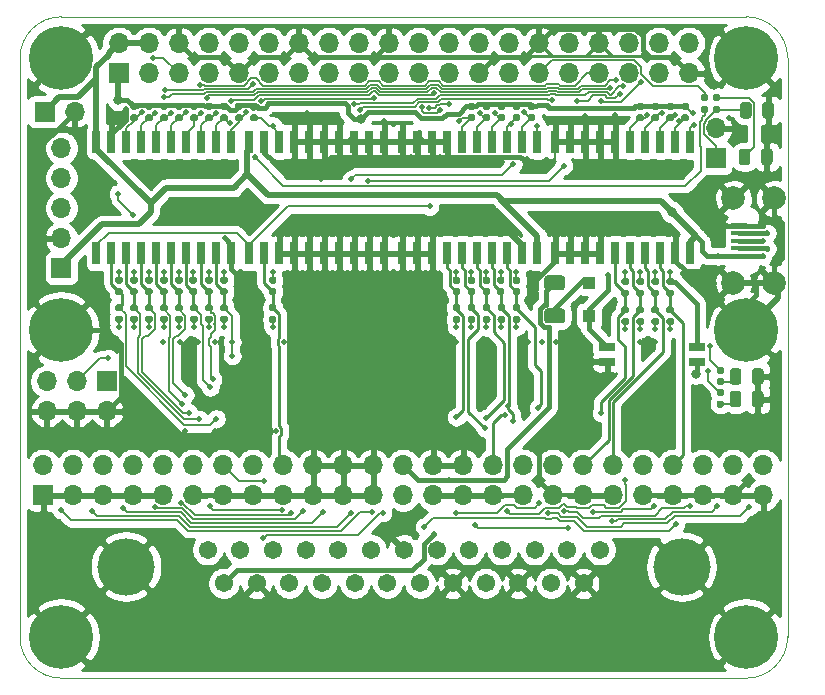
<source format=gbr>
%TF.GenerationSoftware,KiCad,Pcbnew,(5.1.7-0-10_14)*%
%TF.CreationDate,2021-03-07T20:48:25-06:00*%
%TF.ProjectId,rascsi_2p3a,72617363-7369-45f3-9270-33612e6b6963,rev?*%
%TF.SameCoordinates,PX59d60c0PY325aa00*%
%TF.FileFunction,Copper,L1,Top*%
%TF.FilePolarity,Positive*%
%FSLAX46Y46*%
G04 Gerber Fmt 4.6, Leading zero omitted, Abs format (unit mm)*
G04 Created by KiCad (PCBNEW (5.1.7-0-10_14)) date 2021-03-07 20:48:25*
%MOMM*%
%LPD*%
G01*
G04 APERTURE LIST*
%TA.AperFunction,Profile*%
%ADD10C,0.050000*%
%TD*%
%TA.AperFunction,SMDPad,CuDef*%
%ADD11R,0.650000X1.950000*%
%TD*%
%TA.AperFunction,ComponentPad*%
%ADD12C,2.000000*%
%TD*%
%TA.AperFunction,SMDPad,CuDef*%
%ADD13R,1.400000X0.400000*%
%TD*%
%TA.AperFunction,ComponentPad*%
%ADD14C,4.845000*%
%TD*%
%TA.AperFunction,ComponentPad*%
%ADD15C,1.545000*%
%TD*%
%TA.AperFunction,SMDPad,CuDef*%
%ADD16R,1.100000X1.100000*%
%TD*%
%TA.AperFunction,ComponentPad*%
%ADD17O,1.700000X1.700000*%
%TD*%
%TA.AperFunction,ComponentPad*%
%ADD18R,1.700000X1.700000*%
%TD*%
%TA.AperFunction,ComponentPad*%
%ADD19C,0.800000*%
%TD*%
%TA.AperFunction,ComponentPad*%
%ADD20C,5.400000*%
%TD*%
%TA.AperFunction,SMDPad,CuDef*%
%ADD21R,1.425000X0.750000*%
%TD*%
%TA.AperFunction,ViaPad*%
%ADD22C,0.500000*%
%TD*%
%TA.AperFunction,ViaPad*%
%ADD23C,0.800000*%
%TD*%
%TA.AperFunction,Conductor*%
%ADD24C,0.400000*%
%TD*%
%TA.AperFunction,Conductor*%
%ADD25C,0.250000*%
%TD*%
%TA.AperFunction,Conductor*%
%ADD26C,0.500000*%
%TD*%
%TA.AperFunction,Conductor*%
%ADD27C,0.150000*%
%TD*%
%TA.AperFunction,Conductor*%
%ADD28C,0.200000*%
%TD*%
%TA.AperFunction,Conductor*%
%ADD29C,0.254000*%
%TD*%
G04 APERTURE END LIST*
D10*
X83800000Y-45696000D02*
X141800000Y-45696000D01*
X83800000Y-45696000D02*
G75*
G02*
X80300000Y-42196000I0J3500000D01*
G01*
X145300000Y-42196000D02*
G75*
G02*
X141800000Y-45696000I-3500000J0D01*
G01*
X80300000Y6800000D02*
X80300000Y-42196000D01*
X145300000Y6800000D02*
X145300000Y-42196000D01*
X83800000Y10300000D02*
X141800000Y10300000D01*
X80300000Y6800000D02*
G75*
G02*
X83800000Y10300000I3500000J0D01*
G01*
X141800000Y10300000D02*
G75*
G02*
X145300000Y6800000I0J-3500000D01*
G01*
D11*
%TO.P,IC3,20*%
%TO.N,+5V*%
X124113000Y-9710000D03*
%TO.P,IC3,19*%
%TO.N,GND*%
X122843000Y-9710000D03*
%TO.P,IC3,18*%
%TO.N,C-I_O*%
X121573000Y-9710000D03*
%TO.P,IC3,17*%
%TO.N,C-REQ*%
X120303000Y-9710000D03*
%TO.P,IC3,16*%
%TO.N,C-C_D*%
X119033000Y-9710000D03*
%TO.P,IC3,15*%
%TO.N,C-MSG*%
X117763000Y-9710000D03*
%TO.P,IC3,14*%
%TO.N,C-BSY*%
X116493000Y-9710000D03*
%TO.P,IC3,13*%
%TO.N,GND*%
X115223000Y-9710000D03*
%TO.P,IC3,12*%
X113953000Y-9710000D03*
%TO.P,IC3,11*%
X112683000Y-9710000D03*
%TO.P,IC3,10*%
X112683000Y-260000D03*
%TO.P,IC3,9*%
X113953000Y-260000D03*
%TO.P,IC3,8*%
X115223000Y-260000D03*
%TO.P,IC3,7*%
X116493000Y-260000D03*
%TO.P,IC3,6*%
%TO.N,PI-BSY*%
X117763000Y-260000D03*
%TO.P,IC3,5*%
%TO.N,PI-MSG*%
X119033000Y-260000D03*
%TO.P,IC3,4*%
%TO.N,PI-C_D*%
X120303000Y-260000D03*
%TO.P,IC3,3*%
%TO.N,PI-REQ*%
X121573000Y-260000D03*
%TO.P,IC3,2*%
%TO.N,PI-I_O*%
X122843000Y-260000D03*
%TO.P,IC3,1*%
%TO.N,PI-TAD*%
X124113000Y-260000D03*
%TD*%
D12*
%TO.P,J8,MH4*%
%TO.N,GND*%
X140705000Y-12235000D03*
%TO.P,J8,MH3*%
X140705000Y-5085000D03*
%TO.P,J8,MH2*%
X144155000Y-5085000D03*
%TO.P,J8,MH1*%
X144155000Y-12235000D03*
D13*
%TO.P,J8,5*%
X141205000Y-7360000D03*
%TO.P,J8,4*%
%TO.N,USB_Pin_4*%
X141205000Y-8010000D03*
%TO.P,J8,3*%
%TO.N,USB_Pin_3*%
X141205000Y-8660000D03*
%TO.P,J8,2*%
%TO.N,USB_Pin_2*%
X141205000Y-9310000D03*
%TO.P,J8,1*%
%TO.N,+5V*%
X141205000Y-9960000D03*
%TD*%
D14*
%TO.P,J6,MH2*%
%TO.N,GND*%
X89281600Y-36250000D03*
%TO.P,J6,MH1*%
X136321600Y-36250000D03*
D15*
%TO.P,J6,25*%
%TO.N,TERMPOW*%
X97566600Y-37670000D03*
%TO.P,J6,24*%
%TO.N,GND*%
X100336600Y-37670000D03*
%TO.P,J6,23*%
%TO.N,C-D4*%
X103106600Y-37670000D03*
%TO.P,J6,22*%
%TO.N,C-D2*%
X105876600Y-37670000D03*
%TO.P,J6,21*%
%TO.N,C-D1*%
X108646600Y-37670000D03*
%TO.P,J6,20*%
%TO.N,C-DP*%
X111416600Y-37670000D03*
%TO.P,J6,19*%
%TO.N,C-SEL*%
X114186600Y-37670000D03*
%TO.P,J6,18*%
%TO.N,GND*%
X116956600Y-37670000D03*
%TO.P,J6,17*%
%TO.N,C-ATN*%
X119726600Y-37670000D03*
%TO.P,J6,16*%
%TO.N,GND*%
X122496600Y-37670000D03*
%TO.P,J6,15*%
%TO.N,C-C_D*%
X125266600Y-37670000D03*
%TO.P,J6,14*%
%TO.N,GND*%
X128036600Y-37670000D03*
%TO.P,J6,13*%
%TO.N,C-D7*%
X96181600Y-34830000D03*
%TO.P,J6,12*%
%TO.N,C-D6*%
X98951600Y-34830000D03*
%TO.P,J6,11*%
%TO.N,C-D5*%
X101721600Y-34830000D03*
%TO.P,J6,10*%
%TO.N,C-D3*%
X104491600Y-34830000D03*
%TO.P,J6,9*%
%TO.N,GND*%
X107261600Y-34830000D03*
%TO.P,J6,8*%
%TO.N,C-D0*%
X110031600Y-34830000D03*
%TO.P,J6,7*%
%TO.N,GND*%
X112801600Y-34830000D03*
%TO.P,J6,6*%
%TO.N,C-BSY*%
X115571600Y-34830000D03*
%TO.P,J6,5*%
%TO.N,C-ACK*%
X118341600Y-34830000D03*
%TO.P,J6,4*%
%TO.N,C-RST*%
X121111600Y-34830000D03*
%TO.P,J6,3*%
%TO.N,C-I_O*%
X123881600Y-34830000D03*
%TO.P,J6,2*%
%TO.N,C-MSG*%
X126651600Y-34830000D03*
%TO.P,J6,1*%
%TO.N,C-REQ*%
X129421600Y-34830000D03*
%TD*%
D11*
%TO.P,IC4,20*%
%TO.N,+5V*%
X137067000Y-9710000D03*
%TO.P,IC4,19*%
%TO.N,GND*%
X135797000Y-9710000D03*
%TO.P,IC4,18*%
%TO.N,C-SEL*%
X134527000Y-9710000D03*
%TO.P,IC4,17*%
%TO.N,C-RST*%
X133257000Y-9710000D03*
%TO.P,IC4,16*%
%TO.N,C-ACK*%
X131987000Y-9710000D03*
%TO.P,IC4,15*%
%TO.N,C-ATN*%
X130717000Y-9710000D03*
%TO.P,IC4,14*%
%TO.N,GND*%
X129447000Y-9710000D03*
%TO.P,IC4,13*%
X128177000Y-9710000D03*
%TO.P,IC4,12*%
X126907000Y-9710000D03*
%TO.P,IC4,11*%
X125637000Y-9710000D03*
%TO.P,IC4,10*%
X125637000Y-260000D03*
%TO.P,IC4,9*%
X126907000Y-260000D03*
%TO.P,IC4,8*%
X128177000Y-260000D03*
%TO.P,IC4,7*%
X129447000Y-260000D03*
%TO.P,IC4,6*%
X130717000Y-260000D03*
%TO.P,IC4,5*%
%TO.N,PI-ATN*%
X131987000Y-260000D03*
%TO.P,IC4,4*%
%TO.N,PI-ACK*%
X133257000Y-260000D03*
%TO.P,IC4,3*%
%TO.N,PI-RST*%
X134527000Y-260000D03*
%TO.P,IC4,2*%
%TO.N,PI-SEL*%
X135797000Y-260000D03*
%TO.P,IC4,1*%
%TO.N,PI-IND*%
X137067000Y-260000D03*
%TD*%
%TO.P,IC2,20*%
%TO.N,+5V*%
X86775000Y-260000D03*
%TO.P,IC2,19*%
%TO.N,GND*%
X88045000Y-260000D03*
%TO.P,IC2,18*%
%TO.N,PI-D7*%
X89315000Y-260000D03*
%TO.P,IC2,17*%
%TO.N,PI-D6*%
X90585000Y-260000D03*
%TO.P,IC2,16*%
%TO.N,PI-D5*%
X91855000Y-260000D03*
%TO.P,IC2,15*%
%TO.N,PI-D4*%
X93125000Y-260000D03*
%TO.P,IC2,14*%
%TO.N,PI-D3*%
X94395000Y-260000D03*
%TO.P,IC2,13*%
%TO.N,PI-D2*%
X95665000Y-260000D03*
%TO.P,IC2,12*%
%TO.N,PI-D1*%
X96935000Y-260000D03*
%TO.P,IC2,11*%
%TO.N,PI-D0*%
X98205000Y-260000D03*
%TO.P,IC2,10*%
%TO.N,GND*%
X98205000Y-9710000D03*
%TO.P,IC2,9*%
%TO.N,C-D0*%
X96935000Y-9710000D03*
%TO.P,IC2,8*%
%TO.N,C-D1*%
X95665000Y-9710000D03*
%TO.P,IC2,7*%
%TO.N,C-D2*%
X94395000Y-9710000D03*
%TO.P,IC2,6*%
%TO.N,C-D3*%
X93125000Y-9710000D03*
%TO.P,IC2,5*%
%TO.N,C-D4*%
X91855000Y-9710000D03*
%TO.P,IC2,4*%
%TO.N,C-D5*%
X90585000Y-9710000D03*
%TO.P,IC2,3*%
%TO.N,C-D6*%
X89315000Y-9710000D03*
%TO.P,IC2,2*%
%TO.N,C-D7*%
X88045000Y-9710000D03*
%TO.P,IC2,1*%
%TO.N,PI-DTD*%
X86775000Y-9710000D03*
%TD*%
%TO.P,IC1,20*%
%TO.N,+5V*%
X99729000Y-260000D03*
%TO.P,IC1,19*%
%TO.N,GND*%
X100999000Y-260000D03*
%TO.P,IC1,18*%
%TO.N,PI-DP*%
X102269000Y-260000D03*
%TO.P,IC1,17*%
%TO.N,GND*%
X103539000Y-260000D03*
%TO.P,IC1,16*%
X104809000Y-260000D03*
%TO.P,IC1,15*%
X106079000Y-260000D03*
%TO.P,IC1,14*%
X107349000Y-260000D03*
%TO.P,IC1,13*%
X108619000Y-260000D03*
%TO.P,IC1,12*%
X109889000Y-260000D03*
%TO.P,IC1,11*%
X111159000Y-260000D03*
%TO.P,IC1,10*%
X111159000Y-9710000D03*
%TO.P,IC1,9*%
X109889000Y-9710000D03*
%TO.P,IC1,8*%
X108619000Y-9710000D03*
%TO.P,IC1,7*%
X107349000Y-9710000D03*
%TO.P,IC1,6*%
X106079000Y-9710000D03*
%TO.P,IC1,5*%
X104809000Y-9710000D03*
%TO.P,IC1,4*%
X103539000Y-9710000D03*
%TO.P,IC1,3*%
X102269000Y-9710000D03*
%TO.P,IC1,2*%
%TO.N,C-DP*%
X100999000Y-9710000D03*
%TO.P,IC1,1*%
%TO.N,PI-DTD*%
X99729000Y-9710000D03*
%TD*%
D16*
%TO.P,D5,2*%
%TO.N,+5V*%
X128494500Y-15020000D03*
%TO.P,D5,1*%
%TO.N,Net-(D5-Pad1)*%
X128494500Y-12220000D03*
%TD*%
D17*
%TO.P,J2,2*%
%TO.N,GND*%
X139226000Y857000D03*
D18*
%TO.P,J2,1*%
%TO.N,EXT-ACT-LED*%
X139226000Y-1683000D03*
%TD*%
D17*
%TO.P,J7,2*%
%TO.N,GND*%
X84920000Y2280000D03*
D18*
%TO.P,J7,1*%
%TO.N,+5V*%
X82380000Y2280000D03*
%TD*%
D17*
%TO.P,J5,6*%
%TO.N,GND*%
X82560000Y-23110000D03*
%TO.P,J5,5*%
%TO.N,PI_GPIO9*%
X82560000Y-20570000D03*
%TO.P,J5,4*%
%TO.N,GND*%
X85100000Y-23110000D03*
%TO.P,J5,3*%
%TO.N,PI_GPIO1*%
X85100000Y-20570000D03*
%TO.P,J5,2*%
%TO.N,GND*%
X87640000Y-23110000D03*
D18*
%TO.P,J5,1*%
%TO.N,PI_GPIO0*%
X87640000Y-20570000D03*
%TD*%
%TO.P,R4,2*%
%TO.N,Net-(D4-Pad2)*%
%TA.AperFunction,SMDPad,CuDef*%
G36*
G01*
X139434500Y-20288000D02*
X139779500Y-20288000D01*
G75*
G02*
X139927000Y-20435500I0J-147500D01*
G01*
X139927000Y-20730500D01*
G75*
G02*
X139779500Y-20878000I-147500J0D01*
G01*
X139434500Y-20878000D01*
G75*
G02*
X139287000Y-20730500I0J147500D01*
G01*
X139287000Y-20435500D01*
G75*
G02*
X139434500Y-20288000I147500J0D01*
G01*
G37*
%TD.AperFunction*%
%TO.P,R4,1*%
%TO.N,+3V3*%
%TA.AperFunction,SMDPad,CuDef*%
G36*
G01*
X139434500Y-19318000D02*
X139779500Y-19318000D01*
G75*
G02*
X139927000Y-19465500I0J-147500D01*
G01*
X139927000Y-19760500D01*
G75*
G02*
X139779500Y-19908000I-147500J0D01*
G01*
X139434500Y-19908000D01*
G75*
G02*
X139287000Y-19760500I0J147500D01*
G01*
X139287000Y-19465500D01*
G75*
G02*
X139434500Y-19318000I147500J0D01*
G01*
G37*
%TD.AperFunction*%
%TD*%
%TO.P,R2,2*%
%TO.N,Net-(D2-Pad2)*%
%TA.AperFunction,SMDPad,CuDef*%
G36*
G01*
X138948500Y3288000D02*
X138948500Y3633000D01*
G75*
G02*
X139096000Y3780500I147500J0D01*
G01*
X139391000Y3780500D01*
G75*
G02*
X139538500Y3633000I0J-147500D01*
G01*
X139538500Y3288000D01*
G75*
G02*
X139391000Y3140500I-147500J0D01*
G01*
X139096000Y3140500D01*
G75*
G02*
X138948500Y3288000I0J147500D01*
G01*
G37*
%TD.AperFunction*%
%TO.P,R2,1*%
%TO.N,DBG_LED*%
%TA.AperFunction,SMDPad,CuDef*%
G36*
G01*
X137978500Y3288000D02*
X137978500Y3633000D01*
G75*
G02*
X138126000Y3780500I147500J0D01*
G01*
X138421000Y3780500D01*
G75*
G02*
X138568500Y3633000I0J-147500D01*
G01*
X138568500Y3288000D01*
G75*
G02*
X138421000Y3140500I-147500J0D01*
G01*
X138126000Y3140500D01*
G75*
G02*
X137978500Y3288000I0J147500D01*
G01*
G37*
%TD.AperFunction*%
%TD*%
%TO.P,R1,2*%
%TO.N,EXT-ACT-LED*%
%TA.AperFunction,SMDPad,CuDef*%
G36*
G01*
X138948500Y2272000D02*
X138948500Y2617000D01*
G75*
G02*
X139096000Y2764500I147500J0D01*
G01*
X139391000Y2764500D01*
G75*
G02*
X139538500Y2617000I0J-147500D01*
G01*
X139538500Y2272000D01*
G75*
G02*
X139391000Y2124500I-147500J0D01*
G01*
X139096000Y2124500D01*
G75*
G02*
X138948500Y2272000I0J147500D01*
G01*
G37*
%TD.AperFunction*%
%TO.P,R1,1*%
%TO.N,PI-ACT*%
%TA.AperFunction,SMDPad,CuDef*%
G36*
G01*
X137978500Y2272000D02*
X137978500Y2617000D01*
G75*
G02*
X138126000Y2764500I147500J0D01*
G01*
X138421000Y2764500D01*
G75*
G02*
X138568500Y2617000I0J-147500D01*
G01*
X138568500Y2272000D01*
G75*
G02*
X138421000Y2124500I-147500J0D01*
G01*
X138126000Y2124500D01*
G75*
G02*
X137978500Y2272000I0J147500D01*
G01*
G37*
%TD.AperFunction*%
%TD*%
D17*
%TO.P,J3,50*%
%TO.N,C-I_O*%
X143226500Y-27654500D03*
%TO.P,J3,49*%
%TO.N,GND*%
X143226500Y-30194500D03*
%TO.P,J3,48*%
%TO.N,C-REQ*%
X140686500Y-27654500D03*
%TO.P,J3,47*%
%TO.N,GND*%
X140686500Y-30194500D03*
%TO.P,J3,46*%
%TO.N,C-C_D*%
X138146500Y-27654500D03*
%TO.P,J3,45*%
%TO.N,GND*%
X138146500Y-30194500D03*
%TO.P,J3,44*%
%TO.N,C-SEL*%
X135606500Y-27654500D03*
%TO.P,J3,43*%
%TO.N,GND*%
X135606500Y-30194500D03*
%TO.P,J3,42*%
%TO.N,C-MSG*%
X133066500Y-27654500D03*
%TO.P,J3,41*%
%TO.N,GND*%
X133066500Y-30194500D03*
%TO.P,J3,40*%
%TO.N,C-RST*%
X130526500Y-27654500D03*
%TO.P,J3,39*%
%TO.N,GND*%
X130526500Y-30194500D03*
%TO.P,J3,38*%
%TO.N,C-ACK*%
X127986500Y-27654500D03*
%TO.P,J3,37*%
%TO.N,GND*%
X127986500Y-30194500D03*
%TO.P,J3,36*%
%TO.N,C-BSY*%
X125446500Y-27654500D03*
%TO.P,J3,35*%
%TO.N,GND*%
X125446500Y-30194500D03*
%TO.P,J3,34*%
%TO.N,Net-(J3-Pad34)*%
X122906500Y-27654500D03*
%TO.P,J3,33*%
%TO.N,GND*%
X122906500Y-30194500D03*
%TO.P,J3,32*%
%TO.N,C-ATN*%
X120366500Y-27654500D03*
%TO.P,J3,31*%
%TO.N,GND*%
X120366500Y-30194500D03*
%TO.P,J3,30*%
X117826500Y-27654500D03*
%TO.P,J3,29*%
X117826500Y-30194500D03*
%TO.P,J3,28*%
X115286500Y-27654500D03*
%TO.P,J3,27*%
X115286500Y-30194500D03*
%TO.P,J3,26*%
%TO.N,TERMPOW*%
X112746500Y-27654500D03*
%TO.P,J3,25*%
%TO.N,Net-(J3-Pad25)*%
X112746500Y-30194500D03*
%TO.P,J3,24*%
%TO.N,GND*%
X110206500Y-27654500D03*
%TO.P,J3,23*%
X110206500Y-30194500D03*
%TO.P,J3,22*%
X107666500Y-27654500D03*
%TO.P,J3,21*%
X107666500Y-30194500D03*
%TO.P,J3,20*%
X105126500Y-27654500D03*
%TO.P,J3,19*%
X105126500Y-30194500D03*
%TO.P,J3,18*%
%TO.N,C-DP*%
X102586500Y-27654500D03*
%TO.P,J3,17*%
%TO.N,GND*%
X102586500Y-30194500D03*
%TO.P,J3,16*%
%TO.N,C-D7*%
X100046500Y-27654500D03*
%TO.P,J3,15*%
%TO.N,GND*%
X100046500Y-30194500D03*
%TO.P,J3,14*%
%TO.N,C-D6*%
X97506500Y-27654500D03*
%TO.P,J3,13*%
%TO.N,GND*%
X97506500Y-30194500D03*
%TO.P,J3,12*%
%TO.N,C-D5*%
X94966500Y-27654500D03*
%TO.P,J3,11*%
%TO.N,GND*%
X94966500Y-30194500D03*
%TO.P,J3,10*%
%TO.N,C-D4*%
X92426500Y-27654500D03*
%TO.P,J3,9*%
%TO.N,GND*%
X92426500Y-30194500D03*
%TO.P,J3,8*%
%TO.N,C-D3*%
X89886500Y-27654500D03*
%TO.P,J3,7*%
%TO.N,GND*%
X89886500Y-30194500D03*
%TO.P,J3,6*%
%TO.N,C-D2*%
X87346500Y-27654500D03*
%TO.P,J3,5*%
%TO.N,GND*%
X87346500Y-30194500D03*
%TO.P,J3,4*%
%TO.N,C-D1*%
X84806500Y-27654500D03*
%TO.P,J3,3*%
%TO.N,GND*%
X84806500Y-30194500D03*
%TO.P,J3,2*%
%TO.N,C-D0*%
X82266500Y-27654500D03*
D18*
%TO.P,J3,1*%
%TO.N,GND*%
X82266500Y-30194500D03*
%TD*%
%TO.P,R58,2*%
%TO.N,C-DP*%
%TA.AperFunction,SMDPad,CuDef*%
G36*
G01*
X101870000Y-14637500D02*
X101525000Y-14637500D01*
G75*
G02*
X101377500Y-14490000I0J147500D01*
G01*
X101377500Y-14195000D01*
G75*
G02*
X101525000Y-14047500I147500J0D01*
G01*
X101870000Y-14047500D01*
G75*
G02*
X102017500Y-14195000I0J-147500D01*
G01*
X102017500Y-14490000D01*
G75*
G02*
X101870000Y-14637500I-147500J0D01*
G01*
G37*
%TD.AperFunction*%
%TO.P,R58,1*%
%TO.N,/TERM_GND*%
%TA.AperFunction,SMDPad,CuDef*%
G36*
G01*
X101870000Y-15607500D02*
X101525000Y-15607500D01*
G75*
G02*
X101377500Y-15460000I0J147500D01*
G01*
X101377500Y-15165000D01*
G75*
G02*
X101525000Y-15017500I147500J0D01*
G01*
X101870000Y-15017500D01*
G75*
G02*
X102017500Y-15165000I0J-147500D01*
G01*
X102017500Y-15460000D01*
G75*
G02*
X101870000Y-15607500I-147500J0D01*
G01*
G37*
%TD.AperFunction*%
%TD*%
%TO.P,R57,2*%
%TO.N,C-D0*%
%TA.AperFunction,SMDPad,CuDef*%
G36*
G01*
X97742500Y-14637500D02*
X97397500Y-14637500D01*
G75*
G02*
X97250000Y-14490000I0J147500D01*
G01*
X97250000Y-14195000D01*
G75*
G02*
X97397500Y-14047500I147500J0D01*
G01*
X97742500Y-14047500D01*
G75*
G02*
X97890000Y-14195000I0J-147500D01*
G01*
X97890000Y-14490000D01*
G75*
G02*
X97742500Y-14637500I-147500J0D01*
G01*
G37*
%TD.AperFunction*%
%TO.P,R57,1*%
%TO.N,/TERM_GND*%
%TA.AperFunction,SMDPad,CuDef*%
G36*
G01*
X97742500Y-15607500D02*
X97397500Y-15607500D01*
G75*
G02*
X97250000Y-15460000I0J147500D01*
G01*
X97250000Y-15165000D01*
G75*
G02*
X97397500Y-15017500I147500J0D01*
G01*
X97742500Y-15017500D01*
G75*
G02*
X97890000Y-15165000I0J-147500D01*
G01*
X97890000Y-15460000D01*
G75*
G02*
X97742500Y-15607500I-147500J0D01*
G01*
G37*
%TD.AperFunction*%
%TD*%
%TO.P,R56,2*%
%TO.N,C-D1*%
%TA.AperFunction,SMDPad,CuDef*%
G36*
G01*
X96472500Y-14637500D02*
X96127500Y-14637500D01*
G75*
G02*
X95980000Y-14490000I0J147500D01*
G01*
X95980000Y-14195000D01*
G75*
G02*
X96127500Y-14047500I147500J0D01*
G01*
X96472500Y-14047500D01*
G75*
G02*
X96620000Y-14195000I0J-147500D01*
G01*
X96620000Y-14490000D01*
G75*
G02*
X96472500Y-14637500I-147500J0D01*
G01*
G37*
%TD.AperFunction*%
%TO.P,R56,1*%
%TO.N,/TERM_GND*%
%TA.AperFunction,SMDPad,CuDef*%
G36*
G01*
X96472500Y-15607500D02*
X96127500Y-15607500D01*
G75*
G02*
X95980000Y-15460000I0J147500D01*
G01*
X95980000Y-15165000D01*
G75*
G02*
X96127500Y-15017500I147500J0D01*
G01*
X96472500Y-15017500D01*
G75*
G02*
X96620000Y-15165000I0J-147500D01*
G01*
X96620000Y-15460000D01*
G75*
G02*
X96472500Y-15607500I-147500J0D01*
G01*
G37*
%TD.AperFunction*%
%TD*%
%TO.P,R55,2*%
%TO.N,C-D2*%
%TA.AperFunction,SMDPad,CuDef*%
G36*
G01*
X95202500Y-14637500D02*
X94857500Y-14637500D01*
G75*
G02*
X94710000Y-14490000I0J147500D01*
G01*
X94710000Y-14195000D01*
G75*
G02*
X94857500Y-14047500I147500J0D01*
G01*
X95202500Y-14047500D01*
G75*
G02*
X95350000Y-14195000I0J-147500D01*
G01*
X95350000Y-14490000D01*
G75*
G02*
X95202500Y-14637500I-147500J0D01*
G01*
G37*
%TD.AperFunction*%
%TO.P,R55,1*%
%TO.N,/TERM_GND*%
%TA.AperFunction,SMDPad,CuDef*%
G36*
G01*
X95202500Y-15607500D02*
X94857500Y-15607500D01*
G75*
G02*
X94710000Y-15460000I0J147500D01*
G01*
X94710000Y-15165000D01*
G75*
G02*
X94857500Y-15017500I147500J0D01*
G01*
X95202500Y-15017500D01*
G75*
G02*
X95350000Y-15165000I0J-147500D01*
G01*
X95350000Y-15460000D01*
G75*
G02*
X95202500Y-15607500I-147500J0D01*
G01*
G37*
%TD.AperFunction*%
%TD*%
%TO.P,R54,2*%
%TO.N,C-D3*%
%TA.AperFunction,SMDPad,CuDef*%
G36*
G01*
X93932500Y-14637500D02*
X93587500Y-14637500D01*
G75*
G02*
X93440000Y-14490000I0J147500D01*
G01*
X93440000Y-14195000D01*
G75*
G02*
X93587500Y-14047500I147500J0D01*
G01*
X93932500Y-14047500D01*
G75*
G02*
X94080000Y-14195000I0J-147500D01*
G01*
X94080000Y-14490000D01*
G75*
G02*
X93932500Y-14637500I-147500J0D01*
G01*
G37*
%TD.AperFunction*%
%TO.P,R54,1*%
%TO.N,/TERM_GND*%
%TA.AperFunction,SMDPad,CuDef*%
G36*
G01*
X93932500Y-15607500D02*
X93587500Y-15607500D01*
G75*
G02*
X93440000Y-15460000I0J147500D01*
G01*
X93440000Y-15165000D01*
G75*
G02*
X93587500Y-15017500I147500J0D01*
G01*
X93932500Y-15017500D01*
G75*
G02*
X94080000Y-15165000I0J-147500D01*
G01*
X94080000Y-15460000D01*
G75*
G02*
X93932500Y-15607500I-147500J0D01*
G01*
G37*
%TD.AperFunction*%
%TD*%
%TO.P,R53,2*%
%TO.N,C-D4*%
%TA.AperFunction,SMDPad,CuDef*%
G36*
G01*
X92662500Y-14637500D02*
X92317500Y-14637500D01*
G75*
G02*
X92170000Y-14490000I0J147500D01*
G01*
X92170000Y-14195000D01*
G75*
G02*
X92317500Y-14047500I147500J0D01*
G01*
X92662500Y-14047500D01*
G75*
G02*
X92810000Y-14195000I0J-147500D01*
G01*
X92810000Y-14490000D01*
G75*
G02*
X92662500Y-14637500I-147500J0D01*
G01*
G37*
%TD.AperFunction*%
%TO.P,R53,1*%
%TO.N,/TERM_GND*%
%TA.AperFunction,SMDPad,CuDef*%
G36*
G01*
X92662500Y-15607500D02*
X92317500Y-15607500D01*
G75*
G02*
X92170000Y-15460000I0J147500D01*
G01*
X92170000Y-15165000D01*
G75*
G02*
X92317500Y-15017500I147500J0D01*
G01*
X92662500Y-15017500D01*
G75*
G02*
X92810000Y-15165000I0J-147500D01*
G01*
X92810000Y-15460000D01*
G75*
G02*
X92662500Y-15607500I-147500J0D01*
G01*
G37*
%TD.AperFunction*%
%TD*%
%TO.P,R52,2*%
%TO.N,C-D5*%
%TA.AperFunction,SMDPad,CuDef*%
G36*
G01*
X91392500Y-14637500D02*
X91047500Y-14637500D01*
G75*
G02*
X90900000Y-14490000I0J147500D01*
G01*
X90900000Y-14195000D01*
G75*
G02*
X91047500Y-14047500I147500J0D01*
G01*
X91392500Y-14047500D01*
G75*
G02*
X91540000Y-14195000I0J-147500D01*
G01*
X91540000Y-14490000D01*
G75*
G02*
X91392500Y-14637500I-147500J0D01*
G01*
G37*
%TD.AperFunction*%
%TO.P,R52,1*%
%TO.N,/TERM_GND*%
%TA.AperFunction,SMDPad,CuDef*%
G36*
G01*
X91392500Y-15607500D02*
X91047500Y-15607500D01*
G75*
G02*
X90900000Y-15460000I0J147500D01*
G01*
X90900000Y-15165000D01*
G75*
G02*
X91047500Y-15017500I147500J0D01*
G01*
X91392500Y-15017500D01*
G75*
G02*
X91540000Y-15165000I0J-147500D01*
G01*
X91540000Y-15460000D01*
G75*
G02*
X91392500Y-15607500I-147500J0D01*
G01*
G37*
%TD.AperFunction*%
%TD*%
%TO.P,R51,2*%
%TO.N,C-D6*%
%TA.AperFunction,SMDPad,CuDef*%
G36*
G01*
X90122500Y-14637500D02*
X89777500Y-14637500D01*
G75*
G02*
X89630000Y-14490000I0J147500D01*
G01*
X89630000Y-14195000D01*
G75*
G02*
X89777500Y-14047500I147500J0D01*
G01*
X90122500Y-14047500D01*
G75*
G02*
X90270000Y-14195000I0J-147500D01*
G01*
X90270000Y-14490000D01*
G75*
G02*
X90122500Y-14637500I-147500J0D01*
G01*
G37*
%TD.AperFunction*%
%TO.P,R51,1*%
%TO.N,/TERM_GND*%
%TA.AperFunction,SMDPad,CuDef*%
G36*
G01*
X90122500Y-15607500D02*
X89777500Y-15607500D01*
G75*
G02*
X89630000Y-15460000I0J147500D01*
G01*
X89630000Y-15165000D01*
G75*
G02*
X89777500Y-15017500I147500J0D01*
G01*
X90122500Y-15017500D01*
G75*
G02*
X90270000Y-15165000I0J-147500D01*
G01*
X90270000Y-15460000D01*
G75*
G02*
X90122500Y-15607500I-147500J0D01*
G01*
G37*
%TD.AperFunction*%
%TD*%
%TO.P,R50,2*%
%TO.N,C-D7*%
%TA.AperFunction,SMDPad,CuDef*%
G36*
G01*
X88852500Y-14637500D02*
X88507500Y-14637500D01*
G75*
G02*
X88360000Y-14490000I0J147500D01*
G01*
X88360000Y-14195000D01*
G75*
G02*
X88507500Y-14047500I147500J0D01*
G01*
X88852500Y-14047500D01*
G75*
G02*
X89000000Y-14195000I0J-147500D01*
G01*
X89000000Y-14490000D01*
G75*
G02*
X88852500Y-14637500I-147500J0D01*
G01*
G37*
%TD.AperFunction*%
%TO.P,R50,1*%
%TO.N,/TERM_GND*%
%TA.AperFunction,SMDPad,CuDef*%
G36*
G01*
X88852500Y-15607500D02*
X88507500Y-15607500D01*
G75*
G02*
X88360000Y-15460000I0J147500D01*
G01*
X88360000Y-15165000D01*
G75*
G02*
X88507500Y-15017500I147500J0D01*
G01*
X88852500Y-15017500D01*
G75*
G02*
X89000000Y-15165000I0J-147500D01*
G01*
X89000000Y-15460000D01*
G75*
G02*
X88852500Y-15607500I-147500J0D01*
G01*
G37*
%TD.AperFunction*%
%TD*%
%TO.P,R49,2*%
%TO.N,C-I_O*%
%TA.AperFunction,SMDPad,CuDef*%
G36*
G01*
X122507500Y-14637500D02*
X122162500Y-14637500D01*
G75*
G02*
X122015000Y-14490000I0J147500D01*
G01*
X122015000Y-14195000D01*
G75*
G02*
X122162500Y-14047500I147500J0D01*
G01*
X122507500Y-14047500D01*
G75*
G02*
X122655000Y-14195000I0J-147500D01*
G01*
X122655000Y-14490000D01*
G75*
G02*
X122507500Y-14637500I-147500J0D01*
G01*
G37*
%TD.AperFunction*%
%TO.P,R49,1*%
%TO.N,/TERM_GND*%
%TA.AperFunction,SMDPad,CuDef*%
G36*
G01*
X122507500Y-15607500D02*
X122162500Y-15607500D01*
G75*
G02*
X122015000Y-15460000I0J147500D01*
G01*
X122015000Y-15165000D01*
G75*
G02*
X122162500Y-15017500I147500J0D01*
G01*
X122507500Y-15017500D01*
G75*
G02*
X122655000Y-15165000I0J-147500D01*
G01*
X122655000Y-15460000D01*
G75*
G02*
X122507500Y-15607500I-147500J0D01*
G01*
G37*
%TD.AperFunction*%
%TD*%
%TO.P,R48,2*%
%TO.N,C-REQ*%
%TA.AperFunction,SMDPad,CuDef*%
G36*
G01*
X121237500Y-14637500D02*
X120892500Y-14637500D01*
G75*
G02*
X120745000Y-14490000I0J147500D01*
G01*
X120745000Y-14195000D01*
G75*
G02*
X120892500Y-14047500I147500J0D01*
G01*
X121237500Y-14047500D01*
G75*
G02*
X121385000Y-14195000I0J-147500D01*
G01*
X121385000Y-14490000D01*
G75*
G02*
X121237500Y-14637500I-147500J0D01*
G01*
G37*
%TD.AperFunction*%
%TO.P,R48,1*%
%TO.N,/TERM_GND*%
%TA.AperFunction,SMDPad,CuDef*%
G36*
G01*
X121237500Y-15607500D02*
X120892500Y-15607500D01*
G75*
G02*
X120745000Y-15460000I0J147500D01*
G01*
X120745000Y-15165000D01*
G75*
G02*
X120892500Y-15017500I147500J0D01*
G01*
X121237500Y-15017500D01*
G75*
G02*
X121385000Y-15165000I0J-147500D01*
G01*
X121385000Y-15460000D01*
G75*
G02*
X121237500Y-15607500I-147500J0D01*
G01*
G37*
%TD.AperFunction*%
%TD*%
%TO.P,R47,2*%
%TO.N,C-C_D*%
%TA.AperFunction,SMDPad,CuDef*%
G36*
G01*
X119967500Y-14637500D02*
X119622500Y-14637500D01*
G75*
G02*
X119475000Y-14490000I0J147500D01*
G01*
X119475000Y-14195000D01*
G75*
G02*
X119622500Y-14047500I147500J0D01*
G01*
X119967500Y-14047500D01*
G75*
G02*
X120115000Y-14195000I0J-147500D01*
G01*
X120115000Y-14490000D01*
G75*
G02*
X119967500Y-14637500I-147500J0D01*
G01*
G37*
%TD.AperFunction*%
%TO.P,R47,1*%
%TO.N,/TERM_GND*%
%TA.AperFunction,SMDPad,CuDef*%
G36*
G01*
X119967500Y-15607500D02*
X119622500Y-15607500D01*
G75*
G02*
X119475000Y-15460000I0J147500D01*
G01*
X119475000Y-15165000D01*
G75*
G02*
X119622500Y-15017500I147500J0D01*
G01*
X119967500Y-15017500D01*
G75*
G02*
X120115000Y-15165000I0J-147500D01*
G01*
X120115000Y-15460000D01*
G75*
G02*
X119967500Y-15607500I-147500J0D01*
G01*
G37*
%TD.AperFunction*%
%TD*%
%TO.P,R46,2*%
%TO.N,C-MSG*%
%TA.AperFunction,SMDPad,CuDef*%
G36*
G01*
X118697500Y-14637500D02*
X118352500Y-14637500D01*
G75*
G02*
X118205000Y-14490000I0J147500D01*
G01*
X118205000Y-14195000D01*
G75*
G02*
X118352500Y-14047500I147500J0D01*
G01*
X118697500Y-14047500D01*
G75*
G02*
X118845000Y-14195000I0J-147500D01*
G01*
X118845000Y-14490000D01*
G75*
G02*
X118697500Y-14637500I-147500J0D01*
G01*
G37*
%TD.AperFunction*%
%TO.P,R46,1*%
%TO.N,/TERM_GND*%
%TA.AperFunction,SMDPad,CuDef*%
G36*
G01*
X118697500Y-15607500D02*
X118352500Y-15607500D01*
G75*
G02*
X118205000Y-15460000I0J147500D01*
G01*
X118205000Y-15165000D01*
G75*
G02*
X118352500Y-15017500I147500J0D01*
G01*
X118697500Y-15017500D01*
G75*
G02*
X118845000Y-15165000I0J-147500D01*
G01*
X118845000Y-15460000D01*
G75*
G02*
X118697500Y-15607500I-147500J0D01*
G01*
G37*
%TD.AperFunction*%
%TD*%
%TO.P,R45,2*%
%TO.N,C-BSY*%
%TA.AperFunction,SMDPad,CuDef*%
G36*
G01*
X117427500Y-14637500D02*
X117082500Y-14637500D01*
G75*
G02*
X116935000Y-14490000I0J147500D01*
G01*
X116935000Y-14195000D01*
G75*
G02*
X117082500Y-14047500I147500J0D01*
G01*
X117427500Y-14047500D01*
G75*
G02*
X117575000Y-14195000I0J-147500D01*
G01*
X117575000Y-14490000D01*
G75*
G02*
X117427500Y-14637500I-147500J0D01*
G01*
G37*
%TD.AperFunction*%
%TO.P,R45,1*%
%TO.N,/TERM_GND*%
%TA.AperFunction,SMDPad,CuDef*%
G36*
G01*
X117427500Y-15607500D02*
X117082500Y-15607500D01*
G75*
G02*
X116935000Y-15460000I0J147500D01*
G01*
X116935000Y-15165000D01*
G75*
G02*
X117082500Y-15017500I147500J0D01*
G01*
X117427500Y-15017500D01*
G75*
G02*
X117575000Y-15165000I0J-147500D01*
G01*
X117575000Y-15460000D01*
G75*
G02*
X117427500Y-15607500I-147500J0D01*
G01*
G37*
%TD.AperFunction*%
%TD*%
%TO.P,R44,2*%
%TO.N,C-SEL*%
%TA.AperFunction,SMDPad,CuDef*%
G36*
G01*
X135525000Y-14812501D02*
X135180000Y-14812501D01*
G75*
G02*
X135032500Y-14665001I0J147500D01*
G01*
X135032500Y-14370001D01*
G75*
G02*
X135180000Y-14222501I147500J0D01*
G01*
X135525000Y-14222501D01*
G75*
G02*
X135672500Y-14370001I0J-147500D01*
G01*
X135672500Y-14665001D01*
G75*
G02*
X135525000Y-14812501I-147500J0D01*
G01*
G37*
%TD.AperFunction*%
%TO.P,R44,1*%
%TO.N,/TERM_GND*%
%TA.AperFunction,SMDPad,CuDef*%
G36*
G01*
X135525000Y-15782501D02*
X135180000Y-15782501D01*
G75*
G02*
X135032500Y-15635001I0J147500D01*
G01*
X135032500Y-15340001D01*
G75*
G02*
X135180000Y-15192501I147500J0D01*
G01*
X135525000Y-15192501D01*
G75*
G02*
X135672500Y-15340001I0J-147500D01*
G01*
X135672500Y-15635001D01*
G75*
G02*
X135525000Y-15782501I-147500J0D01*
G01*
G37*
%TD.AperFunction*%
%TD*%
%TO.P,R43,2*%
%TO.N,C-RST*%
%TA.AperFunction,SMDPad,CuDef*%
G36*
G01*
X134255000Y-14812501D02*
X133910000Y-14812501D01*
G75*
G02*
X133762500Y-14665001I0J147500D01*
G01*
X133762500Y-14370001D01*
G75*
G02*
X133910000Y-14222501I147500J0D01*
G01*
X134255000Y-14222501D01*
G75*
G02*
X134402500Y-14370001I0J-147500D01*
G01*
X134402500Y-14665001D01*
G75*
G02*
X134255000Y-14812501I-147500J0D01*
G01*
G37*
%TD.AperFunction*%
%TO.P,R43,1*%
%TO.N,/TERM_GND*%
%TA.AperFunction,SMDPad,CuDef*%
G36*
G01*
X134255000Y-15782501D02*
X133910000Y-15782501D01*
G75*
G02*
X133762500Y-15635001I0J147500D01*
G01*
X133762500Y-15340001D01*
G75*
G02*
X133910000Y-15192501I147500J0D01*
G01*
X134255000Y-15192501D01*
G75*
G02*
X134402500Y-15340001I0J-147500D01*
G01*
X134402500Y-15635001D01*
G75*
G02*
X134255000Y-15782501I-147500J0D01*
G01*
G37*
%TD.AperFunction*%
%TD*%
%TO.P,R42,2*%
%TO.N,C-ACK*%
%TA.AperFunction,SMDPad,CuDef*%
G36*
G01*
X132985000Y-14812501D02*
X132640000Y-14812501D01*
G75*
G02*
X132492500Y-14665001I0J147500D01*
G01*
X132492500Y-14370001D01*
G75*
G02*
X132640000Y-14222501I147500J0D01*
G01*
X132985000Y-14222501D01*
G75*
G02*
X133132500Y-14370001I0J-147500D01*
G01*
X133132500Y-14665001D01*
G75*
G02*
X132985000Y-14812501I-147500J0D01*
G01*
G37*
%TD.AperFunction*%
%TO.P,R42,1*%
%TO.N,/TERM_GND*%
%TA.AperFunction,SMDPad,CuDef*%
G36*
G01*
X132985000Y-15782501D02*
X132640000Y-15782501D01*
G75*
G02*
X132492500Y-15635001I0J147500D01*
G01*
X132492500Y-15340001D01*
G75*
G02*
X132640000Y-15192501I147500J0D01*
G01*
X132985000Y-15192501D01*
G75*
G02*
X133132500Y-15340001I0J-147500D01*
G01*
X133132500Y-15635001D01*
G75*
G02*
X132985000Y-15782501I-147500J0D01*
G01*
G37*
%TD.AperFunction*%
%TD*%
%TO.P,R41,2*%
%TO.N,C-ATN*%
%TA.AperFunction,SMDPad,CuDef*%
G36*
G01*
X131715000Y-14812501D02*
X131370000Y-14812501D01*
G75*
G02*
X131222500Y-14665001I0J147500D01*
G01*
X131222500Y-14370001D01*
G75*
G02*
X131370000Y-14222501I147500J0D01*
G01*
X131715000Y-14222501D01*
G75*
G02*
X131862500Y-14370001I0J-147500D01*
G01*
X131862500Y-14665001D01*
G75*
G02*
X131715000Y-14812501I-147500J0D01*
G01*
G37*
%TD.AperFunction*%
%TO.P,R41,1*%
%TO.N,/TERM_GND*%
%TA.AperFunction,SMDPad,CuDef*%
G36*
G01*
X131715000Y-15782501D02*
X131370000Y-15782501D01*
G75*
G02*
X131222500Y-15635001I0J147500D01*
G01*
X131222500Y-15340001D01*
G75*
G02*
X131370000Y-15192501I147500J0D01*
G01*
X131715000Y-15192501D01*
G75*
G02*
X131862500Y-15340001I0J-147500D01*
G01*
X131862500Y-15635001D01*
G75*
G02*
X131715000Y-15782501I-147500J0D01*
G01*
G37*
%TD.AperFunction*%
%TD*%
%TO.P,R40,2*%
%TO.N,C-DP*%
%TA.AperFunction,SMDPad,CuDef*%
G36*
G01*
X101525000Y-12668000D02*
X101870000Y-12668000D01*
G75*
G02*
X102017500Y-12815500I0J-147500D01*
G01*
X102017500Y-13110500D01*
G75*
G02*
X101870000Y-13258000I-147500J0D01*
G01*
X101525000Y-13258000D01*
G75*
G02*
X101377500Y-13110500I0J147500D01*
G01*
X101377500Y-12815500D01*
G75*
G02*
X101525000Y-12668000I147500J0D01*
G01*
G37*
%TD.AperFunction*%
%TO.P,R40,1*%
%TO.N,/TERM_5v*%
%TA.AperFunction,SMDPad,CuDef*%
G36*
G01*
X101525000Y-11698000D02*
X101870000Y-11698000D01*
G75*
G02*
X102017500Y-11845500I0J-147500D01*
G01*
X102017500Y-12140500D01*
G75*
G02*
X101870000Y-12288000I-147500J0D01*
G01*
X101525000Y-12288000D01*
G75*
G02*
X101377500Y-12140500I0J147500D01*
G01*
X101377500Y-11845500D01*
G75*
G02*
X101525000Y-11698000I147500J0D01*
G01*
G37*
%TD.AperFunction*%
%TD*%
%TO.P,R39,2*%
%TO.N,C-D0*%
%TA.AperFunction,SMDPad,CuDef*%
G36*
G01*
X97397500Y-12668000D02*
X97742500Y-12668000D01*
G75*
G02*
X97890000Y-12815500I0J-147500D01*
G01*
X97890000Y-13110500D01*
G75*
G02*
X97742500Y-13258000I-147500J0D01*
G01*
X97397500Y-13258000D01*
G75*
G02*
X97250000Y-13110500I0J147500D01*
G01*
X97250000Y-12815500D01*
G75*
G02*
X97397500Y-12668000I147500J0D01*
G01*
G37*
%TD.AperFunction*%
%TO.P,R39,1*%
%TO.N,/TERM_5v*%
%TA.AperFunction,SMDPad,CuDef*%
G36*
G01*
X97397500Y-11698000D02*
X97742500Y-11698000D01*
G75*
G02*
X97890000Y-11845500I0J-147500D01*
G01*
X97890000Y-12140500D01*
G75*
G02*
X97742500Y-12288000I-147500J0D01*
G01*
X97397500Y-12288000D01*
G75*
G02*
X97250000Y-12140500I0J147500D01*
G01*
X97250000Y-11845500D01*
G75*
G02*
X97397500Y-11698000I147500J0D01*
G01*
G37*
%TD.AperFunction*%
%TD*%
%TO.P,R38,2*%
%TO.N,C-D1*%
%TA.AperFunction,SMDPad,CuDef*%
G36*
G01*
X96127500Y-12668000D02*
X96472500Y-12668000D01*
G75*
G02*
X96620000Y-12815500I0J-147500D01*
G01*
X96620000Y-13110500D01*
G75*
G02*
X96472500Y-13258000I-147500J0D01*
G01*
X96127500Y-13258000D01*
G75*
G02*
X95980000Y-13110500I0J147500D01*
G01*
X95980000Y-12815500D01*
G75*
G02*
X96127500Y-12668000I147500J0D01*
G01*
G37*
%TD.AperFunction*%
%TO.P,R38,1*%
%TO.N,/TERM_5v*%
%TA.AperFunction,SMDPad,CuDef*%
G36*
G01*
X96127500Y-11698000D02*
X96472500Y-11698000D01*
G75*
G02*
X96620000Y-11845500I0J-147500D01*
G01*
X96620000Y-12140500D01*
G75*
G02*
X96472500Y-12288000I-147500J0D01*
G01*
X96127500Y-12288000D01*
G75*
G02*
X95980000Y-12140500I0J147500D01*
G01*
X95980000Y-11845500D01*
G75*
G02*
X96127500Y-11698000I147500J0D01*
G01*
G37*
%TD.AperFunction*%
%TD*%
%TO.P,R37,2*%
%TO.N,C-D2*%
%TA.AperFunction,SMDPad,CuDef*%
G36*
G01*
X94794000Y-12668000D02*
X95139000Y-12668000D01*
G75*
G02*
X95286500Y-12815500I0J-147500D01*
G01*
X95286500Y-13110500D01*
G75*
G02*
X95139000Y-13258000I-147500J0D01*
G01*
X94794000Y-13258000D01*
G75*
G02*
X94646500Y-13110500I0J147500D01*
G01*
X94646500Y-12815500D01*
G75*
G02*
X94794000Y-12668000I147500J0D01*
G01*
G37*
%TD.AperFunction*%
%TO.P,R37,1*%
%TO.N,/TERM_5v*%
%TA.AperFunction,SMDPad,CuDef*%
G36*
G01*
X94794000Y-11698000D02*
X95139000Y-11698000D01*
G75*
G02*
X95286500Y-11845500I0J-147500D01*
G01*
X95286500Y-12140500D01*
G75*
G02*
X95139000Y-12288000I-147500J0D01*
G01*
X94794000Y-12288000D01*
G75*
G02*
X94646500Y-12140500I0J147500D01*
G01*
X94646500Y-11845500D01*
G75*
G02*
X94794000Y-11698000I147500J0D01*
G01*
G37*
%TD.AperFunction*%
%TD*%
%TO.P,R36,2*%
%TO.N,C-D3*%
%TA.AperFunction,SMDPad,CuDef*%
G36*
G01*
X93587500Y-12668000D02*
X93932500Y-12668000D01*
G75*
G02*
X94080000Y-12815500I0J-147500D01*
G01*
X94080000Y-13110500D01*
G75*
G02*
X93932500Y-13258000I-147500J0D01*
G01*
X93587500Y-13258000D01*
G75*
G02*
X93440000Y-13110500I0J147500D01*
G01*
X93440000Y-12815500D01*
G75*
G02*
X93587500Y-12668000I147500J0D01*
G01*
G37*
%TD.AperFunction*%
%TO.P,R36,1*%
%TO.N,/TERM_5v*%
%TA.AperFunction,SMDPad,CuDef*%
G36*
G01*
X93587500Y-11698000D02*
X93932500Y-11698000D01*
G75*
G02*
X94080000Y-11845500I0J-147500D01*
G01*
X94080000Y-12140500D01*
G75*
G02*
X93932500Y-12288000I-147500J0D01*
G01*
X93587500Y-12288000D01*
G75*
G02*
X93440000Y-12140500I0J147500D01*
G01*
X93440000Y-11845500D01*
G75*
G02*
X93587500Y-11698000I147500J0D01*
G01*
G37*
%TD.AperFunction*%
%TD*%
%TO.P,R35,2*%
%TO.N,C-D4*%
%TA.AperFunction,SMDPad,CuDef*%
G36*
G01*
X92317500Y-12668000D02*
X92662500Y-12668000D01*
G75*
G02*
X92810000Y-12815500I0J-147500D01*
G01*
X92810000Y-13110500D01*
G75*
G02*
X92662500Y-13258000I-147500J0D01*
G01*
X92317500Y-13258000D01*
G75*
G02*
X92170000Y-13110500I0J147500D01*
G01*
X92170000Y-12815500D01*
G75*
G02*
X92317500Y-12668000I147500J0D01*
G01*
G37*
%TD.AperFunction*%
%TO.P,R35,1*%
%TO.N,/TERM_5v*%
%TA.AperFunction,SMDPad,CuDef*%
G36*
G01*
X92317500Y-11698000D02*
X92662500Y-11698000D01*
G75*
G02*
X92810000Y-11845500I0J-147500D01*
G01*
X92810000Y-12140500D01*
G75*
G02*
X92662500Y-12288000I-147500J0D01*
G01*
X92317500Y-12288000D01*
G75*
G02*
X92170000Y-12140500I0J147500D01*
G01*
X92170000Y-11845500D01*
G75*
G02*
X92317500Y-11698000I147500J0D01*
G01*
G37*
%TD.AperFunction*%
%TD*%
%TO.P,R34,2*%
%TO.N,C-D5*%
%TA.AperFunction,SMDPad,CuDef*%
G36*
G01*
X91047500Y-12668000D02*
X91392500Y-12668000D01*
G75*
G02*
X91540000Y-12815500I0J-147500D01*
G01*
X91540000Y-13110500D01*
G75*
G02*
X91392500Y-13258000I-147500J0D01*
G01*
X91047500Y-13258000D01*
G75*
G02*
X90900000Y-13110500I0J147500D01*
G01*
X90900000Y-12815500D01*
G75*
G02*
X91047500Y-12668000I147500J0D01*
G01*
G37*
%TD.AperFunction*%
%TO.P,R34,1*%
%TO.N,/TERM_5v*%
%TA.AperFunction,SMDPad,CuDef*%
G36*
G01*
X91047500Y-11698000D02*
X91392500Y-11698000D01*
G75*
G02*
X91540000Y-11845500I0J-147500D01*
G01*
X91540000Y-12140500D01*
G75*
G02*
X91392500Y-12288000I-147500J0D01*
G01*
X91047500Y-12288000D01*
G75*
G02*
X90900000Y-12140500I0J147500D01*
G01*
X90900000Y-11845500D01*
G75*
G02*
X91047500Y-11698000I147500J0D01*
G01*
G37*
%TD.AperFunction*%
%TD*%
%TO.P,R33,2*%
%TO.N,C-D6*%
%TA.AperFunction,SMDPad,CuDef*%
G36*
G01*
X89777500Y-12668000D02*
X90122500Y-12668000D01*
G75*
G02*
X90270000Y-12815500I0J-147500D01*
G01*
X90270000Y-13110500D01*
G75*
G02*
X90122500Y-13258000I-147500J0D01*
G01*
X89777500Y-13258000D01*
G75*
G02*
X89630000Y-13110500I0J147500D01*
G01*
X89630000Y-12815500D01*
G75*
G02*
X89777500Y-12668000I147500J0D01*
G01*
G37*
%TD.AperFunction*%
%TO.P,R33,1*%
%TO.N,/TERM_5v*%
%TA.AperFunction,SMDPad,CuDef*%
G36*
G01*
X89777500Y-11698000D02*
X90122500Y-11698000D01*
G75*
G02*
X90270000Y-11845500I0J-147500D01*
G01*
X90270000Y-12140500D01*
G75*
G02*
X90122500Y-12288000I-147500J0D01*
G01*
X89777500Y-12288000D01*
G75*
G02*
X89630000Y-12140500I0J147500D01*
G01*
X89630000Y-11845500D01*
G75*
G02*
X89777500Y-11698000I147500J0D01*
G01*
G37*
%TD.AperFunction*%
%TD*%
%TO.P,R32,2*%
%TO.N,C-D7*%
%TA.AperFunction,SMDPad,CuDef*%
G36*
G01*
X88507500Y-12668000D02*
X88852500Y-12668000D01*
G75*
G02*
X89000000Y-12815500I0J-147500D01*
G01*
X89000000Y-13110500D01*
G75*
G02*
X88852500Y-13258000I-147500J0D01*
G01*
X88507500Y-13258000D01*
G75*
G02*
X88360000Y-13110500I0J147500D01*
G01*
X88360000Y-12815500D01*
G75*
G02*
X88507500Y-12668000I147500J0D01*
G01*
G37*
%TD.AperFunction*%
%TO.P,R32,1*%
%TO.N,/TERM_5v*%
%TA.AperFunction,SMDPad,CuDef*%
G36*
G01*
X88507500Y-11698000D02*
X88852500Y-11698000D01*
G75*
G02*
X89000000Y-11845500I0J-147500D01*
G01*
X89000000Y-12140500D01*
G75*
G02*
X88852500Y-12288000I-147500J0D01*
G01*
X88507500Y-12288000D01*
G75*
G02*
X88360000Y-12140500I0J147500D01*
G01*
X88360000Y-11845500D01*
G75*
G02*
X88507500Y-11698000I147500J0D01*
G01*
G37*
%TD.AperFunction*%
%TD*%
%TO.P,R30,2*%
%TO.N,C-REQ*%
%TA.AperFunction,SMDPad,CuDef*%
G36*
G01*
X120829000Y-12668000D02*
X121174000Y-12668000D01*
G75*
G02*
X121321500Y-12815500I0J-147500D01*
G01*
X121321500Y-13110500D01*
G75*
G02*
X121174000Y-13258000I-147500J0D01*
G01*
X120829000Y-13258000D01*
G75*
G02*
X120681500Y-13110500I0J147500D01*
G01*
X120681500Y-12815500D01*
G75*
G02*
X120829000Y-12668000I147500J0D01*
G01*
G37*
%TD.AperFunction*%
%TO.P,R30,1*%
%TO.N,/TERM_5v*%
%TA.AperFunction,SMDPad,CuDef*%
G36*
G01*
X120829000Y-11698000D02*
X121174000Y-11698000D01*
G75*
G02*
X121321500Y-11845500I0J-147500D01*
G01*
X121321500Y-12140500D01*
G75*
G02*
X121174000Y-12288000I-147500J0D01*
G01*
X120829000Y-12288000D01*
G75*
G02*
X120681500Y-12140500I0J147500D01*
G01*
X120681500Y-11845500D01*
G75*
G02*
X120829000Y-11698000I147500J0D01*
G01*
G37*
%TD.AperFunction*%
%TD*%
%TO.P,R29,2*%
%TO.N,C-C_D*%
%TA.AperFunction,SMDPad,CuDef*%
G36*
G01*
X119622500Y-12668000D02*
X119967500Y-12668000D01*
G75*
G02*
X120115000Y-12815500I0J-147500D01*
G01*
X120115000Y-13110500D01*
G75*
G02*
X119967500Y-13258000I-147500J0D01*
G01*
X119622500Y-13258000D01*
G75*
G02*
X119475000Y-13110500I0J147500D01*
G01*
X119475000Y-12815500D01*
G75*
G02*
X119622500Y-12668000I147500J0D01*
G01*
G37*
%TD.AperFunction*%
%TO.P,R29,1*%
%TO.N,/TERM_5v*%
%TA.AperFunction,SMDPad,CuDef*%
G36*
G01*
X119622500Y-11698000D02*
X119967500Y-11698000D01*
G75*
G02*
X120115000Y-11845500I0J-147500D01*
G01*
X120115000Y-12140500D01*
G75*
G02*
X119967500Y-12288000I-147500J0D01*
G01*
X119622500Y-12288000D01*
G75*
G02*
X119475000Y-12140500I0J147500D01*
G01*
X119475000Y-11845500D01*
G75*
G02*
X119622500Y-11698000I147500J0D01*
G01*
G37*
%TD.AperFunction*%
%TD*%
%TO.P,R28,2*%
%TO.N,C-MSG*%
%TA.AperFunction,SMDPad,CuDef*%
G36*
G01*
X118352500Y-12668000D02*
X118697500Y-12668000D01*
G75*
G02*
X118845000Y-12815500I0J-147500D01*
G01*
X118845000Y-13110500D01*
G75*
G02*
X118697500Y-13258000I-147500J0D01*
G01*
X118352500Y-13258000D01*
G75*
G02*
X118205000Y-13110500I0J147500D01*
G01*
X118205000Y-12815500D01*
G75*
G02*
X118352500Y-12668000I147500J0D01*
G01*
G37*
%TD.AperFunction*%
%TO.P,R28,1*%
%TO.N,/TERM_5v*%
%TA.AperFunction,SMDPad,CuDef*%
G36*
G01*
X118352500Y-11698000D02*
X118697500Y-11698000D01*
G75*
G02*
X118845000Y-11845500I0J-147500D01*
G01*
X118845000Y-12140500D01*
G75*
G02*
X118697500Y-12288000I-147500J0D01*
G01*
X118352500Y-12288000D01*
G75*
G02*
X118205000Y-12140500I0J147500D01*
G01*
X118205000Y-11845500D01*
G75*
G02*
X118352500Y-11698000I147500J0D01*
G01*
G37*
%TD.AperFunction*%
%TD*%
%TO.P,R27,2*%
%TO.N,C-BSY*%
%TA.AperFunction,SMDPad,CuDef*%
G36*
G01*
X117082500Y-12668000D02*
X117427500Y-12668000D01*
G75*
G02*
X117575000Y-12815500I0J-147500D01*
G01*
X117575000Y-13110500D01*
G75*
G02*
X117427500Y-13258000I-147500J0D01*
G01*
X117082500Y-13258000D01*
G75*
G02*
X116935000Y-13110500I0J147500D01*
G01*
X116935000Y-12815500D01*
G75*
G02*
X117082500Y-12668000I147500J0D01*
G01*
G37*
%TD.AperFunction*%
%TO.P,R27,1*%
%TO.N,/TERM_5v*%
%TA.AperFunction,SMDPad,CuDef*%
G36*
G01*
X117082500Y-11698000D02*
X117427500Y-11698000D01*
G75*
G02*
X117575000Y-11845500I0J-147500D01*
G01*
X117575000Y-12140500D01*
G75*
G02*
X117427500Y-12288000I-147500J0D01*
G01*
X117082500Y-12288000D01*
G75*
G02*
X116935000Y-12140500I0J147500D01*
G01*
X116935000Y-11845500D01*
G75*
G02*
X117082500Y-11698000I147500J0D01*
G01*
G37*
%TD.AperFunction*%
%TD*%
%TO.P,R26,2*%
%TO.N,C-SEL*%
%TA.AperFunction,SMDPad,CuDef*%
G36*
G01*
X135180000Y-12795000D02*
X135525000Y-12795000D01*
G75*
G02*
X135672500Y-12942500I0J-147500D01*
G01*
X135672500Y-13237500D01*
G75*
G02*
X135525000Y-13385000I-147500J0D01*
G01*
X135180000Y-13385000D01*
G75*
G02*
X135032500Y-13237500I0J147500D01*
G01*
X135032500Y-12942500D01*
G75*
G02*
X135180000Y-12795000I147500J0D01*
G01*
G37*
%TD.AperFunction*%
%TO.P,R26,1*%
%TO.N,/TERM_5v*%
%TA.AperFunction,SMDPad,CuDef*%
G36*
G01*
X135180000Y-11825000D02*
X135525000Y-11825000D01*
G75*
G02*
X135672500Y-11972500I0J-147500D01*
G01*
X135672500Y-12267500D01*
G75*
G02*
X135525000Y-12415000I-147500J0D01*
G01*
X135180000Y-12415000D01*
G75*
G02*
X135032500Y-12267500I0J147500D01*
G01*
X135032500Y-11972500D01*
G75*
G02*
X135180000Y-11825000I147500J0D01*
G01*
G37*
%TD.AperFunction*%
%TD*%
%TO.P,R25,2*%
%TO.N,C-RST*%
%TA.AperFunction,SMDPad,CuDef*%
G36*
G01*
X133910000Y-12795000D02*
X134255000Y-12795000D01*
G75*
G02*
X134402500Y-12942500I0J-147500D01*
G01*
X134402500Y-13237500D01*
G75*
G02*
X134255000Y-13385000I-147500J0D01*
G01*
X133910000Y-13385000D01*
G75*
G02*
X133762500Y-13237500I0J147500D01*
G01*
X133762500Y-12942500D01*
G75*
G02*
X133910000Y-12795000I147500J0D01*
G01*
G37*
%TD.AperFunction*%
%TO.P,R25,1*%
%TO.N,/TERM_5v*%
%TA.AperFunction,SMDPad,CuDef*%
G36*
G01*
X133910000Y-11825000D02*
X134255000Y-11825000D01*
G75*
G02*
X134402500Y-11972500I0J-147500D01*
G01*
X134402500Y-12267500D01*
G75*
G02*
X134255000Y-12415000I-147500J0D01*
G01*
X133910000Y-12415000D01*
G75*
G02*
X133762500Y-12267500I0J147500D01*
G01*
X133762500Y-11972500D01*
G75*
G02*
X133910000Y-11825000I147500J0D01*
G01*
G37*
%TD.AperFunction*%
%TD*%
%TO.P,R24,2*%
%TO.N,C-ACK*%
%TA.AperFunction,SMDPad,CuDef*%
G36*
G01*
X132640000Y-12795000D02*
X132985000Y-12795000D01*
G75*
G02*
X133132500Y-12942500I0J-147500D01*
G01*
X133132500Y-13237500D01*
G75*
G02*
X132985000Y-13385000I-147500J0D01*
G01*
X132640000Y-13385000D01*
G75*
G02*
X132492500Y-13237500I0J147500D01*
G01*
X132492500Y-12942500D01*
G75*
G02*
X132640000Y-12795000I147500J0D01*
G01*
G37*
%TD.AperFunction*%
%TO.P,R24,1*%
%TO.N,/TERM_5v*%
%TA.AperFunction,SMDPad,CuDef*%
G36*
G01*
X132640000Y-11825000D02*
X132985000Y-11825000D01*
G75*
G02*
X133132500Y-11972500I0J-147500D01*
G01*
X133132500Y-12267500D01*
G75*
G02*
X132985000Y-12415000I-147500J0D01*
G01*
X132640000Y-12415000D01*
G75*
G02*
X132492500Y-12267500I0J147500D01*
G01*
X132492500Y-11972500D01*
G75*
G02*
X132640000Y-11825000I147500J0D01*
G01*
G37*
%TD.AperFunction*%
%TD*%
%TO.P,R23,2*%
%TO.N,C-ATN*%
%TA.AperFunction,SMDPad,CuDef*%
G36*
G01*
X131370000Y-12795000D02*
X131715000Y-12795000D01*
G75*
G02*
X131862500Y-12942500I0J-147500D01*
G01*
X131862500Y-13237500D01*
G75*
G02*
X131715000Y-13385000I-147500J0D01*
G01*
X131370000Y-13385000D01*
G75*
G02*
X131222500Y-13237500I0J147500D01*
G01*
X131222500Y-12942500D01*
G75*
G02*
X131370000Y-12795000I147500J0D01*
G01*
G37*
%TD.AperFunction*%
%TO.P,R23,1*%
%TO.N,/TERM_5v*%
%TA.AperFunction,SMDPad,CuDef*%
G36*
G01*
X131370000Y-11825000D02*
X131715000Y-11825000D01*
G75*
G02*
X131862500Y-11972500I0J-147500D01*
G01*
X131862500Y-12267500D01*
G75*
G02*
X131715000Y-12415000I-147500J0D01*
G01*
X131370000Y-12415000D01*
G75*
G02*
X131222500Y-12267500I0J147500D01*
G01*
X131222500Y-11972500D01*
G75*
G02*
X131370000Y-11825000I147500J0D01*
G01*
G37*
%TD.AperFunction*%
%TD*%
%TO.P,R22,2*%
%TO.N,PI-DP*%
%TA.AperFunction,SMDPad,CuDef*%
G36*
G01*
X99937500Y2041000D02*
X100282500Y2041000D01*
G75*
G02*
X100430000Y1893500I0J-147500D01*
G01*
X100430000Y1598500D01*
G75*
G02*
X100282500Y1451000I-147500J0D01*
G01*
X99937500Y1451000D01*
G75*
G02*
X99790000Y1598500I0J147500D01*
G01*
X99790000Y1893500D01*
G75*
G02*
X99937500Y2041000I147500J0D01*
G01*
G37*
%TD.AperFunction*%
%TO.P,R22,1*%
%TO.N,+3V3*%
%TA.AperFunction,SMDPad,CuDef*%
G36*
G01*
X99937500Y3011000D02*
X100282500Y3011000D01*
G75*
G02*
X100430000Y2863500I0J-147500D01*
G01*
X100430000Y2568500D01*
G75*
G02*
X100282500Y2421000I-147500J0D01*
G01*
X99937500Y2421000D01*
G75*
G02*
X99790000Y2568500I0J147500D01*
G01*
X99790000Y2863500D01*
G75*
G02*
X99937500Y3011000I147500J0D01*
G01*
G37*
%TD.AperFunction*%
%TD*%
%TO.P,R21,2*%
%TO.N,PI-D0*%
%TA.AperFunction,SMDPad,CuDef*%
G36*
G01*
X98667500Y2041000D02*
X99012500Y2041000D01*
G75*
G02*
X99160000Y1893500I0J-147500D01*
G01*
X99160000Y1598500D01*
G75*
G02*
X99012500Y1451000I-147500J0D01*
G01*
X98667500Y1451000D01*
G75*
G02*
X98520000Y1598500I0J147500D01*
G01*
X98520000Y1893500D01*
G75*
G02*
X98667500Y2041000I147500J0D01*
G01*
G37*
%TD.AperFunction*%
%TO.P,R21,1*%
%TO.N,+3V3*%
%TA.AperFunction,SMDPad,CuDef*%
G36*
G01*
X98667500Y3011000D02*
X99012500Y3011000D01*
G75*
G02*
X99160000Y2863500I0J-147500D01*
G01*
X99160000Y2568500D01*
G75*
G02*
X99012500Y2421000I-147500J0D01*
G01*
X98667500Y2421000D01*
G75*
G02*
X98520000Y2568500I0J147500D01*
G01*
X98520000Y2863500D01*
G75*
G02*
X98667500Y3011000I147500J0D01*
G01*
G37*
%TD.AperFunction*%
%TD*%
%TO.P,R20,2*%
%TO.N,PI-D1*%
%TA.AperFunction,SMDPad,CuDef*%
G36*
G01*
X97397500Y2041000D02*
X97742500Y2041000D01*
G75*
G02*
X97890000Y1893500I0J-147500D01*
G01*
X97890000Y1598500D01*
G75*
G02*
X97742500Y1451000I-147500J0D01*
G01*
X97397500Y1451000D01*
G75*
G02*
X97250000Y1598500I0J147500D01*
G01*
X97250000Y1893500D01*
G75*
G02*
X97397500Y2041000I147500J0D01*
G01*
G37*
%TD.AperFunction*%
%TO.P,R20,1*%
%TO.N,+3V3*%
%TA.AperFunction,SMDPad,CuDef*%
G36*
G01*
X97397500Y3011000D02*
X97742500Y3011000D01*
G75*
G02*
X97890000Y2863500I0J-147500D01*
G01*
X97890000Y2568500D01*
G75*
G02*
X97742500Y2421000I-147500J0D01*
G01*
X97397500Y2421000D01*
G75*
G02*
X97250000Y2568500I0J147500D01*
G01*
X97250000Y2863500D01*
G75*
G02*
X97397500Y3011000I147500J0D01*
G01*
G37*
%TD.AperFunction*%
%TD*%
%TO.P,R19,2*%
%TO.N,PI-D2*%
%TA.AperFunction,SMDPad,CuDef*%
G36*
G01*
X96127500Y2041000D02*
X96472500Y2041000D01*
G75*
G02*
X96620000Y1893500I0J-147500D01*
G01*
X96620000Y1598500D01*
G75*
G02*
X96472500Y1451000I-147500J0D01*
G01*
X96127500Y1451000D01*
G75*
G02*
X95980000Y1598500I0J147500D01*
G01*
X95980000Y1893500D01*
G75*
G02*
X96127500Y2041000I147500J0D01*
G01*
G37*
%TD.AperFunction*%
%TO.P,R19,1*%
%TO.N,+3V3*%
%TA.AperFunction,SMDPad,CuDef*%
G36*
G01*
X96127500Y3011000D02*
X96472500Y3011000D01*
G75*
G02*
X96620000Y2863500I0J-147500D01*
G01*
X96620000Y2568500D01*
G75*
G02*
X96472500Y2421000I-147500J0D01*
G01*
X96127500Y2421000D01*
G75*
G02*
X95980000Y2568500I0J147500D01*
G01*
X95980000Y2863500D01*
G75*
G02*
X96127500Y3011000I147500J0D01*
G01*
G37*
%TD.AperFunction*%
%TD*%
%TO.P,R18,2*%
%TO.N,PI-D3*%
%TA.AperFunction,SMDPad,CuDef*%
G36*
G01*
X94857500Y2041000D02*
X95202500Y2041000D01*
G75*
G02*
X95350000Y1893500I0J-147500D01*
G01*
X95350000Y1598500D01*
G75*
G02*
X95202500Y1451000I-147500J0D01*
G01*
X94857500Y1451000D01*
G75*
G02*
X94710000Y1598500I0J147500D01*
G01*
X94710000Y1893500D01*
G75*
G02*
X94857500Y2041000I147500J0D01*
G01*
G37*
%TD.AperFunction*%
%TO.P,R18,1*%
%TO.N,+3V3*%
%TA.AperFunction,SMDPad,CuDef*%
G36*
G01*
X94857500Y3011000D02*
X95202500Y3011000D01*
G75*
G02*
X95350000Y2863500I0J-147500D01*
G01*
X95350000Y2568500D01*
G75*
G02*
X95202500Y2421000I-147500J0D01*
G01*
X94857500Y2421000D01*
G75*
G02*
X94710000Y2568500I0J147500D01*
G01*
X94710000Y2863500D01*
G75*
G02*
X94857500Y3011000I147500J0D01*
G01*
G37*
%TD.AperFunction*%
%TD*%
%TO.P,R17,2*%
%TO.N,PI-D4*%
%TA.AperFunction,SMDPad,CuDef*%
G36*
G01*
X93587500Y2041000D02*
X93932500Y2041000D01*
G75*
G02*
X94080000Y1893500I0J-147500D01*
G01*
X94080000Y1598500D01*
G75*
G02*
X93932500Y1451000I-147500J0D01*
G01*
X93587500Y1451000D01*
G75*
G02*
X93440000Y1598500I0J147500D01*
G01*
X93440000Y1893500D01*
G75*
G02*
X93587500Y2041000I147500J0D01*
G01*
G37*
%TD.AperFunction*%
%TO.P,R17,1*%
%TO.N,+3V3*%
%TA.AperFunction,SMDPad,CuDef*%
G36*
G01*
X93587500Y3011000D02*
X93932500Y3011000D01*
G75*
G02*
X94080000Y2863500I0J-147500D01*
G01*
X94080000Y2568500D01*
G75*
G02*
X93932500Y2421000I-147500J0D01*
G01*
X93587500Y2421000D01*
G75*
G02*
X93440000Y2568500I0J147500D01*
G01*
X93440000Y2863500D01*
G75*
G02*
X93587500Y3011000I147500J0D01*
G01*
G37*
%TD.AperFunction*%
%TD*%
%TO.P,R16,2*%
%TO.N,PI-D5*%
%TA.AperFunction,SMDPad,CuDef*%
G36*
G01*
X92317500Y2041000D02*
X92662500Y2041000D01*
G75*
G02*
X92810000Y1893500I0J-147500D01*
G01*
X92810000Y1598500D01*
G75*
G02*
X92662500Y1451000I-147500J0D01*
G01*
X92317500Y1451000D01*
G75*
G02*
X92170000Y1598500I0J147500D01*
G01*
X92170000Y1893500D01*
G75*
G02*
X92317500Y2041000I147500J0D01*
G01*
G37*
%TD.AperFunction*%
%TO.P,R16,1*%
%TO.N,+3V3*%
%TA.AperFunction,SMDPad,CuDef*%
G36*
G01*
X92317500Y3011000D02*
X92662500Y3011000D01*
G75*
G02*
X92810000Y2863500I0J-147500D01*
G01*
X92810000Y2568500D01*
G75*
G02*
X92662500Y2421000I-147500J0D01*
G01*
X92317500Y2421000D01*
G75*
G02*
X92170000Y2568500I0J147500D01*
G01*
X92170000Y2863500D01*
G75*
G02*
X92317500Y3011000I147500J0D01*
G01*
G37*
%TD.AperFunction*%
%TD*%
%TO.P,R15,2*%
%TO.N,PI-D6*%
%TA.AperFunction,SMDPad,CuDef*%
G36*
G01*
X91047500Y2041000D02*
X91392500Y2041000D01*
G75*
G02*
X91540000Y1893500I0J-147500D01*
G01*
X91540000Y1598500D01*
G75*
G02*
X91392500Y1451000I-147500J0D01*
G01*
X91047500Y1451000D01*
G75*
G02*
X90900000Y1598500I0J147500D01*
G01*
X90900000Y1893500D01*
G75*
G02*
X91047500Y2041000I147500J0D01*
G01*
G37*
%TD.AperFunction*%
%TO.P,R15,1*%
%TO.N,+3V3*%
%TA.AperFunction,SMDPad,CuDef*%
G36*
G01*
X91047500Y3011000D02*
X91392500Y3011000D01*
G75*
G02*
X91540000Y2863500I0J-147500D01*
G01*
X91540000Y2568500D01*
G75*
G02*
X91392500Y2421000I-147500J0D01*
G01*
X91047500Y2421000D01*
G75*
G02*
X90900000Y2568500I0J147500D01*
G01*
X90900000Y2863500D01*
G75*
G02*
X91047500Y3011000I147500J0D01*
G01*
G37*
%TD.AperFunction*%
%TD*%
%TO.P,R14,2*%
%TO.N,PI-D7*%
%TA.AperFunction,SMDPad,CuDef*%
G36*
G01*
X89777500Y2041000D02*
X90122500Y2041000D01*
G75*
G02*
X90270000Y1893500I0J-147500D01*
G01*
X90270000Y1598500D01*
G75*
G02*
X90122500Y1451000I-147500J0D01*
G01*
X89777500Y1451000D01*
G75*
G02*
X89630000Y1598500I0J147500D01*
G01*
X89630000Y1893500D01*
G75*
G02*
X89777500Y2041000I147500J0D01*
G01*
G37*
%TD.AperFunction*%
%TO.P,R14,1*%
%TO.N,+3V3*%
%TA.AperFunction,SMDPad,CuDef*%
G36*
G01*
X89777500Y3011000D02*
X90122500Y3011000D01*
G75*
G02*
X90270000Y2863500I0J-147500D01*
G01*
X90270000Y2568500D01*
G75*
G02*
X90122500Y2421000I-147500J0D01*
G01*
X89777500Y2421000D01*
G75*
G02*
X89630000Y2568500I0J147500D01*
G01*
X89630000Y2863500D01*
G75*
G02*
X89777500Y3011000I147500J0D01*
G01*
G37*
%TD.AperFunction*%
%TD*%
%TO.P,R13,2*%
%TO.N,PI-I_O*%
%TA.AperFunction,SMDPad,CuDef*%
G36*
G01*
X123432500Y2041000D02*
X123777500Y2041000D01*
G75*
G02*
X123925000Y1893500I0J-147500D01*
G01*
X123925000Y1598500D01*
G75*
G02*
X123777500Y1451000I-147500J0D01*
G01*
X123432500Y1451000D01*
G75*
G02*
X123285000Y1598500I0J147500D01*
G01*
X123285000Y1893500D01*
G75*
G02*
X123432500Y2041000I147500J0D01*
G01*
G37*
%TD.AperFunction*%
%TO.P,R13,1*%
%TO.N,+3V3*%
%TA.AperFunction,SMDPad,CuDef*%
G36*
G01*
X123432500Y3011000D02*
X123777500Y3011000D01*
G75*
G02*
X123925000Y2863500I0J-147500D01*
G01*
X123925000Y2568500D01*
G75*
G02*
X123777500Y2421000I-147500J0D01*
G01*
X123432500Y2421000D01*
G75*
G02*
X123285000Y2568500I0J147500D01*
G01*
X123285000Y2863500D01*
G75*
G02*
X123432500Y3011000I147500J0D01*
G01*
G37*
%TD.AperFunction*%
%TD*%
%TO.P,R12,2*%
%TO.N,PI-REQ*%
%TA.AperFunction,SMDPad,CuDef*%
G36*
G01*
X122162500Y2041000D02*
X122507500Y2041000D01*
G75*
G02*
X122655000Y1893500I0J-147500D01*
G01*
X122655000Y1598500D01*
G75*
G02*
X122507500Y1451000I-147500J0D01*
G01*
X122162500Y1451000D01*
G75*
G02*
X122015000Y1598500I0J147500D01*
G01*
X122015000Y1893500D01*
G75*
G02*
X122162500Y2041000I147500J0D01*
G01*
G37*
%TD.AperFunction*%
%TO.P,R12,1*%
%TO.N,+3V3*%
%TA.AperFunction,SMDPad,CuDef*%
G36*
G01*
X122162500Y3011000D02*
X122507500Y3011000D01*
G75*
G02*
X122655000Y2863500I0J-147500D01*
G01*
X122655000Y2568500D01*
G75*
G02*
X122507500Y2421000I-147500J0D01*
G01*
X122162500Y2421000D01*
G75*
G02*
X122015000Y2568500I0J147500D01*
G01*
X122015000Y2863500D01*
G75*
G02*
X122162500Y3011000I147500J0D01*
G01*
G37*
%TD.AperFunction*%
%TD*%
%TO.P,R11,2*%
%TO.N,PI-C_D*%
%TA.AperFunction,SMDPad,CuDef*%
G36*
G01*
X120892500Y2041000D02*
X121237500Y2041000D01*
G75*
G02*
X121385000Y1893500I0J-147500D01*
G01*
X121385000Y1598500D01*
G75*
G02*
X121237500Y1451000I-147500J0D01*
G01*
X120892500Y1451000D01*
G75*
G02*
X120745000Y1598500I0J147500D01*
G01*
X120745000Y1893500D01*
G75*
G02*
X120892500Y2041000I147500J0D01*
G01*
G37*
%TD.AperFunction*%
%TO.P,R11,1*%
%TO.N,+3V3*%
%TA.AperFunction,SMDPad,CuDef*%
G36*
G01*
X120892500Y3011000D02*
X121237500Y3011000D01*
G75*
G02*
X121385000Y2863500I0J-147500D01*
G01*
X121385000Y2568500D01*
G75*
G02*
X121237500Y2421000I-147500J0D01*
G01*
X120892500Y2421000D01*
G75*
G02*
X120745000Y2568500I0J147500D01*
G01*
X120745000Y2863500D01*
G75*
G02*
X120892500Y3011000I147500J0D01*
G01*
G37*
%TD.AperFunction*%
%TD*%
%TO.P,R10,2*%
%TO.N,PI-MSG*%
%TA.AperFunction,SMDPad,CuDef*%
G36*
G01*
X119622500Y2041000D02*
X119967500Y2041000D01*
G75*
G02*
X120115000Y1893500I0J-147500D01*
G01*
X120115000Y1598500D01*
G75*
G02*
X119967500Y1451000I-147500J0D01*
G01*
X119622500Y1451000D01*
G75*
G02*
X119475000Y1598500I0J147500D01*
G01*
X119475000Y1893500D01*
G75*
G02*
X119622500Y2041000I147500J0D01*
G01*
G37*
%TD.AperFunction*%
%TO.P,R10,1*%
%TO.N,+3V3*%
%TA.AperFunction,SMDPad,CuDef*%
G36*
G01*
X119622500Y3011000D02*
X119967500Y3011000D01*
G75*
G02*
X120115000Y2863500I0J-147500D01*
G01*
X120115000Y2568500D01*
G75*
G02*
X119967500Y2421000I-147500J0D01*
G01*
X119622500Y2421000D01*
G75*
G02*
X119475000Y2568500I0J147500D01*
G01*
X119475000Y2863500D01*
G75*
G02*
X119622500Y3011000I147500J0D01*
G01*
G37*
%TD.AperFunction*%
%TD*%
%TO.P,R9,2*%
%TO.N,PI-BSY*%
%TA.AperFunction,SMDPad,CuDef*%
G36*
G01*
X118352500Y2041000D02*
X118697500Y2041000D01*
G75*
G02*
X118845000Y1893500I0J-147500D01*
G01*
X118845000Y1598500D01*
G75*
G02*
X118697500Y1451000I-147500J0D01*
G01*
X118352500Y1451000D01*
G75*
G02*
X118205000Y1598500I0J147500D01*
G01*
X118205000Y1893500D01*
G75*
G02*
X118352500Y2041000I147500J0D01*
G01*
G37*
%TD.AperFunction*%
%TO.P,R9,1*%
%TO.N,+3V3*%
%TA.AperFunction,SMDPad,CuDef*%
G36*
G01*
X118352500Y3011000D02*
X118697500Y3011000D01*
G75*
G02*
X118845000Y2863500I0J-147500D01*
G01*
X118845000Y2568500D01*
G75*
G02*
X118697500Y2421000I-147500J0D01*
G01*
X118352500Y2421000D01*
G75*
G02*
X118205000Y2568500I0J147500D01*
G01*
X118205000Y2863500D01*
G75*
G02*
X118352500Y3011000I147500J0D01*
G01*
G37*
%TD.AperFunction*%
%TD*%
%TO.P,R8,2*%
%TO.N,PI-SEL*%
%TA.AperFunction,SMDPad,CuDef*%
G36*
G01*
X136450000Y2041000D02*
X136795000Y2041000D01*
G75*
G02*
X136942500Y1893500I0J-147500D01*
G01*
X136942500Y1598500D01*
G75*
G02*
X136795000Y1451000I-147500J0D01*
G01*
X136450000Y1451000D01*
G75*
G02*
X136302500Y1598500I0J147500D01*
G01*
X136302500Y1893500D01*
G75*
G02*
X136450000Y2041000I147500J0D01*
G01*
G37*
%TD.AperFunction*%
%TO.P,R8,1*%
%TO.N,+3V3*%
%TA.AperFunction,SMDPad,CuDef*%
G36*
G01*
X136450000Y3011000D02*
X136795000Y3011000D01*
G75*
G02*
X136942500Y2863500I0J-147500D01*
G01*
X136942500Y2568500D01*
G75*
G02*
X136795000Y2421000I-147500J0D01*
G01*
X136450000Y2421000D01*
G75*
G02*
X136302500Y2568500I0J147500D01*
G01*
X136302500Y2863500D01*
G75*
G02*
X136450000Y3011000I147500J0D01*
G01*
G37*
%TD.AperFunction*%
%TD*%
%TO.P,R7,2*%
%TO.N,PI-RST*%
%TA.AperFunction,SMDPad,CuDef*%
G36*
G01*
X135180000Y2041000D02*
X135525000Y2041000D01*
G75*
G02*
X135672500Y1893500I0J-147500D01*
G01*
X135672500Y1598500D01*
G75*
G02*
X135525000Y1451000I-147500J0D01*
G01*
X135180000Y1451000D01*
G75*
G02*
X135032500Y1598500I0J147500D01*
G01*
X135032500Y1893500D01*
G75*
G02*
X135180000Y2041000I147500J0D01*
G01*
G37*
%TD.AperFunction*%
%TO.P,R7,1*%
%TO.N,+3V3*%
%TA.AperFunction,SMDPad,CuDef*%
G36*
G01*
X135180000Y3011000D02*
X135525000Y3011000D01*
G75*
G02*
X135672500Y2863500I0J-147500D01*
G01*
X135672500Y2568500D01*
G75*
G02*
X135525000Y2421000I-147500J0D01*
G01*
X135180000Y2421000D01*
G75*
G02*
X135032500Y2568500I0J147500D01*
G01*
X135032500Y2863500D01*
G75*
G02*
X135180000Y3011000I147500J0D01*
G01*
G37*
%TD.AperFunction*%
%TD*%
%TO.P,R6,2*%
%TO.N,PI-ACK*%
%TA.AperFunction,SMDPad,CuDef*%
G36*
G01*
X133910000Y2041000D02*
X134255000Y2041000D01*
G75*
G02*
X134402500Y1893500I0J-147500D01*
G01*
X134402500Y1598500D01*
G75*
G02*
X134255000Y1451000I-147500J0D01*
G01*
X133910000Y1451000D01*
G75*
G02*
X133762500Y1598500I0J147500D01*
G01*
X133762500Y1893500D01*
G75*
G02*
X133910000Y2041000I147500J0D01*
G01*
G37*
%TD.AperFunction*%
%TO.P,R6,1*%
%TO.N,+3V3*%
%TA.AperFunction,SMDPad,CuDef*%
G36*
G01*
X133910000Y3011000D02*
X134255000Y3011000D01*
G75*
G02*
X134402500Y2863500I0J-147500D01*
G01*
X134402500Y2568500D01*
G75*
G02*
X134255000Y2421000I-147500J0D01*
G01*
X133910000Y2421000D01*
G75*
G02*
X133762500Y2568500I0J147500D01*
G01*
X133762500Y2863500D01*
G75*
G02*
X133910000Y3011000I147500J0D01*
G01*
G37*
%TD.AperFunction*%
%TD*%
%TO.P,R5,2*%
%TO.N,PI-ATN*%
%TA.AperFunction,SMDPad,CuDef*%
G36*
G01*
X132640000Y2041000D02*
X132985000Y2041000D01*
G75*
G02*
X133132500Y1893500I0J-147500D01*
G01*
X133132500Y1598500D01*
G75*
G02*
X132985000Y1451000I-147500J0D01*
G01*
X132640000Y1451000D01*
G75*
G02*
X132492500Y1598500I0J147500D01*
G01*
X132492500Y1893500D01*
G75*
G02*
X132640000Y2041000I147500J0D01*
G01*
G37*
%TD.AperFunction*%
%TO.P,R5,1*%
%TO.N,+3V3*%
%TA.AperFunction,SMDPad,CuDef*%
G36*
G01*
X132640000Y3011000D02*
X132985000Y3011000D01*
G75*
G02*
X133132500Y2863500I0J-147500D01*
G01*
X133132500Y2568500D01*
G75*
G02*
X132985000Y2421000I-147500J0D01*
G01*
X132640000Y2421000D01*
G75*
G02*
X132492500Y2568500I0J147500D01*
G01*
X132492500Y2863500D01*
G75*
G02*
X132640000Y3011000I147500J0D01*
G01*
G37*
%TD.AperFunction*%
%TD*%
%TO.P,R3,2*%
%TO.N,Net-(D3-Pad2)*%
%TA.AperFunction,SMDPad,CuDef*%
G36*
G01*
X139434500Y-22193000D02*
X139779500Y-22193000D01*
G75*
G02*
X139927000Y-22340500I0J-147500D01*
G01*
X139927000Y-22635500D01*
G75*
G02*
X139779500Y-22783000I-147500J0D01*
G01*
X139434500Y-22783000D01*
G75*
G02*
X139287000Y-22635500I0J147500D01*
G01*
X139287000Y-22340500D01*
G75*
G02*
X139434500Y-22193000I147500J0D01*
G01*
G37*
%TD.AperFunction*%
%TO.P,R3,1*%
%TO.N,+5V*%
%TA.AperFunction,SMDPad,CuDef*%
G36*
G01*
X139434500Y-21223000D02*
X139779500Y-21223000D01*
G75*
G02*
X139927000Y-21370500I0J-147500D01*
G01*
X139927000Y-21665500D01*
G75*
G02*
X139779500Y-21813000I-147500J0D01*
G01*
X139434500Y-21813000D01*
G75*
G02*
X139287000Y-21665500I0J147500D01*
G01*
X139287000Y-21370500D01*
G75*
G02*
X139434500Y-21223000I147500J0D01*
G01*
G37*
%TD.AperFunction*%
%TD*%
%TO.P,FUSE1,2*%
%TO.N,TERMPOW*%
%TA.AperFunction,SMDPad,CuDef*%
G36*
G01*
X126198500Y-12849000D02*
X124948500Y-12849000D01*
G75*
G02*
X124698500Y-12599000I0J250000D01*
G01*
X124698500Y-11849000D01*
G75*
G02*
X124948500Y-11599000I250000J0D01*
G01*
X126198500Y-11599000D01*
G75*
G02*
X126448500Y-11849000I0J-250000D01*
G01*
X126448500Y-12599000D01*
G75*
G02*
X126198500Y-12849000I-250000J0D01*
G01*
G37*
%TD.AperFunction*%
%TO.P,FUSE1,1*%
%TO.N,Net-(D5-Pad1)*%
%TA.AperFunction,SMDPad,CuDef*%
G36*
G01*
X126198500Y-15649000D02*
X124948500Y-15649000D01*
G75*
G02*
X124698500Y-15399000I0J250000D01*
G01*
X124698500Y-14649000D01*
G75*
G02*
X124948500Y-14399000I250000J0D01*
G01*
X126198500Y-14399000D01*
G75*
G02*
X126448500Y-14649000I0J-250000D01*
G01*
X126448500Y-15399000D01*
G75*
G02*
X126198500Y-15649000I-250000J0D01*
G01*
G37*
%TD.AperFunction*%
%TD*%
%TO.P,R31,2*%
%TO.N,C-I_O*%
%TA.AperFunction,SMDPad,CuDef*%
G36*
G01*
X122162500Y-12668000D02*
X122507500Y-12668000D01*
G75*
G02*
X122655000Y-12815500I0J-147500D01*
G01*
X122655000Y-13110500D01*
G75*
G02*
X122507500Y-13258000I-147500J0D01*
G01*
X122162500Y-13258000D01*
G75*
G02*
X122015000Y-13110500I0J147500D01*
G01*
X122015000Y-12815500D01*
G75*
G02*
X122162500Y-12668000I147500J0D01*
G01*
G37*
%TD.AperFunction*%
%TO.P,R31,1*%
%TO.N,/TERM_5v*%
%TA.AperFunction,SMDPad,CuDef*%
G36*
G01*
X122162500Y-11698000D02*
X122507500Y-11698000D01*
G75*
G02*
X122655000Y-11845500I0J-147500D01*
G01*
X122655000Y-12140500D01*
G75*
G02*
X122507500Y-12288000I-147500J0D01*
G01*
X122162500Y-12288000D01*
G75*
G02*
X122015000Y-12140500I0J147500D01*
G01*
X122015000Y-11845500D01*
G75*
G02*
X122162500Y-11698000I147500J0D01*
G01*
G37*
%TD.AperFunction*%
%TD*%
D17*
%TO.P,J1,40*%
%TO.N,PI-ACK*%
X136930000Y8070000D03*
%TO.P,J1,39*%
%TO.N,GND*%
X136930000Y5530000D03*
%TO.P,J1,38*%
%TO.N,PI-RST*%
X134390000Y8070000D03*
%TO.P,J1,37*%
%TO.N,PI-BSY*%
X134390000Y5530000D03*
%TO.P,J1,36*%
%TO.N,PI-D6*%
X131850000Y8070000D03*
%TO.P,J1,35*%
%TO.N,PI-ATN*%
X131850000Y5530000D03*
%TO.P,J1,34*%
%TO.N,GND*%
X129310000Y8070000D03*
%TO.P,J1,33*%
%TO.N,PI-D3*%
X129310000Y5530000D03*
%TO.P,J1,32*%
%TO.N,PI-D2*%
X126770000Y8070000D03*
%TO.P,J1,31*%
%TO.N,PI-IND*%
X126770000Y5530000D03*
%TO.P,J1,30*%
%TO.N,GND*%
X124230000Y8070000D03*
%TO.P,J1,29*%
%TO.N,DBG_LED*%
X124230000Y5530000D03*
%TO.P,J1,28*%
%TO.N,PI_GPIO1*%
X121690000Y8070000D03*
%TO.P,J1,27*%
%TO.N,PI_GPIO0*%
X121690000Y5530000D03*
%TO.P,J1,26*%
%TO.N,PI-TAD*%
X119150000Y8070000D03*
%TO.P,J1,25*%
%TO.N,GND*%
X119150000Y5530000D03*
%TO.P,J1,24*%
%TO.N,PI-DTD*%
X116610000Y8070000D03*
%TO.P,J1,23*%
%TO.N,PI-D1*%
X116610000Y5530000D03*
%TO.P,J1,22*%
%TO.N,PI-I_O*%
X114070000Y8070000D03*
%TO.P,J1,21*%
%TO.N,PI_GPIO9*%
X114070000Y5530000D03*
%TO.P,J1,20*%
%TO.N,GND*%
X111530000Y8070000D03*
%TO.P,J1,19*%
%TO.N,PI-D0*%
X111530000Y5530000D03*
%TO.P,J1,18*%
%TO.N,PI-C_D*%
X108990000Y8070000D03*
%TO.P,J1,17*%
%TO.N,+3V3*%
X108990000Y5530000D03*
%TO.P,J1,16*%
%TO.N,PI-MSG*%
X106450000Y8070000D03*
%TO.P,J1,15*%
%TO.N,PI-REQ*%
X106450000Y5530000D03*
%TO.P,J1,14*%
%TO.N,GND*%
X103910000Y8070000D03*
%TO.P,J1,13*%
%TO.N,PI-SEL*%
X103910000Y5530000D03*
%TO.P,J1,12*%
%TO.N,PI-DP*%
X101370000Y8070000D03*
%TO.P,J1,11*%
%TO.N,PI-D7*%
X101370000Y5530000D03*
%TO.P,J1,10*%
%TO.N,PI-D5*%
X98830000Y8070000D03*
%TO.P,J1,9*%
%TO.N,GND*%
X98830000Y5530000D03*
%TO.P,J1,8*%
%TO.N,PI-D4*%
X96290000Y8070000D03*
%TO.P,J1,7*%
%TO.N,PI-ACT*%
X96290000Y5530000D03*
%TO.P,J1,6*%
%TO.N,GND*%
X93750000Y8070000D03*
%TO.P,J1,5*%
%TO.N,PI_SCL*%
X93750000Y5530000D03*
%TO.P,J1,4*%
%TO.N,+5V*%
X91210000Y8070000D03*
%TO.P,J1,3*%
%TO.N,PI_SDA*%
X91210000Y5530000D03*
%TO.P,J1,2*%
%TO.N,+5V*%
X88670000Y8070000D03*
D18*
%TO.P,J1,1*%
%TO.N,+3V3*%
X88670000Y5530000D03*
%TD*%
D19*
%TO.P,H2,1*%
%TO.N,GND*%
X143231891Y8231891D03*
X141800000Y8825000D03*
X140368109Y8231891D03*
X139775000Y6800000D03*
X140368109Y5368109D03*
X141800000Y4775000D03*
X143231891Y5368109D03*
X143825000Y6800000D03*
D20*
X141800000Y6800000D03*
%TD*%
D19*
%TO.P,H1,1*%
%TO.N,GND*%
X85231891Y8231891D03*
X83800000Y8825000D03*
X82368109Y8231891D03*
X81775000Y6800000D03*
X82368109Y5368109D03*
X83800000Y4775000D03*
X85231891Y5368109D03*
X85825000Y6800000D03*
D20*
X83800000Y6800000D03*
%TD*%
D17*
%TO.P,J4,5*%
%TO.N,PI_SDA*%
X83810000Y-820000D03*
%TO.P,J4,4*%
%TO.N,PI_SCL*%
X83810000Y-3360000D03*
%TO.P,J4,3*%
%TO.N,+3V3*%
X83810000Y-5900000D03*
%TO.P,J4,2*%
%TO.N,GND*%
X83810000Y-8440000D03*
D18*
%TO.P,J4,1*%
%TO.N,+5V*%
X83810000Y-10980000D03*
%TD*%
D19*
%TO.P,H6,1*%
%TO.N,GND*%
X143231891Y-40768109D03*
X141800000Y-40175000D03*
X140368109Y-40768109D03*
X139775000Y-42200000D03*
X140368109Y-43631891D03*
X141800000Y-44225000D03*
X143231891Y-43631891D03*
X143825000Y-42200000D03*
D20*
X141800000Y-42200000D03*
%TD*%
D19*
%TO.P,H5,1*%
%TO.N,GND*%
X85231891Y-40768109D03*
X83800000Y-40175000D03*
X82368109Y-40768109D03*
X81775000Y-42200000D03*
X82368109Y-43631891D03*
X83800000Y-44225000D03*
X85231891Y-43631891D03*
X85825000Y-42200000D03*
D20*
X83800000Y-42200000D03*
%TD*%
D19*
%TO.P,H4,1*%
%TO.N,GND*%
X143231891Y-14768109D03*
X141800000Y-14175000D03*
X140368109Y-14768109D03*
X139775000Y-16200000D03*
X140368109Y-17631891D03*
X141800000Y-18225000D03*
X143231891Y-17631891D03*
X143825000Y-16200000D03*
D20*
X141800000Y-16200000D03*
%TD*%
D19*
%TO.P,H3,1*%
%TO.N,GND*%
X85231891Y-14768109D03*
X83800000Y-14175000D03*
X82368109Y-14768109D03*
X81775000Y-16200000D03*
X82368109Y-17631891D03*
X83800000Y-18225000D03*
X85231891Y-17631891D03*
X85825000Y-16200000D03*
D20*
X83800000Y-16200000D03*
%TD*%
%TO.P,D4,2*%
%TO.N,Net-(D4-Pad2)*%
%TA.AperFunction,SMDPad,CuDef*%
G36*
G01*
X141379500Y-19705250D02*
X141379500Y-20617750D01*
G75*
G02*
X141135750Y-20861500I-243750J0D01*
G01*
X140648250Y-20861500D01*
G75*
G02*
X140404500Y-20617750I0J243750D01*
G01*
X140404500Y-19705250D01*
G75*
G02*
X140648250Y-19461500I243750J0D01*
G01*
X141135750Y-19461500D01*
G75*
G02*
X141379500Y-19705250I0J-243750D01*
G01*
G37*
%TD.AperFunction*%
%TO.P,D4,1*%
%TO.N,GND*%
%TA.AperFunction,SMDPad,CuDef*%
G36*
G01*
X143254500Y-19705250D02*
X143254500Y-20617750D01*
G75*
G02*
X143010750Y-20861500I-243750J0D01*
G01*
X142523250Y-20861500D01*
G75*
G02*
X142279500Y-20617750I0J243750D01*
G01*
X142279500Y-19705250D01*
G75*
G02*
X142523250Y-19461500I243750J0D01*
G01*
X143010750Y-19461500D01*
G75*
G02*
X143254500Y-19705250I0J-243750D01*
G01*
G37*
%TD.AperFunction*%
%TD*%
%TO.P,D3,2*%
%TO.N,Net-(D3-Pad2)*%
%TA.AperFunction,SMDPad,CuDef*%
G36*
G01*
X141379500Y-21610250D02*
X141379500Y-22522750D01*
G75*
G02*
X141135750Y-22766500I-243750J0D01*
G01*
X140648250Y-22766500D01*
G75*
G02*
X140404500Y-22522750I0J243750D01*
G01*
X140404500Y-21610250D01*
G75*
G02*
X140648250Y-21366500I243750J0D01*
G01*
X141135750Y-21366500D01*
G75*
G02*
X141379500Y-21610250I0J-243750D01*
G01*
G37*
%TD.AperFunction*%
%TO.P,D3,1*%
%TO.N,GND*%
%TA.AperFunction,SMDPad,CuDef*%
G36*
G01*
X143254500Y-21610250D02*
X143254500Y-22522750D01*
G75*
G02*
X143010750Y-22766500I-243750J0D01*
G01*
X142523250Y-22766500D01*
G75*
G02*
X142279500Y-22522750I0J243750D01*
G01*
X142279500Y-21610250D01*
G75*
G02*
X142523250Y-21366500I243750J0D01*
G01*
X143010750Y-21366500D01*
G75*
G02*
X143254500Y-21610250I0J-243750D01*
G01*
G37*
%TD.AperFunction*%
%TD*%
%TO.P,D2,2*%
%TO.N,Net-(D2-Pad2)*%
%TA.AperFunction,SMDPad,CuDef*%
G36*
G01*
X142141500Y-1099750D02*
X142141500Y-2012250D01*
G75*
G02*
X141897750Y-2256000I-243750J0D01*
G01*
X141410250Y-2256000D01*
G75*
G02*
X141166500Y-2012250I0J243750D01*
G01*
X141166500Y-1099750D01*
G75*
G02*
X141410250Y-856000I243750J0D01*
G01*
X141897750Y-856000D01*
G75*
G02*
X142141500Y-1099750I0J-243750D01*
G01*
G37*
%TD.AperFunction*%
%TO.P,D2,1*%
%TO.N,GND*%
%TA.AperFunction,SMDPad,CuDef*%
G36*
G01*
X144016500Y-1099750D02*
X144016500Y-2012250D01*
G75*
G02*
X143772750Y-2256000I-243750J0D01*
G01*
X143285250Y-2256000D01*
G75*
G02*
X143041500Y-2012250I0J243750D01*
G01*
X143041500Y-1099750D01*
G75*
G02*
X143285250Y-856000I243750J0D01*
G01*
X143772750Y-856000D01*
G75*
G02*
X144016500Y-1099750I0J-243750D01*
G01*
G37*
%TD.AperFunction*%
%TD*%
%TO.P,D1,2*%
%TO.N,EXT-ACT-LED*%
%TA.AperFunction,SMDPad,CuDef*%
G36*
G01*
X142253500Y2837250D02*
X142253500Y1924750D01*
G75*
G02*
X142009750Y1681000I-243750J0D01*
G01*
X141522250Y1681000D01*
G75*
G02*
X141278500Y1924750I0J243750D01*
G01*
X141278500Y2837250D01*
G75*
G02*
X141522250Y3081000I243750J0D01*
G01*
X142009750Y3081000D01*
G75*
G02*
X142253500Y2837250I0J-243750D01*
G01*
G37*
%TD.AperFunction*%
%TO.P,D1,1*%
%TO.N,GND*%
%TA.AperFunction,SMDPad,CuDef*%
G36*
G01*
X144128500Y2837250D02*
X144128500Y1924750D01*
G75*
G02*
X143884750Y1681000I-243750J0D01*
G01*
X143397250Y1681000D01*
G75*
G02*
X143153500Y1924750I0J243750D01*
G01*
X143153500Y2837250D01*
G75*
G02*
X143397250Y3081000I243750J0D01*
G01*
X143884750Y3081000D01*
G75*
G02*
X144128500Y2837250I0J-243750D01*
G01*
G37*
%TD.AperFunction*%
%TD*%
D21*
%TO.P,S1,1*%
%TO.N,+5V*%
X130016500Y-17621500D03*
%TO.P,S1,2*%
%TO.N,GND*%
X130016500Y-18891500D03*
%TO.P,S1,3*%
%TO.N,/TERM_GND*%
X137640500Y-18891500D03*
%TO.P,S1,4*%
%TO.N,/TERM_5v*%
X137640500Y-17621500D03*
%TD*%
D22*
%TO.N,GND*%
X125694724Y-17240500D03*
X134470000Y-25740000D03*
X99870000Y-6080000D03*
X100990000Y380000D03*
X101940915Y-24797000D03*
X99390332Y-24797000D03*
X112111500Y-24797000D03*
X104459749Y-24797000D03*
X107010332Y-24797000D03*
X94257415Y-24797000D03*
X96808000Y-24797000D03*
D23*
X85759000Y-6572500D03*
D22*
X123732000Y-26003500D03*
X99475000Y-13811500D03*
X126895451Y-17240500D03*
X132812500Y-17240500D03*
X134082500Y-17240500D03*
X117255000Y-17240500D03*
X112872870Y-17240500D03*
X111412165Y-17240500D03*
X108490755Y-17240500D03*
X105569345Y-17240500D03*
X101187230Y-17240500D03*
X107030050Y-17240500D03*
X109951460Y-17240500D03*
X99726525Y-17240500D03*
X88426000Y-17240500D03*
X128096178Y-17240500D03*
X81504500Y-24797000D03*
X84055083Y-24797000D03*
X91706832Y-24797000D03*
X115413500Y-24797000D03*
X117636000Y-24797000D03*
X92423000Y-17240500D03*
X93883705Y-17240500D03*
X95344410Y-17240500D03*
X96805115Y-17240500D03*
D23*
X126750000Y-25640000D03*
X125637000Y-7398000D03*
X121065000Y-7271000D03*
D22*
X115794280Y-17240500D03*
X114333575Y-17240500D03*
X104108640Y-17240500D03*
X127605500Y-2064000D03*
X103539000Y-1746500D03*
X106079000Y-1810000D03*
X136876500Y-5493000D03*
X144306000Y539500D03*
X140305500Y1746000D03*
X139377000Y-7383000D03*
D23*
X123414500Y-13748000D03*
D22*
X87791000Y-3842000D03*
X101710000Y-1930000D03*
X97620000Y-8440000D03*
X99700000Y-8010000D03*
X85450000Y-11600000D03*
X94550000Y-5640000D03*
X131510000Y-25960000D03*
X133910000Y-21030000D03*
X122990000Y-22480000D03*
X119620000Y-17240500D03*
X89243314Y2464011D03*
X89590000Y-2160000D03*
X85695500Y-1144500D03*
X143201287Y-7380000D03*
D23*
X139030000Y4550000D03*
D22*
X102647935Y-17240500D03*
X123280479Y-17240500D03*
X124493997Y-17240500D03*
X104590000Y2160000D03*
X128160000Y1920000D03*
X130720000Y1970000D03*
X125330000Y-2000000D03*
X123220000Y-1780000D03*
X113379999Y-1570001D03*
X115899999Y-1570001D03*
X111130000Y1470000D03*
X105760000Y-3453968D03*
X130200000Y-14100000D03*
X127230000Y-14010000D03*
X119330000Y-22670000D03*
D23*
%TO.N,+3V3*%
X88616500Y3270000D03*
D22*
X138730002Y-17558000D03*
D23*
X109149676Y1623079D03*
D22*
X137324474Y2180000D03*
%TO.N,+5V*%
X130082000Y-11589000D03*
D23*
X135496000Y-6238500D03*
D22*
X138591000Y-19653500D03*
X139377000Y-9983000D03*
X143201287Y-9974419D03*
%TO.N,C-REQ*%
X122017500Y-23902000D03*
X121637010Y-22637490D03*
X139350000Y-31150000D03*
X130419308Y-32414713D03*
%TO.N,C-MSG*%
X119668000Y-24543000D03*
X133993502Y-31150000D03*
X128817950Y-31630159D03*
%TO.N,C-BSY*%
X117255000Y-23590500D03*
X124270000Y-30872990D03*
X117187010Y-31684832D03*
%TO.N,C-SEL*%
X114530000Y-32870000D03*
X135828947Y-32665648D03*
%TO.N,C-RST*%
X121540000Y-31560000D03*
X131560000Y-28920000D03*
%TO.N,C-ACK*%
X126730000Y-32950000D03*
X118812489Y-32689064D03*
%TO.N,C-ATN*%
X121382500Y-23400000D03*
X129494275Y-23222010D03*
%TO.N,C-DP*%
X111030000Y-31680000D03*
X100860000Y-33850000D03*
%TO.N,C-D0*%
X98265820Y-17240500D03*
X98268500Y-18383500D03*
X83780000Y-31480000D03*
X110120000Y-31630000D03*
%TO.N,C-D1*%
X86370000Y-31530000D03*
X108350000Y-31680000D03*
X96607010Y-20409500D03*
%TO.N,C-D2*%
X96427000Y-21067500D03*
X105950000Y-31630000D03*
X89002424Y-31302989D03*
%TO.N,C-D3*%
X94279018Y-21696518D03*
X104280000Y-31580000D03*
X91693529Y-31178968D03*
%TO.N,C-D4*%
X94014000Y-22447500D03*
X103220000Y-31750000D03*
X93930504Y-30851957D03*
%TO.N,C-D5*%
X94585500Y-23209500D03*
X96380000Y-31150000D03*
X102510000Y-31434946D03*
%TO.N,C-D6*%
X95474500Y-23781000D03*
X100973502Y-29027449D03*
%TO.N,C-D7*%
X96935000Y-23717500D03*
%TO.N,C-I_O*%
X124176500Y-22828500D03*
X142000000Y-31220000D03*
X125036247Y-31748511D03*
%TO.N,C-C_D*%
X119795000Y-23654000D03*
X137054940Y-31121502D03*
X126371042Y-31585360D03*
%TO.N,TERMPOW*%
X116610000Y-28880000D03*
X115320326Y-33454012D03*
%TO.N,PI-D7*%
X90598618Y2254001D03*
X100071557Y4632242D03*
X92606010Y4116010D03*
%TO.N,PI-D6*%
X91728000Y2127000D03*
X92537007Y3492807D03*
X130785361Y4920000D03*
%TO.N,PI-D5*%
X93061500Y2190500D03*
%TO.N,PI-D4*%
X94395000Y2254000D03*
%TO.N,PI-D3*%
X95601500Y2190500D03*
X95579021Y4529977D03*
%TO.N,PI-D2*%
X96871500Y2127000D03*
X96095637Y3388515D03*
X130263077Y4286876D03*
%TO.N,PI-D1*%
X98055000Y1304240D03*
X98197746Y3143937D03*
X115342501Y3822796D03*
%TO.N,PI-D0*%
X99470000Y2237827D03*
X110260000Y3428469D03*
X100739652Y3194957D03*
%TO.N,PI-DP*%
X101710000Y1080000D03*
%TO.N,PI-BSY*%
X117509000Y1492000D03*
X132847721Y4815780D03*
X129517751Y3194737D03*
%TO.N,PI-MSG*%
X119223500Y2139000D03*
%TO.N,PI-C_D*%
X120493500Y2127000D03*
%TO.N,PI-REQ*%
X109054914Y2441102D03*
X125383000Y3293010D03*
X121904492Y1236649D03*
%TO.N,PI-I_O*%
X122990000Y2220000D03*
%TO.N,PI-ATN*%
X133387496Y2003496D03*
%TO.N,PI-ACK*%
X134654000Y2127000D03*
%TO.N,PI-RST*%
X135777207Y2019438D03*
%TO.N,PI-SEL*%
X108614160Y2887613D03*
X136064293Y1462010D03*
X131340387Y4413823D03*
%TO.N,PI_SCL*%
X91550000Y6850000D03*
%TO.N,PI-ACT*%
X100187010Y-1609395D03*
%TO.N,/TERM_GND*%
X135352500Y-16161000D03*
X134082500Y-16161000D03*
X132812500Y-16161000D03*
X131542500Y-16161000D03*
X117255000Y-15970500D03*
X118525000Y-15970500D03*
X119795000Y-15970500D03*
X121065000Y-15970500D03*
X122335000Y-15970500D03*
X88680000Y-15970500D03*
X89950000Y-15970500D03*
X91220000Y-15970500D03*
X92490000Y-15970500D03*
X93760000Y-15970500D03*
X95030000Y-15970500D03*
X96300000Y-15970500D03*
X97570000Y-15970500D03*
D23*
X137511500Y-19907500D03*
D22*
X101710000Y-15960000D03*
%TO.N,/TERM_5v*%
X88680000Y-11271500D03*
X89950000Y-11271500D03*
X91220000Y-11271500D03*
X92490000Y-11271500D03*
X93760000Y-11271500D03*
X94966500Y-11271500D03*
X96300000Y-11271500D03*
X97570000Y-11271500D03*
X101697500Y-11271500D03*
X117255000Y-11271500D03*
X118525000Y-11271500D03*
X119795000Y-11271500D03*
X122335000Y-11271500D03*
X121001500Y-11271500D03*
X131542500Y-11335000D03*
X135352500Y-11335000D03*
X134082500Y-11335000D03*
X132812500Y-11335000D03*
%TO.N,PI-IND*%
X137340000Y1120000D03*
X131077665Y3803316D03*
X127480000Y3194936D03*
%TO.N,PI-TAD*%
X124093367Y1052134D03*
%TO.N,PI-DTD*%
X116620000Y2917959D03*
X114966468Y2587116D03*
X114978800Y-5762998D03*
%TO.N,PI_GPIO1*%
X126335500Y-2318000D03*
X87794021Y-18604650D03*
X109769999Y-3577010D03*
%TO.N,PI_GPIO0*%
X122070000Y-2160000D03*
X108368176Y-3453968D03*
%TO.N,PI_GPIO9*%
X88605386Y-4669009D03*
X115870479Y2371956D03*
X114341728Y2640938D03*
X89844812Y-6450961D03*
%TO.N,USB_Pin_4*%
X143577990Y-8020000D03*
%TO.N,USB_Pin_3*%
X143201287Y-8646949D03*
%TO.N,USB_Pin_2*%
X143577990Y-9320000D03*
%TD*%
D24*
%TO.N,GND*%
X140686500Y-30194500D02*
X141863501Y-29017499D01*
D25*
X126970500Y-17240500D02*
X128431000Y-17240500D01*
D24*
X120512999Y6892999D02*
X123052999Y6892999D01*
X102732999Y6892999D02*
X103910000Y8070000D01*
X100192999Y6892999D02*
X102732999Y6892999D01*
X98830000Y5530000D02*
X100192999Y6892999D01*
X94927001Y6892999D02*
X93750000Y8070000D01*
X97467001Y6892999D02*
X94927001Y6892999D01*
X98830000Y5530000D02*
X97467001Y6892999D01*
X110352999Y6892999D02*
X111530000Y8070000D01*
X105087001Y6892999D02*
X110352999Y6892999D01*
X103910000Y8070000D02*
X105087001Y6892999D01*
X120512999Y6892999D02*
X119150000Y5530000D01*
X123052999Y6892999D02*
X124230000Y8070000D01*
X110352999Y6892999D02*
X123052999Y6892999D01*
X87618376Y-16200000D02*
X83800000Y-16200000D01*
X88817001Y-17398625D02*
X87618376Y-16200000D01*
X87640000Y-23110000D02*
X88817001Y-21932999D01*
X88817001Y-21932999D02*
X88817001Y-17398625D01*
X124269499Y-26540999D02*
X123732000Y-26003500D01*
X124269499Y-29017499D02*
X124269499Y-26540999D01*
X125446500Y-30194500D02*
X124269499Y-29017499D01*
D26*
X122843000Y-9049000D02*
X121065000Y-7271000D01*
X122843000Y-9710000D02*
X122843000Y-9049000D01*
D27*
X98369500Y-9874500D02*
X98205000Y-9710000D01*
X98205000Y-8985500D02*
X98205000Y-9710000D01*
X139088644Y-11703148D02*
X139088644Y-11349595D01*
X138870396Y-11921396D02*
X139088644Y-11703148D01*
D24*
X135797000Y-10360000D02*
X135797000Y-9710000D01*
X136695001Y-11258001D02*
X135797000Y-10360000D01*
X138043501Y-11258001D02*
X136695001Y-11258001D01*
X139043500Y-12258000D02*
X138043501Y-11258001D01*
X141800000Y-16200000D02*
X140090500Y-16200000D01*
X142493500Y-15506500D02*
X141800000Y-16200000D01*
D26*
X144499999Y-12614999D02*
X144128000Y-12243000D01*
X144499999Y-13500001D02*
X144499999Y-12614999D01*
X141800000Y-16200000D02*
X144499999Y-13500001D01*
D24*
X123414500Y-12566982D02*
X123414500Y-13748000D01*
X125637000Y-10344482D02*
X123414500Y-12566982D01*
X125637000Y-9710000D02*
X125637000Y-10344482D01*
X142227000Y-12243000D02*
X140678000Y-12243000D01*
D26*
X144128000Y-12243000D02*
X142623000Y-12243000D01*
X142623000Y-12243000D02*
X140678000Y-12243000D01*
D24*
X141800000Y-16200000D02*
X141800000Y-14120000D01*
X142623000Y-13297000D02*
X142623000Y-12243000D01*
X141800000Y-14120000D02*
X142623000Y-13297000D01*
D27*
X85695500Y-1296185D02*
X85695500Y-1144500D01*
D24*
X100999000Y-1219000D02*
X100999000Y-260000D01*
X101710000Y-1930000D02*
X100999000Y-1219000D01*
X98205000Y-9710000D02*
X98205000Y-9025000D01*
X98205000Y-9025000D02*
X97620000Y-8440000D01*
X88045000Y358602D02*
X88045000Y-260000D01*
X89243314Y1556916D02*
X88045000Y358602D01*
X89243314Y2464011D02*
X89243314Y1556916D01*
D27*
X85695500Y-1144500D02*
X85695500Y-730500D01*
D25*
X107349000Y-260000D02*
X107349000Y390000D01*
D24*
X113953000Y-260000D02*
X114101994Y-111006D01*
X115223000Y-260000D02*
X114498000Y-260000D01*
X114101994Y136006D02*
X114101994Y565616D01*
X114101994Y-111006D02*
X114101994Y565616D01*
X114498000Y-260000D02*
X114101994Y136006D01*
X144155000Y-6499213D02*
X144155000Y-5085000D01*
X144847001Y-7191214D02*
X144155000Y-6499213D01*
X144847001Y-10128786D02*
X144847001Y-7191214D01*
X144155000Y-10820787D02*
X144847001Y-10128786D01*
X144155000Y-12235000D02*
X144155000Y-10820787D01*
X138766500Y-7383000D02*
X136876500Y-5493000D01*
X142606500Y-7383000D02*
X138766500Y-7383000D01*
X143201287Y-7380000D02*
X142609500Y-7380000D01*
X142609500Y-7380000D02*
X142606500Y-7383000D01*
X81100001Y-1539999D02*
X84920000Y2280000D01*
X81100001Y-13500001D02*
X81100001Y-1539999D01*
X83800000Y-16200000D02*
X81100001Y-13500001D01*
X108074000Y-260000D02*
X107349000Y-260000D01*
X108440000Y106000D02*
X108074000Y-260000D01*
X125079999Y8919999D02*
X124230000Y8070000D01*
X132414961Y9247001D02*
X125407001Y9247001D01*
X133027001Y8634961D02*
X132414961Y9247001D01*
X133027001Y7505039D02*
X133027001Y8634961D01*
X133639041Y6892999D02*
X133027001Y7505039D01*
X125407001Y9247001D02*
X125079999Y8919999D01*
X135567001Y6892999D02*
X133639041Y6892999D01*
X136930000Y5530000D02*
X135567001Y6892999D01*
D25*
X136080001Y6379999D02*
X136930000Y5530000D01*
X135492001Y6967999D02*
X136080001Y6379999D01*
X119150000Y5530000D02*
X120587999Y6967999D01*
X125332001Y6967999D02*
X126277999Y6967999D01*
X124230000Y8070000D02*
X125332001Y6967999D01*
X120587999Y6967999D02*
X126277999Y6967999D01*
X128207999Y6967999D02*
X126637999Y6967999D01*
X129310000Y8070000D02*
X128207999Y6967999D01*
X126277999Y6967999D02*
X126637999Y6967999D01*
X130412001Y6967999D02*
X132472001Y6967999D01*
X129310000Y8070000D02*
X130412001Y6967999D01*
X126637999Y6967999D02*
X132472001Y6967999D01*
X132472001Y6967999D02*
X135492001Y6967999D01*
D24*
X99475000Y-13457947D02*
X99475000Y-13811500D01*
X99475000Y-12355000D02*
X99475000Y-13457947D01*
X98205000Y-11085000D02*
X99475000Y-12355000D01*
X98205000Y-9710000D02*
X98205000Y-11085000D01*
D27*
X125637000Y-260000D02*
X125637000Y-1693000D01*
X125579999Y-1750001D02*
X125330000Y-2000000D01*
X125637000Y-1693000D02*
X125579999Y-1750001D01*
D24*
X106079000Y-1810000D02*
X106432553Y-1810000D01*
X106432553Y-1810000D02*
X106672552Y-1570001D01*
X106672552Y-1570001D02*
X113379999Y-1570001D01*
X122866447Y-1780000D02*
X123220000Y-1780000D01*
X122656448Y-1570001D02*
X122866447Y-1780000D01*
X113379999Y-1570001D02*
X115899999Y-1570001D01*
X115899999Y-1570001D02*
X122656448Y-1570001D01*
%TO.N,+3V3*%
X98505832Y2381832D02*
X98840000Y2716000D01*
X98112206Y2381832D02*
X98505832Y2381832D01*
X97663037Y2831001D02*
X98112206Y2381832D01*
X135352500Y2716000D02*
X136622500Y2716000D01*
D26*
X88616500Y5441700D02*
X88680000Y5505200D01*
X88616500Y3270000D02*
X88616500Y5441700D01*
D24*
X132812500Y2716000D02*
X135352500Y2716000D01*
D27*
X139607000Y-19613000D02*
X138730002Y-18736002D01*
D24*
X89396000Y3270000D02*
X89950000Y2716000D01*
X88616500Y3270000D02*
X89396000Y3270000D01*
X95929962Y2716000D02*
X97570000Y2716000D01*
X95814960Y2831002D02*
X95929962Y2716000D01*
X90321657Y2831002D02*
X95814960Y2831002D01*
X90206655Y2716000D02*
X90321657Y2831002D01*
X89950000Y2716000D02*
X90206655Y2716000D01*
D27*
X138730002Y-17558000D02*
X138730002Y-18736002D01*
X88471500Y3125000D02*
X88616500Y3270000D01*
D24*
X100045859Y2576303D02*
X99807333Y2814829D01*
X98938829Y2814829D02*
X98840000Y2716000D01*
X99807333Y2814829D02*
X98938829Y2814829D01*
X108066338Y2140732D02*
X108583991Y1623079D01*
X107804807Y2967948D02*
X108066338Y2706417D01*
X101316653Y2917996D02*
X101316653Y2967948D01*
X101016613Y2617956D02*
X101316653Y2917996D01*
X100462691Y2617956D02*
X101016613Y2617956D01*
X100364647Y2716000D02*
X100462691Y2617956D01*
X100110000Y2716000D02*
X100364647Y2716000D01*
X108583991Y1623079D02*
X109149676Y1623079D01*
X108066338Y2706417D02*
X108066338Y2140732D01*
X101316653Y2967948D02*
X107804807Y2967948D01*
D27*
X136622500Y2716000D02*
X137158500Y2180000D01*
X137158500Y2180000D02*
X137324474Y2180000D01*
D24*
X118945000Y2716000D02*
X119106002Y2877002D01*
X124025000Y2716000D02*
X124155299Y2846299D01*
X132392500Y2716000D02*
X132812500Y2716000D01*
X124884214Y2846299D02*
X125112778Y2617735D01*
X119106002Y2877002D02*
X123443998Y2877002D01*
X124155299Y2846299D02*
X124884214Y2846299D01*
X132294235Y2617735D02*
X132392500Y2716000D01*
X123443998Y2877002D02*
X123605000Y2716000D01*
X125112778Y2617735D02*
X132294235Y2617735D01*
X123605000Y2716000D02*
X124025000Y2716000D01*
X118525000Y2716000D02*
X118945000Y2716000D01*
X118105000Y2716000D02*
X117489000Y2100000D01*
X118525000Y2716000D02*
X118105000Y2716000D01*
X116061465Y1710254D02*
X114780254Y1710254D01*
X116451211Y2100000D02*
X116061465Y1710254D01*
X117489000Y2100000D02*
X116451211Y2100000D01*
X114755192Y1735316D02*
X114254684Y1735316D01*
X114780254Y1710254D02*
X114755192Y1735316D01*
X114254684Y1735316D02*
X113730000Y2260000D01*
X109786597Y2260000D02*
X109149676Y1623079D01*
X113730000Y2260000D02*
X109786597Y2260000D01*
%TO.N,+5V*%
X128494500Y-16099500D02*
X130016500Y-17621500D01*
X128494500Y-15270000D02*
X128494500Y-16099500D01*
X130082000Y-12832500D02*
X130082000Y-11589000D01*
X128494500Y-15270000D02*
X128494500Y-14420000D01*
X128494500Y-14420000D02*
X130082000Y-12832500D01*
X130016500Y-17621500D02*
X130422602Y-17621500D01*
D26*
X87820001Y7220001D02*
X88670000Y8070000D01*
X87820001Y7058603D02*
X87820001Y7220001D01*
X86775000Y6013602D02*
X87820001Y7058603D01*
X88670000Y8070000D02*
X91210000Y8070000D01*
X85234001Y3507001D02*
X86775000Y5048000D01*
X83607001Y3507001D02*
X85234001Y3507001D01*
X82380000Y2280000D02*
X83607001Y3507001D01*
X86775000Y5048000D02*
X86775000Y6013602D01*
X86775000Y-910000D02*
X91358000Y-5493000D01*
X86775000Y-260000D02*
X86775000Y-910000D01*
X137067000Y-8795000D02*
X137559750Y-8302250D01*
X137067000Y-9710000D02*
X137067000Y-8795000D01*
X135496000Y-6238500D02*
X137559750Y-8302250D01*
D27*
X139607000Y-21518000D02*
X138593385Y-20504385D01*
X138593385Y-20504385D02*
X138593385Y-19655885D01*
X138593385Y-19655885D02*
X138591000Y-19653500D01*
D24*
X138443500Y-9983000D02*
X138019500Y-9559000D01*
X138019500Y-8762000D02*
X137559750Y-8302250D01*
X138019500Y-9559000D02*
X138019500Y-8762000D01*
X139377000Y-9983000D02*
X138443500Y-9983000D01*
D26*
X86775000Y-260000D02*
X86775000Y5048000D01*
D24*
X139377000Y-9983000D02*
X143192706Y-9983000D01*
X143192706Y-9983000D02*
X143201287Y-9974419D01*
D26*
X124113000Y-9710000D02*
X124113000Y-8235000D01*
X124113000Y-8235000D02*
X120964000Y-5086000D01*
X121183800Y-5305800D02*
X121116600Y-5238600D01*
X134563300Y-5305800D02*
X121183800Y-5305800D01*
X135496000Y-6238500D02*
X134563300Y-5305800D01*
X99729000Y-910000D02*
X99729000Y-260000D01*
X99560000Y-1079000D02*
X99729000Y-910000D01*
X99560000Y-3020000D02*
X99560000Y-1079000D01*
X98400000Y-4180000D02*
X99560000Y-3020000D01*
X92671000Y-4180000D02*
X98400000Y-4180000D01*
X91358000Y-5493000D02*
X92671000Y-4180000D01*
X101312400Y-4772400D02*
X99560000Y-3020000D01*
X120650400Y-4772400D02*
X101312400Y-4772400D01*
X121351550Y-5473550D02*
X120650400Y-4772400D01*
X90340719Y-7274300D02*
X91358000Y-6257019D01*
X87232098Y-7274300D02*
X90340719Y-7274300D01*
X83810000Y-10696398D02*
X87232098Y-7274300D01*
X83810000Y-10980000D02*
X83810000Y-10696398D01*
X91358000Y-6257019D02*
X91358000Y-5493000D01*
D25*
%TO.N,C-REQ*%
X121001500Y-14279000D02*
X121065000Y-14342500D01*
X121001500Y-12963000D02*
X121001500Y-14279000D01*
X120429490Y-12390990D02*
X121001500Y-12963000D01*
X122017500Y-23292038D02*
X122017500Y-23902000D01*
X121637010Y-22911548D02*
X122017500Y-23292038D01*
X121637010Y-22637490D02*
X121637010Y-22911548D01*
D28*
X135589026Y-31598512D02*
X134935004Y-32252534D01*
X134935004Y-32252534D02*
X130935040Y-32252534D01*
X138901488Y-31598512D02*
X135589026Y-31598512D01*
X139350000Y-31150000D02*
X138901488Y-31598512D01*
X130935040Y-32252534D02*
X130772861Y-32414713D01*
X130772861Y-32414713D02*
X130419308Y-32414713D01*
D25*
X120429490Y-11061490D02*
X120429490Y-12390990D01*
X120303000Y-10935000D02*
X120429490Y-11061490D01*
X120303000Y-9710000D02*
X120303000Y-10935000D01*
X121717011Y-22557489D02*
X121637010Y-22637490D01*
X121717011Y-14994511D02*
X121717011Y-22557489D01*
X121065000Y-14342500D02*
X121717011Y-14994511D01*
%TO.N,C-MSG*%
X117950000Y-12388000D02*
X118525000Y-12963000D01*
X118525000Y-12963000D02*
X118525000Y-14342500D01*
D28*
X131178913Y-31598512D02*
X129203150Y-31598512D01*
X129203150Y-31598512D02*
X129171503Y-31630159D01*
X131368458Y-31408967D02*
X131178913Y-31598512D01*
X133734535Y-31408967D02*
X131368458Y-31408967D01*
X133993502Y-31150000D02*
X133734535Y-31408967D01*
X129171503Y-31630159D02*
X128817950Y-31630159D01*
D25*
X117950000Y-11122000D02*
X117950000Y-12388000D01*
X117763000Y-10935000D02*
X117950000Y-11122000D01*
X117763000Y-9710000D02*
X117763000Y-10935000D01*
X118250000Y-23125000D02*
X119668000Y-24543000D01*
X118250000Y-16960000D02*
X118250000Y-23125000D01*
X119097010Y-16112990D02*
X118250000Y-16960000D01*
X118525000Y-14342500D02*
X119097010Y-14914510D01*
X119097010Y-14914510D02*
X119097010Y-16112990D01*
%TO.N,C-BSY*%
X116682990Y-12390990D02*
X117255000Y-12963000D01*
X117255000Y-12963000D02*
X117255000Y-14342500D01*
X117255000Y-14427506D02*
X117827010Y-14999516D01*
X117255000Y-14342500D02*
X117255000Y-14427506D01*
X117827010Y-14999516D02*
X117827010Y-23018490D01*
X117827010Y-23018490D02*
X117255000Y-23590500D01*
D28*
X122389539Y-31271501D02*
X122141027Y-31022989D01*
X123871489Y-31271501D02*
X122389539Y-31271501D01*
X121371049Y-31022989D02*
X120709206Y-31684832D01*
X120709206Y-31684832D02*
X117187010Y-31684832D01*
X124270000Y-30872990D02*
X123871489Y-31271501D01*
X122141027Y-31022989D02*
X121371049Y-31022989D01*
D25*
X116682990Y-11124990D02*
X116682990Y-12390990D01*
X116493000Y-10935000D02*
X116682990Y-11124990D01*
X116493000Y-9710000D02*
X116493000Y-10935000D01*
%TO.N,C-SEL*%
X135352500Y-13090000D02*
X135352500Y-14517501D01*
X135352500Y-13090000D02*
X134780490Y-12517990D01*
X136456499Y-15621500D02*
X136456499Y-26804501D01*
X135352500Y-14517501D02*
X136456499Y-15621500D01*
X136456499Y-26804501D02*
X135606500Y-27654500D01*
D28*
X125327733Y-32162989D02*
X125780245Y-32162989D01*
X135273573Y-33221022D02*
X135828947Y-32665648D01*
X124744761Y-32162989D02*
X124807285Y-32225513D01*
X115237011Y-32162989D02*
X124744761Y-32162989D01*
X124807285Y-32225513D02*
X125265209Y-32225513D01*
X126006628Y-32389373D02*
X127245335Y-32389373D01*
X127245335Y-32389373D02*
X128076984Y-33221022D01*
X125815069Y-32197814D02*
X126006628Y-32389373D01*
X125780245Y-32162989D02*
X125815069Y-32197814D01*
X125265209Y-32225513D02*
X125327733Y-32162989D01*
X128076984Y-33221022D02*
X135273573Y-33221022D01*
X114530000Y-32870000D02*
X115237011Y-32162989D01*
D25*
X134527000Y-10935000D02*
X134527000Y-9710000D01*
X134780490Y-11188490D02*
X134527000Y-10935000D01*
X134780490Y-12517990D02*
X134780490Y-11188490D01*
%TO.N,C-RST*%
X130526500Y-27654500D02*
X130628899Y-27654500D01*
X134082500Y-13090000D02*
X134082500Y-14517501D01*
X134082500Y-13090000D02*
X133510490Y-12517990D01*
D28*
X124240016Y-31809999D02*
X124778514Y-31271501D01*
X121789999Y-31809999D02*
X124240016Y-31809999D01*
X125963461Y-31271501D02*
X126298628Y-30936334D01*
X126298628Y-30936334D02*
X126382489Y-30936334D01*
X126382489Y-30936334D02*
X126632626Y-31186471D01*
X126632626Y-31186471D02*
X127384509Y-31186471D01*
X127384509Y-31186471D02*
X127469539Y-31271501D01*
X127469539Y-31271501D02*
X128503461Y-31271501D01*
X128503461Y-31271501D02*
X128697065Y-31077897D01*
X128697065Y-31077897D02*
X129713650Y-31077897D01*
X129713650Y-31077897D02*
X129907254Y-31271501D01*
X129907254Y-31271501D02*
X131006903Y-31271501D01*
X121540000Y-31560000D02*
X121789999Y-31809999D01*
X124778514Y-31271501D02*
X125963461Y-31271501D01*
X131006903Y-31271501D02*
X131346447Y-30931957D01*
D27*
X131560000Y-29273553D02*
X131560000Y-28920000D01*
X131578501Y-29292054D02*
X131560000Y-29273553D01*
X131578501Y-30699903D02*
X131578501Y-29292054D01*
X131346447Y-30931957D02*
X131578501Y-30699903D01*
D25*
X133257000Y-10935000D02*
X133257000Y-9710000D01*
X133510490Y-11188490D02*
X133257000Y-10935000D01*
X133510490Y-12517990D02*
X133510490Y-11188490D01*
X130526500Y-22323500D02*
X130526500Y-27654500D01*
X134740000Y-15175001D02*
X134740000Y-18110000D01*
X134082500Y-14517501D02*
X134740000Y-15175001D01*
X134740000Y-18110000D02*
X130526500Y-22323500D01*
%TO.N,C-ACK*%
X132812500Y-13090000D02*
X132812500Y-14517501D01*
X132812500Y-13090000D02*
X132240490Y-12517990D01*
D28*
X119073425Y-32950000D02*
X118812489Y-32689064D01*
X126730000Y-32950000D02*
X119073425Y-32950000D01*
D25*
X131987000Y-10935000D02*
X131987000Y-9710000D01*
X132240490Y-11188490D02*
X131987000Y-10935000D01*
X132240490Y-12517990D02*
X132240490Y-11188490D01*
X130149489Y-25491511D02*
X127986500Y-27654500D01*
X130149489Y-22167337D02*
X130149489Y-25491511D01*
X132240490Y-20076336D02*
X130149489Y-22167337D01*
X132240490Y-15089511D02*
X132240490Y-20076336D01*
X132812500Y-14517501D02*
X132240490Y-15089511D01*
%TO.N,C-ATN*%
X131542500Y-13090000D02*
X131542500Y-14517501D01*
X120366500Y-24062447D02*
X120366500Y-27654500D01*
X121028947Y-23400000D02*
X120366500Y-24062447D01*
X121382500Y-23400000D02*
X121028947Y-23400000D01*
X130717000Y-12264500D02*
X130717000Y-9710000D01*
X131542500Y-13090000D02*
X130717000Y-12264500D01*
X131542500Y-14517501D02*
X130970490Y-15089511D01*
X130970490Y-15089511D02*
X130970490Y-17034388D01*
X131542500Y-20241152D02*
X129494275Y-22289377D01*
X130970490Y-17034388D02*
X131542500Y-17606398D01*
X129494275Y-22289377D02*
X129494275Y-23222010D01*
X131542500Y-17606398D02*
X131542500Y-20241152D01*
%TO.N,C-DP*%
X103221500Y-27654500D02*
X102586500Y-27654500D01*
X101697500Y-12963000D02*
X101697500Y-14342500D01*
D28*
X101222991Y-33547009D02*
X100920000Y-33850000D01*
X108908953Y-33547009D02*
X101222991Y-33547009D01*
X111030000Y-31680000D02*
X110775962Y-31680000D01*
X110775962Y-31680000D02*
X108908953Y-33547009D01*
X100920000Y-33850000D02*
X100860000Y-33850000D01*
D25*
X100999000Y-12264500D02*
X100999000Y-9710000D01*
X101697500Y-12963000D02*
X100999000Y-12264500D01*
X102240000Y-27308000D02*
X102586500Y-27654500D01*
X102442916Y-25037961D02*
X102240000Y-25240877D01*
X102442916Y-24556039D02*
X102442916Y-25037961D01*
X102269510Y-17605037D02*
X102269510Y-24382633D01*
X102145934Y-17481461D02*
X102269510Y-17605037D01*
X102240000Y-14885000D02*
X102240000Y-14970006D01*
X102269510Y-24382633D02*
X102442916Y-24556039D01*
X101697500Y-14342500D02*
X102240000Y-14885000D01*
X102240000Y-14970006D02*
X102269510Y-14999516D01*
X102269510Y-14999516D02*
X102269510Y-16875963D01*
X102240000Y-25240877D02*
X102240000Y-27308000D01*
X102269510Y-16875963D02*
X102145934Y-16999539D01*
X102145934Y-16999539D02*
X102145934Y-17481461D01*
%TO.N,C-D0*%
X97570000Y-12963000D02*
X97570000Y-14342500D01*
D28*
X97570000Y-14342500D02*
X98234001Y-15006501D01*
X98268500Y-15041000D02*
X97570000Y-14342500D01*
X98268500Y-18383500D02*
X98268500Y-15041000D01*
X83780000Y-31480000D02*
X84610000Y-32310000D01*
X107515963Y-33219999D02*
X109105962Y-31630000D01*
X84610000Y-32310000D02*
X93638188Y-32310000D01*
X93638188Y-32310000D02*
X94548188Y-33219999D01*
X94548188Y-33219999D02*
X107515963Y-33219999D01*
X109105962Y-31630000D02*
X110120000Y-31630000D01*
D25*
X96935000Y-12328000D02*
X96935000Y-9710000D01*
X97570000Y-12963000D02*
X96935000Y-12328000D01*
%TO.N,C-D1*%
X96300000Y-12963000D02*
X96300000Y-14342500D01*
X96300000Y-14342500D02*
X96300000Y-14427506D01*
D28*
X94683639Y-32892989D02*
X107137011Y-32892989D01*
X107137011Y-32892989D02*
X108350000Y-31680000D01*
X86370000Y-31530000D02*
X86822989Y-31982989D01*
X93773640Y-31982989D02*
X94683639Y-32892989D01*
X86822989Y-31982989D02*
X93773640Y-31982989D01*
D25*
X95665000Y-12328000D02*
X95665000Y-9710000D01*
X96300000Y-12963000D02*
X95665000Y-12328000D01*
D28*
X96490000Y-20292490D02*
X96607010Y-20409500D01*
X96328114Y-17011539D02*
X96328114Y-17469461D01*
X96490000Y-16849653D02*
X96328114Y-17011539D01*
X96490000Y-16447501D02*
X96490000Y-16849653D01*
X96627628Y-14790490D02*
X96847010Y-15009872D01*
X96528961Y-16447501D02*
X96490000Y-16447501D01*
X96490000Y-17631347D02*
X96490000Y-20292490D01*
X96490000Y-14532500D02*
X96490000Y-14790490D01*
X96777001Y-16199461D02*
X96528961Y-16447501D01*
X96300000Y-14342500D02*
X96490000Y-14532500D01*
X96748800Y-15713338D02*
X96777001Y-15741539D01*
X96490000Y-14790490D02*
X96627628Y-14790490D01*
X96328114Y-17469461D02*
X96490000Y-17631347D01*
X96847010Y-15009872D02*
X96847010Y-15615128D01*
X96847010Y-15615128D02*
X96748800Y-15713338D01*
X96777001Y-15741539D02*
X96777001Y-16199461D01*
D25*
%TO.N,C-D2*%
X94966500Y-14279000D02*
X95030000Y-14342500D01*
X94966500Y-12963000D02*
X94966500Y-14279000D01*
X94394490Y-12390990D02*
X94966500Y-12963000D01*
D28*
X89355413Y-31655978D02*
X89002424Y-31302989D01*
X93909092Y-31655978D02*
X89355413Y-31655978D01*
X105014022Y-32565978D02*
X94819089Y-32565978D01*
X105950000Y-31630000D02*
X105014022Y-32565978D01*
X94819089Y-32565978D02*
X93909092Y-31655978D01*
D25*
X94395000Y-10935000D02*
X94395000Y-9710000D01*
X94394490Y-10935510D02*
X94395000Y-10935000D01*
X94394490Y-12390990D02*
X94394490Y-10935510D01*
D28*
X95822999Y-15874499D02*
X95822999Y-20463499D01*
X95030000Y-14342500D02*
X95619489Y-14931989D01*
X95619489Y-14931989D02*
X95619489Y-15670989D01*
X95822999Y-20463499D02*
X96177001Y-20817501D01*
X96177001Y-20817501D02*
X96427000Y-21067500D01*
X95619489Y-15670989D02*
X95822999Y-15874499D01*
D25*
%TO.N,C-D3*%
X93760000Y-12963000D02*
X93760000Y-14342500D01*
X94279018Y-21696518D02*
X94256037Y-21719500D01*
D28*
X93279499Y-17011539D02*
X93279499Y-20696999D01*
X93527539Y-16763499D02*
X93279499Y-17011539D01*
X93672963Y-16763499D02*
X93527539Y-16763499D01*
X94307010Y-16129452D02*
X93672963Y-16763499D01*
X94307010Y-15009872D02*
X94307010Y-16129452D01*
X93760000Y-14462862D02*
X94307010Y-15009872D01*
X93279499Y-20696999D02*
X94279018Y-21696518D01*
X93760000Y-14342500D02*
X93760000Y-14462862D01*
X104280000Y-31580000D02*
X103621033Y-32238967D01*
X103621033Y-32238967D02*
X94954540Y-32238967D01*
X94954540Y-32238967D02*
X94044544Y-31328967D01*
X94044544Y-31328967D02*
X91843528Y-31328967D01*
X91843528Y-31328967D02*
X91693529Y-31178968D01*
D25*
X93125000Y-12328000D02*
X93125000Y-9710000D01*
X93760000Y-12963000D02*
X93125000Y-12328000D01*
%TO.N,C-D4*%
X92490000Y-12963000D02*
X92490000Y-14342500D01*
D28*
X92952489Y-21385989D02*
X94014000Y-22447500D01*
X93037010Y-16791567D02*
X92952489Y-16876088D01*
X93037010Y-15009872D02*
X93037010Y-16791567D01*
X92490000Y-14462862D02*
X93037010Y-15009872D01*
X92952489Y-16876088D02*
X92952489Y-21385989D01*
X92490000Y-14342500D02*
X92490000Y-14462862D01*
X103220000Y-31750000D02*
X103058044Y-31911956D01*
X103058044Y-31911956D02*
X95089992Y-31911956D01*
X95089992Y-31911956D02*
X94029993Y-30851957D01*
X94029993Y-30851957D02*
X93930504Y-30851957D01*
D25*
X91855000Y-12328000D02*
X91855000Y-9710000D01*
X92490000Y-12963000D02*
X91855000Y-12328000D01*
%TO.N,C-D5*%
X91220000Y-12963000D02*
X91220000Y-14342500D01*
D28*
X94070038Y-23209500D02*
X94585500Y-23209500D01*
X90612501Y-19751963D02*
X94070038Y-23209500D01*
X90860539Y-16763499D02*
X90612496Y-17011543D01*
X91132963Y-16763499D02*
X90860539Y-16763499D01*
X91767010Y-16129452D02*
X91132963Y-16763499D01*
X90612496Y-17011543D02*
X90612501Y-19751963D01*
X91767010Y-14889510D02*
X91767010Y-16129452D01*
X91220000Y-14342500D02*
X91767010Y-14889510D01*
X96664946Y-31434946D02*
X102510000Y-31434946D01*
X96380000Y-31150000D02*
X96664946Y-31434946D01*
D25*
X90585000Y-12328000D02*
X90585000Y-9710000D01*
X91220000Y-12963000D02*
X90585000Y-12328000D01*
%TO.N,C-D6*%
X89950000Y-12963000D02*
X89950000Y-14342500D01*
D28*
X94179078Y-23781000D02*
X95474500Y-23781000D01*
X90285487Y-16876093D02*
X90285493Y-19887415D01*
X90497010Y-16664568D02*
X90285487Y-16876093D01*
X90497010Y-14889510D02*
X90497010Y-16664568D01*
X90285493Y-19887415D02*
X94179078Y-23781000D01*
X89950000Y-14342500D02*
X90497010Y-14889510D01*
X98879449Y-29027449D02*
X100973502Y-29027449D01*
X97506500Y-27654500D02*
X98879449Y-29027449D01*
D25*
X89315000Y-12328000D02*
X89315000Y-9710000D01*
X89950000Y-12963000D02*
X89315000Y-12328000D01*
D28*
%TO.N,C-D7*%
X89244012Y-19308395D02*
X94193618Y-24258001D01*
X94193618Y-24258001D02*
X96394499Y-24258001D01*
X89244012Y-14906512D02*
X89244012Y-19308395D01*
X96394499Y-24258001D02*
X96935000Y-23717500D01*
X88680000Y-14342500D02*
X89244012Y-14906512D01*
D25*
X88045000Y-12328000D02*
X88045000Y-9710000D01*
X88680000Y-12963000D02*
X88045000Y-12328000D01*
X88910000Y-14112500D02*
X88680000Y-14342500D01*
X88680000Y-12963000D02*
X88910000Y-13193000D01*
X88910000Y-13193000D02*
X88910000Y-14112500D01*
%TO.N,C-I_O*%
X121762990Y-12390990D02*
X122335000Y-12963000D01*
X122335000Y-12963000D02*
X122335000Y-14342500D01*
D28*
X126142080Y-32062362D02*
X125828229Y-31748511D01*
X127450787Y-32062362D02*
X126142080Y-32062362D01*
X125828229Y-31748511D02*
X125036247Y-31748511D01*
X131151732Y-32891714D02*
X128280139Y-32891714D01*
X135080455Y-32579545D02*
X131463901Y-32579545D01*
X128280139Y-32891714D02*
X127450787Y-32062362D01*
X131463901Y-32579545D02*
X131151732Y-32891714D01*
X135734477Y-31925523D02*
X135080455Y-32579545D01*
X141294477Y-31925523D02*
X135734477Y-31925523D01*
X142000000Y-31220000D02*
X141294477Y-31925523D01*
D25*
X121573000Y-10935000D02*
X121573000Y-9710000D01*
X121762990Y-11124990D02*
X121573000Y-10935000D01*
X121762990Y-12390990D02*
X121762990Y-11124990D01*
X124176500Y-22763500D02*
X124176500Y-22828500D01*
X122335000Y-14342500D02*
X123920000Y-15927500D01*
X123920000Y-19206500D02*
X124420000Y-19706500D01*
X124420000Y-19706500D02*
X124420000Y-22520000D01*
X123920000Y-15927500D02*
X123920000Y-19206500D01*
X124420000Y-22520000D02*
X124176500Y-22763500D01*
%TO.N,C-C_D*%
X119222990Y-12390990D02*
X119795000Y-12963000D01*
X119795000Y-12963000D02*
X119795000Y-14342500D01*
D28*
X127465448Y-31614560D02*
X126753795Y-31614560D01*
X126753795Y-31614560D02*
X126724595Y-31585360D01*
X129355812Y-32107160D02*
X127958048Y-32107160D01*
X134700073Y-31271501D02*
X134046051Y-31925523D01*
X126724595Y-31585360D02*
X126371042Y-31585360D01*
X127958048Y-32107160D02*
X127465448Y-31614560D01*
X137054940Y-31121502D02*
X136701387Y-31121502D01*
X136551388Y-31271501D02*
X134700073Y-31271501D01*
X129537449Y-31925523D02*
X129355812Y-32107160D01*
X134046051Y-31925523D02*
X129537449Y-31925523D01*
X136701387Y-31121502D02*
X136551388Y-31271501D01*
D25*
X119222990Y-11124990D02*
X119222990Y-12390990D01*
X119033000Y-10935000D02*
X119222990Y-11124990D01*
X119033000Y-9710000D02*
X119033000Y-10935000D01*
X121319000Y-22130000D02*
X119795000Y-23654000D01*
X121319000Y-17299000D02*
X121319000Y-22130000D01*
X120399010Y-16379010D02*
X121319000Y-17299000D01*
X119795000Y-14342500D02*
X120399010Y-14946510D01*
X120399010Y-14946510D02*
X120399010Y-16379010D01*
D24*
%TO.N,TERMPOW*%
X113509501Y-36570499D02*
X114472099Y-35607901D01*
X114472099Y-35607901D02*
X114472099Y-34302239D01*
X98666101Y-36570499D02*
X113509501Y-36570499D01*
X97566600Y-37670000D02*
X98666101Y-36570499D01*
X114472099Y-34302239D02*
X115320326Y-33454012D01*
X113972000Y-28880000D02*
X116610000Y-28880000D01*
X112746500Y-27654500D02*
X113972000Y-28880000D01*
X124709492Y-14071990D02*
X124371490Y-14409992D01*
X124371490Y-14409992D02*
X124371490Y-15638008D01*
X124872011Y-14071990D02*
X124709492Y-14071990D01*
X125573500Y-12224000D02*
X124872011Y-12925489D01*
X124709492Y-15976010D02*
X125100000Y-15976010D01*
X125100000Y-22758962D02*
X121543501Y-26315461D01*
X124872011Y-12925489D02*
X124872011Y-14071990D01*
X124371490Y-15638008D02*
X124709492Y-15976010D01*
X125100000Y-15976010D02*
X125100000Y-22758962D01*
X121543501Y-26315461D02*
X121543501Y-28586499D01*
X121543501Y-28586499D02*
X121250000Y-28880000D01*
X121250000Y-28880000D02*
X116610000Y-28880000D01*
D27*
%TO.N,PI-D7*%
X90090617Y1746000D02*
X90598618Y2254001D01*
X89315000Y-260000D02*
X89315000Y865000D01*
X89950000Y1500000D02*
X89950000Y1746000D01*
X89315000Y865000D02*
X89950000Y1500000D01*
X92997596Y4077977D02*
X92959563Y4116010D01*
X92959563Y4116010D02*
X92606010Y4116010D01*
X95795968Y4077977D02*
X92997596Y4077977D01*
X99640304Y4200989D02*
X95918979Y4200988D01*
X95918979Y4200988D02*
X95795968Y4077977D01*
X100071557Y4632242D02*
X99640304Y4200989D01*
%TO.N,PI-D6*%
X90585000Y1111000D02*
X91220000Y1746000D01*
X90585000Y-260000D02*
X90585000Y1111000D01*
X91347000Y1746000D02*
X91728000Y2127000D01*
X91220000Y1746000D02*
X91347000Y1746000D01*
X92890560Y3492807D02*
X93198719Y3800966D01*
X96033721Y3923978D02*
X100013518Y3923978D01*
X100290529Y4200989D02*
X109609701Y4200989D01*
X109609701Y4200989D02*
X109959837Y4551125D01*
X114689702Y4200988D02*
X115044170Y4555456D01*
X115044170Y4555456D02*
X115670556Y4555456D01*
X125829448Y4299031D02*
X125927488Y4200991D01*
X127536776Y4200991D02*
X127813784Y4477999D01*
X127813784Y4477999D02*
X129814961Y4477999D01*
X92537007Y3492807D02*
X92890560Y3492807D01*
X115670556Y4555456D02*
X116025023Y4200989D01*
X110910298Y4200989D02*
X114689702Y4200988D01*
X100013518Y3923978D02*
X100290529Y4200989D01*
X124947746Y4299032D02*
X125829448Y4299031D01*
X110560163Y4551125D02*
X110910298Y4200989D01*
X124849702Y4200989D02*
X124947746Y4299032D01*
X130256962Y4920000D02*
X130431808Y4920000D01*
X129814961Y4477999D02*
X130256962Y4920000D01*
X125927488Y4200991D02*
X127536776Y4200991D01*
X95910709Y3800966D02*
X96033721Y3923978D01*
X116025023Y4200989D02*
X124849702Y4200989D01*
X93198719Y3800966D02*
X95910709Y3800966D01*
X130431808Y4920000D02*
X130785361Y4920000D01*
X109959837Y4551125D02*
X110560163Y4551125D01*
%TO.N,PI-D5*%
X91855000Y1111000D02*
X92490000Y1746000D01*
X91855000Y-260000D02*
X91855000Y1111000D01*
X92617000Y1746000D02*
X93061500Y2190500D01*
X92490000Y1746000D02*
X92617000Y1746000D01*
%TO.N,PI-D4*%
X93887000Y1746000D02*
X94395000Y2254000D01*
X93125000Y1111000D02*
X93760000Y1746000D01*
X93125000Y-260000D02*
X93125000Y1111000D01*
%TO.N,PI-D3*%
X95157000Y1746000D02*
X95601500Y2190500D01*
X95030000Y1746000D02*
X95157000Y1746000D01*
X95030000Y1025000D02*
X95030000Y1746000D01*
X94395000Y390000D02*
X95030000Y1025000D01*
X94395000Y-260000D02*
X94395000Y390000D01*
X95984551Y4478000D02*
X95932574Y4529977D01*
X116139764Y4478000D02*
X115785296Y4832467D01*
X110674904Y4828136D02*
X109845096Y4828136D01*
X109494960Y4478000D02*
X100913909Y4478000D01*
X109845096Y4828136D02*
X109494960Y4478000D01*
X124833005Y4576043D02*
X124734961Y4478000D01*
X115785296Y4832467D02*
X114929429Y4832467D01*
X100294765Y5097144D02*
X99886611Y5097144D01*
X127274961Y4477999D02*
X126042232Y4477999D01*
X100913909Y4478000D02*
X100294765Y5097144D01*
X125944188Y4576043D02*
X124833005Y4576043D01*
X114574962Y4478000D02*
X111025039Y4478000D01*
X114929429Y4832467D02*
X114574962Y4478000D01*
X129310000Y5530000D02*
X128326962Y5530000D01*
X111025039Y4478000D02*
X110674904Y4828136D01*
X95932574Y4529977D02*
X95579021Y4529977D01*
X128326962Y5530000D02*
X127274961Y4477999D01*
X126042232Y4477999D02*
X125944188Y4576043D01*
X99886611Y5097144D02*
X99267467Y4478000D01*
X99267467Y4478000D02*
X95984551Y4478000D01*
X124734961Y4478000D02*
X116139764Y4478000D01*
%TO.N,PI-D2*%
X95665000Y1111000D02*
X96300000Y1746000D01*
X95665000Y-260000D02*
X95665000Y1111000D01*
X96490500Y1746000D02*
X96871500Y2127000D01*
X96300000Y1746000D02*
X96490500Y1746000D01*
X96095637Y3388515D02*
X96345636Y3638514D01*
X96345636Y3638514D02*
X100138543Y3638514D01*
X100138543Y3638514D02*
X100424009Y3923978D01*
X109724445Y3923979D02*
X110074576Y4274110D01*
X110074576Y4274110D02*
X110445425Y4274109D01*
X110445425Y4274109D02*
X110795557Y3923977D01*
X115555815Y4278445D02*
X115910282Y3923978D01*
X125062487Y4022021D02*
X125714706Y4022021D01*
X125714706Y4022021D02*
X125812746Y3923981D01*
X125812746Y3923981D02*
X127651518Y3923981D01*
X100424009Y3923978D02*
X109724445Y3923979D01*
X127651518Y3923981D02*
X127928525Y4200988D01*
X124964444Y3923978D02*
X125062487Y4022021D01*
X115158911Y4278445D02*
X115555815Y4278445D01*
X127928525Y4200988D02*
X130177189Y4200988D01*
X110795557Y3923977D02*
X114804444Y3923978D01*
X114804444Y3923978D02*
X115158911Y4278445D01*
X130177189Y4200988D02*
X130263077Y4286876D01*
X115910282Y3923978D02*
X124964444Y3923978D01*
%TO.N,PI-D1*%
X96935000Y1111000D02*
X97570000Y1746000D01*
X96935000Y-260000D02*
X96935000Y1111000D01*
X98011760Y1304240D02*
X98055000Y1304240D01*
X97570000Y1746000D02*
X98011760Y1304240D01*
X98197746Y3143937D02*
X98270649Y3216840D01*
X98270649Y3216840D02*
X100108623Y3216840D01*
X100108623Y3216840D02*
X100538751Y3646968D01*
X100538751Y3646968D02*
X109839187Y3646969D01*
X109839187Y3646969D02*
X110189317Y3997099D01*
X110330683Y3997099D02*
X110680816Y3646966D01*
X115166674Y3646969D02*
X115342501Y3822796D01*
X110189317Y3997099D02*
X110330683Y3997099D01*
X110680816Y3646966D02*
X115166674Y3646969D01*
%TO.N,PI-D0*%
X98205000Y716000D02*
X98840000Y1351000D01*
X98840000Y1351000D02*
X98840000Y1746000D01*
X98205000Y-260000D02*
X98205000Y716000D01*
X99038544Y1746000D02*
X99530371Y2237827D01*
X98840000Y1746000D02*
X99038544Y1746000D01*
X110201489Y3369958D02*
X110260000Y3428469D01*
X101029958Y3369958D02*
X110201489Y3369958D01*
X100750000Y3090000D02*
X101029958Y3369958D01*
%TO.N,PI-DP*%
X102205500Y-196500D02*
X102269000Y-260000D01*
X102045175Y-36175D02*
X102269000Y-260000D01*
X101710000Y949000D02*
X101710000Y1080000D01*
X102269000Y390000D02*
X101710000Y949000D01*
X102269000Y-260000D02*
X102269000Y390000D01*
X101356447Y1080000D02*
X101710000Y1080000D01*
X100690447Y1746000D02*
X101356447Y1080000D01*
X100110000Y1746000D02*
X100690447Y1746000D01*
%TO.N,PI-BSY*%
X117763000Y984000D02*
X118525000Y1746000D01*
X117763000Y-260000D02*
X117763000Y984000D01*
X118525000Y1746000D02*
X117763000Y1746000D01*
X117763000Y1746000D02*
X117509000Y1492000D01*
X131151941Y3120000D02*
X129592488Y3120000D01*
X132847721Y4815780D02*
X131151941Y3120000D01*
X129592488Y3120000D02*
X129517751Y3194737D01*
%TO.N,PI-MSG*%
X119033000Y984000D02*
X119795000Y1746000D01*
X119033000Y-260000D02*
X119033000Y984000D01*
X119616500Y1746000D02*
X119223500Y2139000D01*
X119795000Y1746000D02*
X119616500Y1746000D01*
%TO.N,PI-C_D*%
X120303000Y984000D02*
X121065000Y1746000D01*
X120303000Y-260000D02*
X120303000Y984000D01*
X120874500Y1746000D02*
X120493500Y2127000D01*
X121065000Y1746000D02*
X120874500Y1746000D01*
%TO.N,PI-REQ*%
X121573000Y984000D02*
X122335000Y1746000D01*
X121573000Y-260000D02*
X121573000Y984000D01*
X122335000Y1746000D02*
X121904492Y1315492D01*
X121904492Y1315492D02*
X121904492Y1236649D01*
X114125153Y3092948D02*
X115524550Y3092948D01*
X109054914Y2441102D02*
X109304913Y2691101D01*
X109304913Y2691101D02*
X113723306Y2691101D01*
X124952498Y3369959D02*
X125029447Y3293010D01*
X115950380Y3369959D02*
X124952498Y3369959D01*
X125029447Y3293010D02*
X125383000Y3293010D01*
X115674205Y3093784D02*
X115950380Y3369959D01*
X115525385Y3093783D02*
X115674205Y3093784D01*
X115524550Y3092948D02*
X115525385Y3093783D01*
X113723306Y2691101D02*
X114125153Y3092948D01*
%TO.N,PI-I_O*%
X123605000Y1746000D02*
X123411126Y1746000D01*
X122843000Y984000D02*
X123605000Y1746000D01*
X122843000Y-260000D02*
X122843000Y984000D01*
X123464000Y1746000D02*
X122990000Y2220000D01*
X123605000Y1746000D02*
X123464000Y1746000D01*
%TO.N,PI-ATN*%
X131987000Y920500D02*
X132812500Y1746000D01*
X131987000Y-260000D02*
X131987000Y920500D01*
X133387496Y1900996D02*
X133387496Y2003496D01*
X133232500Y1746000D02*
X133387496Y1900996D01*
X132812500Y1746000D02*
X133232500Y1746000D01*
%TO.N,PI-ACK*%
X133257000Y920500D02*
X134082500Y1746000D01*
X133257000Y-260000D02*
X133257000Y920500D01*
X134463500Y2127000D02*
X134082500Y1746000D01*
X134654000Y2127000D02*
X134463500Y2127000D01*
%TO.N,PI-RST*%
X134527000Y920500D02*
X135352500Y1746000D01*
X134527000Y-260000D02*
X134527000Y920500D01*
X135686668Y2080168D02*
X135716477Y2080168D01*
X135716477Y2080168D02*
X135777207Y2019438D01*
X135352500Y1746000D02*
X135686668Y2080168D01*
%TO.N,PI-SEL*%
X135797000Y-260000D02*
X135797000Y920500D01*
X135797000Y920500D02*
X136336750Y1460250D01*
X136336750Y1460250D02*
X136622500Y1746000D01*
X136336750Y1460250D02*
X136066053Y1460250D01*
X136066053Y1460250D02*
X136064293Y1462010D01*
X130300239Y3674022D02*
X131040040Y4413823D01*
X108614160Y2887613D02*
X108967713Y2887613D01*
X108967713Y2887613D02*
X109052777Y2972677D01*
X109052777Y2972677D02*
X113612717Y2972677D01*
X125698006Y3646968D02*
X128166254Y3646968D01*
X113612717Y2972677D02*
X114009999Y3369959D01*
X115835639Y3646970D02*
X125079186Y3646968D01*
X115559463Y3370794D02*
X115835639Y3646970D01*
X115410644Y3370794D02*
X115559463Y3370794D01*
X131040040Y4413823D02*
X131340387Y4413823D01*
X125079186Y3646968D02*
X125177228Y3745010D01*
X125177228Y3745010D02*
X125599964Y3745010D01*
X129979458Y3923977D02*
X130229411Y3674022D01*
X114009999Y3369959D02*
X115409808Y3369958D01*
X130229411Y3674022D02*
X130300239Y3674022D01*
X128443263Y3923977D02*
X129979458Y3923977D01*
X125599964Y3745010D02*
X125698006Y3646968D01*
X115409808Y3369958D02*
X115410644Y3370794D01*
X128166254Y3646968D02*
X128443263Y3923977D01*
%TO.N,Net-(D2-Pad2)*%
X142455510Y-754490D02*
X141654000Y-1556000D01*
X142455510Y3021890D02*
X142455510Y-754490D01*
X142016900Y3460500D02*
X142455510Y3021890D01*
X139243500Y3460500D02*
X142016900Y3460500D01*
%TO.N,Net-(D3-Pad2)*%
X140712500Y-22488000D02*
X140862500Y-22638000D01*
X139607000Y-22488000D02*
X140712500Y-22488000D01*
%TO.N,Net-(D4-Pad2)*%
X139630000Y-20606000D02*
X139607000Y-20583000D01*
X140862500Y-20606000D02*
X139630000Y-20606000D01*
%TO.N,DBG_LED*%
X132296962Y6640000D02*
X125340000Y6640000D01*
X125340000Y6640000D02*
X125079999Y6379999D01*
X138273500Y3460500D02*
X138273500Y3880500D01*
X132902001Y5461037D02*
X132902001Y6034961D01*
X137676001Y4477999D02*
X133885039Y4477999D01*
X132902001Y6034961D02*
X132296962Y6640000D01*
X133885039Y4477999D02*
X132902001Y5461037D01*
X125079999Y6379999D02*
X124230000Y5530000D01*
X138273500Y3880500D02*
X137676001Y4477999D01*
%TO.N,PI_SCL*%
X91903553Y6850000D02*
X91550000Y6850000D01*
X93750000Y5530000D02*
X92430000Y6850000D01*
X92430000Y6850000D02*
X91903553Y6850000D01*
%TO.N,PI-ACT*%
X137919999Y-703001D02*
X137919999Y-1376999D01*
X138273500Y2024500D02*
X138079012Y1830012D01*
X138273500Y2444500D02*
X138273500Y2024500D01*
X138079012Y1830012D02*
X138079012Y1558298D01*
X137896990Y-679992D02*
X137919998Y-703000D01*
X138079012Y1558298D02*
X137896989Y1376275D01*
X137896989Y1376275D02*
X137896990Y-679992D01*
X137919998Y-703000D02*
X137919999Y-703001D01*
X136641989Y-4029011D02*
X102606626Y-4029011D01*
X137919999Y-2751001D02*
X136641989Y-4029011D01*
X100098349Y-1700485D02*
X100098349Y-1698056D01*
X137919999Y-703001D02*
X137919999Y-2751001D01*
X100437009Y-1859394D02*
X100187010Y-1609395D01*
X100098349Y-1698056D02*
X100187010Y-1609395D01*
X102606626Y-4029011D02*
X100437009Y-1859394D01*
%TO.N,/TERM_GND*%
X88680000Y-15312500D02*
X88830000Y-15312500D01*
X89950000Y-15312500D02*
X89800000Y-15312500D01*
X91220000Y-15312500D02*
X91433500Y-15312500D01*
X92490000Y-15312500D02*
X92276500Y-15312500D01*
X93760000Y-15312500D02*
X93910000Y-15312500D01*
X95030000Y-15312500D02*
X94753000Y-15312500D01*
X96300000Y-15312500D02*
X96513500Y-15312500D01*
X97570000Y-15312500D02*
X97356500Y-15312500D01*
X101697500Y-15312500D02*
X101484000Y-15312500D01*
X117255000Y-15312500D02*
X117468500Y-15312500D01*
X118525000Y-15312500D02*
X118311500Y-15312500D01*
X119795000Y-15312500D02*
X120072000Y-15312500D01*
X121065000Y-15312500D02*
X120788000Y-15312500D01*
X122335000Y-15312500D02*
X122612000Y-15312500D01*
X131542500Y-15487501D02*
X131771499Y-15487501D01*
X132812500Y-15487501D02*
X132583501Y-15487501D01*
X134082500Y-15487501D02*
X134311499Y-15487501D01*
X135352500Y-15487501D02*
X135123501Y-15487501D01*
D24*
X137640500Y-18891500D02*
X137303000Y-18891500D01*
D27*
X135352500Y-15487501D02*
X135352500Y-16161000D01*
X134082500Y-15487501D02*
X134082500Y-16161000D01*
X132812500Y-15487501D02*
X132812500Y-16161000D01*
X131542500Y-15487501D02*
X131542500Y-16161000D01*
X117255000Y-15312500D02*
X117255000Y-16034000D01*
X118525000Y-15312500D02*
X118525000Y-16034000D01*
X119795000Y-15312500D02*
X119795000Y-15970500D01*
X121065000Y-15312500D02*
X121065000Y-15970500D01*
X122335000Y-15312500D02*
X122335000Y-15970500D01*
X88680000Y-15312500D02*
X88680000Y-16034000D01*
X89950000Y-15312500D02*
X89950000Y-16034000D01*
X91220000Y-15312500D02*
X91220000Y-16034000D01*
X92490000Y-15312500D02*
X92490000Y-16034000D01*
X93760000Y-15312500D02*
X93760000Y-16034000D01*
X95030000Y-15312500D02*
X95030000Y-16034000D01*
X96300000Y-15312500D02*
X96300000Y-16034000D01*
X97570000Y-15312500D02*
X97570000Y-16034000D01*
D24*
X137640500Y-18891500D02*
X137640500Y-19778500D01*
X137640500Y-19778500D02*
X137511500Y-19907500D01*
D27*
X101697500Y-15947500D02*
X101710000Y-15960000D01*
X101697500Y-15312500D02*
X101697500Y-15947500D01*
%TO.N,/TERM_5v*%
X88680000Y-11993000D02*
X88680000Y-11271500D01*
X89950000Y-11993000D02*
X89950000Y-11271500D01*
X91220000Y-11993000D02*
X91220000Y-11271500D01*
X92490000Y-11993000D02*
X92490000Y-11271500D01*
X93760000Y-11993000D02*
X93760000Y-11271500D01*
X94966500Y-11993000D02*
X94966500Y-11271500D01*
X96300000Y-11993000D02*
X96300000Y-11271500D01*
X97570000Y-11993000D02*
X97570000Y-11271500D01*
X101697500Y-11993000D02*
X101697500Y-11271500D01*
X117255000Y-11993000D02*
X117255000Y-11271500D01*
X118525000Y-11993000D02*
X118525000Y-11271500D01*
X119795000Y-11993000D02*
X119795000Y-11271500D01*
X122335000Y-11993000D02*
X122335000Y-11271500D01*
X121001500Y-11993000D02*
X121001500Y-11271500D01*
X131542500Y-12120000D02*
X131542500Y-11335000D01*
X135352500Y-12120000D02*
X135352500Y-11335000D01*
X134082500Y-12120000D02*
X134082500Y-11335000D01*
X132812500Y-12120000D02*
X132812500Y-11335000D01*
D24*
X135772500Y-12120000D02*
X135352500Y-12120000D01*
X137640500Y-13988000D02*
X135772500Y-12120000D01*
X137640500Y-17621500D02*
X137640500Y-13988000D01*
D27*
X137640500Y-17621500D02*
X137978000Y-17621500D01*
%TO.N,PI-IND*%
X137322000Y1120000D02*
X137340000Y1120000D01*
X137067000Y-260000D02*
X137067000Y865000D01*
X137067000Y865000D02*
X137322000Y1120000D01*
X127833553Y3194936D02*
X127480000Y3194936D01*
X130671360Y3397011D02*
X130041951Y3397011D01*
X131077665Y3803316D02*
X130671360Y3397011D01*
X130041951Y3397011D02*
X129791995Y3646967D01*
X129791995Y3646967D02*
X128846967Y3646967D01*
X128846967Y3646967D02*
X128394936Y3194936D01*
X128394936Y3194936D02*
X127833553Y3194936D01*
%TO.N,PI-TAD*%
X124113000Y1032501D02*
X124093367Y1052134D01*
X124113000Y-260000D02*
X124113000Y1032501D01*
%TO.N,PI-DTD*%
X116610000Y7825010D02*
X116610000Y8070000D01*
X99729000Y-9710000D02*
X99729000Y-9060000D01*
X86775000Y-9710000D02*
X86775000Y-9060000D01*
X90298442Y-7975817D02*
X98644817Y-7975817D01*
X98644817Y-7975817D02*
X99729000Y-9060000D01*
X90268443Y-8005816D02*
X90298442Y-7975817D01*
X87829184Y-8005816D02*
X90268443Y-8005816D01*
X86775000Y-9060000D02*
X87829184Y-8005816D01*
X115320021Y2587116D02*
X114966468Y2587116D01*
X115890132Y2917959D02*
X115788947Y2816774D01*
X116620000Y2917959D02*
X115890132Y2917959D01*
X115410470Y2587116D02*
X115320021Y2587116D01*
X115788947Y2816774D02*
X115640128Y2816774D01*
X115640128Y2816774D02*
X115410470Y2587116D01*
X99729000Y-9060000D02*
X103026002Y-5762998D01*
X103026002Y-5762998D02*
X114625247Y-5762998D01*
X114625247Y-5762998D02*
X114978800Y-5762998D01*
D24*
%TO.N,Net-(D5-Pad1)*%
X128000000Y-11970000D02*
X128494500Y-11970000D01*
X125573500Y-15024000D02*
X125573500Y-14396500D01*
X125573500Y-14396500D02*
X128000000Y-11970000D01*
D28*
%TO.N,PI_GPIO1*%
X87065350Y-18604650D02*
X87794021Y-18604650D01*
X85100000Y-20570000D02*
X87065350Y-18604650D01*
X110123552Y-3577010D02*
X109769999Y-3577010D01*
X126335500Y-2318000D02*
X125076490Y-3577010D01*
X125076490Y-3577010D02*
X110123552Y-3577010D01*
%TO.N,PI_GPIO0*%
X108618175Y-3203969D02*
X108368176Y-3453968D01*
X108722144Y-3100000D02*
X108618175Y-3203969D01*
X121130000Y-3100000D02*
X108722144Y-3100000D01*
X122070000Y-2160000D02*
X121130000Y-3100000D01*
D27*
%TO.N,PI_GPIO9*%
X114921710Y2137327D02*
X114937080Y2121957D01*
X115620480Y2121957D02*
X115870479Y2371956D01*
X114341728Y2287385D02*
X114491786Y2137327D01*
X114341728Y2640938D02*
X114341728Y2287385D01*
X114491786Y2137327D02*
X114921710Y2137327D01*
X114937080Y2121957D02*
X115620480Y2121957D01*
X88605386Y-5211535D02*
X89844812Y-6450961D01*
X88605386Y-4669009D02*
X88605386Y-5211535D01*
%TO.N,EXT-ACT-LED*%
X141702500Y2444500D02*
X141766000Y2381000D01*
X139243500Y2444500D02*
X141702500Y2444500D01*
X138356021Y1473555D02*
X138346022Y1463556D01*
X138173999Y369001D02*
X139226000Y-683000D01*
X138173999Y1261534D02*
X138173999Y369001D01*
X138346021Y1433555D02*
X138173999Y1261534D01*
X138346021Y1456054D02*
X138346021Y1433555D01*
X138356022Y1557022D02*
X138356021Y1473555D01*
X138346022Y1463556D02*
X138346021Y1456054D01*
X139243500Y2444500D02*
X138356022Y1557022D01*
X139226000Y-683000D02*
X139226000Y-1683000D01*
D24*
%TO.N,USB_Pin_4*%
X141205000Y-8010000D02*
X143567990Y-8010000D01*
X143567990Y-8010000D02*
X143577990Y-8020000D01*
%TO.N,USB_Pin_3*%
X141205000Y-8660000D02*
X142948099Y-8660000D01*
X142948099Y-8660000D02*
X142961150Y-8646949D01*
%TO.N,USB_Pin_2*%
X141205000Y-9310000D02*
X143567990Y-9310000D01*
X143567990Y-9310000D02*
X143577990Y-9320000D01*
%TD*%
D29*
%TO.N,GND*%
X82393500Y-30067500D02*
X84679500Y-30067500D01*
X84679500Y-30047500D01*
X84933500Y-30047500D01*
X84933500Y-30067500D01*
X87219500Y-30067500D01*
X87219500Y-30047500D01*
X87473500Y-30047500D01*
X87473500Y-30067500D01*
X89759500Y-30067500D01*
X89759500Y-30047500D01*
X90013500Y-30047500D01*
X90013500Y-30067500D01*
X92299500Y-30067500D01*
X92299500Y-30047500D01*
X92553500Y-30047500D01*
X92553500Y-30067500D01*
X92573500Y-30067500D01*
X92573500Y-30321500D01*
X92553500Y-30321500D01*
X92553500Y-30341500D01*
X92299500Y-30341500D01*
X92299500Y-30321500D01*
X91919107Y-30321500D01*
X91780694Y-30293968D01*
X91606364Y-30293968D01*
X91467951Y-30321500D01*
X90013500Y-30321500D01*
X90013500Y-30341500D01*
X89759500Y-30341500D01*
X89759500Y-30321500D01*
X87473500Y-30321500D01*
X87473500Y-30341500D01*
X87219500Y-30341500D01*
X87219500Y-30321500D01*
X84933500Y-30321500D01*
X84933500Y-30341500D01*
X84679500Y-30341500D01*
X84679500Y-30321500D01*
X82393500Y-30321500D01*
X82393500Y-31520750D01*
X82552250Y-31679500D01*
X82917741Y-31681490D01*
X82929010Y-31738145D01*
X82995723Y-31899205D01*
X83092576Y-32044155D01*
X83215845Y-32167424D01*
X83360795Y-32264277D01*
X83521855Y-32330990D01*
X83608847Y-32348294D01*
X84064746Y-32804193D01*
X84087762Y-32832238D01*
X84199680Y-32924087D01*
X84327367Y-32992337D01*
X84465915Y-33034365D01*
X84573895Y-33045000D01*
X84573904Y-33045000D01*
X84609999Y-33048555D01*
X84646094Y-33045000D01*
X93333742Y-33045000D01*
X94002934Y-33714192D01*
X94025950Y-33742237D01*
X94053994Y-33765252D01*
X94053995Y-33765253D01*
X94137868Y-33834086D01*
X94265555Y-33902336D01*
X94404103Y-33944364D01*
X94548188Y-33958555D01*
X94584293Y-33954999D01*
X95073472Y-33954999D01*
X94934290Y-34163299D01*
X94828190Y-34419447D01*
X94774100Y-34691373D01*
X94774100Y-34968627D01*
X94828190Y-35240553D01*
X94934290Y-35496701D01*
X95088324Y-35727229D01*
X95284371Y-35923276D01*
X95514899Y-36077310D01*
X95771047Y-36183410D01*
X96042973Y-36237500D01*
X96320227Y-36237500D01*
X96592153Y-36183410D01*
X96848301Y-36077310D01*
X97078829Y-35923276D01*
X97274876Y-35727229D01*
X97428910Y-35496701D01*
X97535010Y-35240553D01*
X97566600Y-35081741D01*
X97598190Y-35240553D01*
X97704290Y-35496701D01*
X97858324Y-35727229D01*
X98054371Y-35923276D01*
X98100759Y-35954271D01*
X98072810Y-35977208D01*
X98046662Y-36009070D01*
X97778631Y-36277101D01*
X97705227Y-36262500D01*
X97427973Y-36262500D01*
X97156047Y-36316590D01*
X96899899Y-36422690D01*
X96669371Y-36576724D01*
X96473324Y-36772771D01*
X96319290Y-37003299D01*
X96213190Y-37259447D01*
X96159100Y-37531373D01*
X96159100Y-37808627D01*
X96213190Y-38080553D01*
X96319290Y-38336701D01*
X96473324Y-38567229D01*
X96669371Y-38763276D01*
X96899899Y-38917310D01*
X97156047Y-39023410D01*
X97427973Y-39077500D01*
X97705227Y-39077500D01*
X97977153Y-39023410D01*
X98233301Y-38917310D01*
X98463829Y-38763276D01*
X98584041Y-38643064D01*
X99543141Y-38643064D01*
X99611393Y-38884227D01*
X99862211Y-39002377D01*
X100131260Y-39069324D01*
X100408200Y-39082496D01*
X100682388Y-39041387D01*
X100943288Y-38947576D01*
X101061807Y-38884227D01*
X101130059Y-38643064D01*
X100336600Y-37849605D01*
X99543141Y-38643064D01*
X98584041Y-38643064D01*
X98659876Y-38567229D01*
X98813910Y-38336701D01*
X98920010Y-38080553D01*
X98951322Y-37923138D01*
X98965213Y-38015788D01*
X99059024Y-38276688D01*
X99122373Y-38395207D01*
X99363536Y-38463459D01*
X100156995Y-37670000D01*
X100142853Y-37655858D01*
X100322458Y-37476253D01*
X100336600Y-37490395D01*
X100350743Y-37476253D01*
X100530348Y-37655858D01*
X100516205Y-37670000D01*
X101309664Y-38463459D01*
X101550827Y-38395207D01*
X101668977Y-38144389D01*
X101722834Y-37927946D01*
X101753190Y-38080553D01*
X101859290Y-38336701D01*
X102013324Y-38567229D01*
X102209371Y-38763276D01*
X102439899Y-38917310D01*
X102696047Y-39023410D01*
X102967973Y-39077500D01*
X103245227Y-39077500D01*
X103517153Y-39023410D01*
X103773301Y-38917310D01*
X104003829Y-38763276D01*
X104199876Y-38567229D01*
X104353910Y-38336701D01*
X104460010Y-38080553D01*
X104491600Y-37921741D01*
X104523190Y-38080553D01*
X104629290Y-38336701D01*
X104783324Y-38567229D01*
X104979371Y-38763276D01*
X105209899Y-38917310D01*
X105466047Y-39023410D01*
X105737973Y-39077500D01*
X106015227Y-39077500D01*
X106287153Y-39023410D01*
X106543301Y-38917310D01*
X106773829Y-38763276D01*
X106969876Y-38567229D01*
X107123910Y-38336701D01*
X107230010Y-38080553D01*
X107261600Y-37921741D01*
X107293190Y-38080553D01*
X107399290Y-38336701D01*
X107553324Y-38567229D01*
X107749371Y-38763276D01*
X107979899Y-38917310D01*
X108236047Y-39023410D01*
X108507973Y-39077500D01*
X108785227Y-39077500D01*
X109057153Y-39023410D01*
X109313301Y-38917310D01*
X109543829Y-38763276D01*
X109739876Y-38567229D01*
X109893910Y-38336701D01*
X110000010Y-38080553D01*
X110031600Y-37921741D01*
X110063190Y-38080553D01*
X110169290Y-38336701D01*
X110323324Y-38567229D01*
X110519371Y-38763276D01*
X110749899Y-38917310D01*
X111006047Y-39023410D01*
X111277973Y-39077500D01*
X111555227Y-39077500D01*
X111827153Y-39023410D01*
X112083301Y-38917310D01*
X112313829Y-38763276D01*
X112509876Y-38567229D01*
X112663910Y-38336701D01*
X112770010Y-38080553D01*
X112801600Y-37921741D01*
X112833190Y-38080553D01*
X112939290Y-38336701D01*
X113093324Y-38567229D01*
X113289371Y-38763276D01*
X113519899Y-38917310D01*
X113776047Y-39023410D01*
X114047973Y-39077500D01*
X114325227Y-39077500D01*
X114597153Y-39023410D01*
X114853301Y-38917310D01*
X115083829Y-38763276D01*
X115204041Y-38643064D01*
X116163141Y-38643064D01*
X116231393Y-38884227D01*
X116482211Y-39002377D01*
X116751260Y-39069324D01*
X117028200Y-39082496D01*
X117302388Y-39041387D01*
X117563288Y-38947576D01*
X117681807Y-38884227D01*
X117750059Y-38643064D01*
X116956600Y-37849605D01*
X116163141Y-38643064D01*
X115204041Y-38643064D01*
X115279876Y-38567229D01*
X115433910Y-38336701D01*
X115540010Y-38080553D01*
X115571322Y-37923138D01*
X115585213Y-38015788D01*
X115679024Y-38276688D01*
X115742373Y-38395207D01*
X115983536Y-38463459D01*
X116776995Y-37670000D01*
X117136205Y-37670000D01*
X117929664Y-38463459D01*
X118170827Y-38395207D01*
X118288977Y-38144389D01*
X118342834Y-37927946D01*
X118373190Y-38080553D01*
X118479290Y-38336701D01*
X118633324Y-38567229D01*
X118829371Y-38763276D01*
X119059899Y-38917310D01*
X119316047Y-39023410D01*
X119587973Y-39077500D01*
X119865227Y-39077500D01*
X120137153Y-39023410D01*
X120393301Y-38917310D01*
X120623829Y-38763276D01*
X120744041Y-38643064D01*
X121703141Y-38643064D01*
X121771393Y-38884227D01*
X122022211Y-39002377D01*
X122291260Y-39069324D01*
X122568200Y-39082496D01*
X122842388Y-39041387D01*
X123103288Y-38947576D01*
X123221807Y-38884227D01*
X123290059Y-38643064D01*
X122496600Y-37849605D01*
X121703141Y-38643064D01*
X120744041Y-38643064D01*
X120819876Y-38567229D01*
X120973910Y-38336701D01*
X121080010Y-38080553D01*
X121111322Y-37923138D01*
X121125213Y-38015788D01*
X121219024Y-38276688D01*
X121282373Y-38395207D01*
X121523536Y-38463459D01*
X122316995Y-37670000D01*
X122676205Y-37670000D01*
X123469664Y-38463459D01*
X123710827Y-38395207D01*
X123828977Y-38144389D01*
X123882834Y-37927946D01*
X123913190Y-38080553D01*
X124019290Y-38336701D01*
X124173324Y-38567229D01*
X124369371Y-38763276D01*
X124599899Y-38917310D01*
X124856047Y-39023410D01*
X125127973Y-39077500D01*
X125405227Y-39077500D01*
X125677153Y-39023410D01*
X125933301Y-38917310D01*
X126163829Y-38763276D01*
X126284041Y-38643064D01*
X127243141Y-38643064D01*
X127311393Y-38884227D01*
X127562211Y-39002377D01*
X127831260Y-39069324D01*
X128108200Y-39082496D01*
X128382388Y-39041387D01*
X128643288Y-38947576D01*
X128761807Y-38884227D01*
X128830059Y-38643064D01*
X128036600Y-37849605D01*
X127243141Y-38643064D01*
X126284041Y-38643064D01*
X126359876Y-38567229D01*
X126513910Y-38336701D01*
X126620010Y-38080553D01*
X126651322Y-37923138D01*
X126665213Y-38015788D01*
X126759024Y-38276688D01*
X126822373Y-38395207D01*
X127063536Y-38463459D01*
X127856995Y-37670000D01*
X128216205Y-37670000D01*
X129009664Y-38463459D01*
X129240848Y-38398031D01*
X134353174Y-38398031D01*
X134620039Y-38808062D01*
X135151787Y-39090867D01*
X135728491Y-39264500D01*
X136327987Y-39322287D01*
X136927238Y-39262008D01*
X137503214Y-39085980D01*
X138023161Y-38808062D01*
X138290026Y-38398031D01*
X136321600Y-36429605D01*
X134353174Y-38398031D01*
X129240848Y-38398031D01*
X129250827Y-38395207D01*
X129368977Y-38144389D01*
X129435924Y-37875340D01*
X129449096Y-37598400D01*
X129407987Y-37324212D01*
X129314176Y-37063312D01*
X129250827Y-36944793D01*
X129009664Y-36876541D01*
X128216205Y-37670000D01*
X127856995Y-37670000D01*
X127063536Y-36876541D01*
X126822373Y-36944793D01*
X126704223Y-37195611D01*
X126650366Y-37412054D01*
X126620010Y-37259447D01*
X126513910Y-37003299D01*
X126359876Y-36772771D01*
X126284041Y-36696936D01*
X127243141Y-36696936D01*
X128036600Y-37490395D01*
X128830059Y-36696936D01*
X128761807Y-36455773D01*
X128510989Y-36337623D01*
X128241940Y-36270676D01*
X127965000Y-36257504D01*
X127690812Y-36298613D01*
X127429912Y-36392424D01*
X127311393Y-36455773D01*
X127243141Y-36696936D01*
X126284041Y-36696936D01*
X126163829Y-36576724D01*
X125933301Y-36422690D01*
X125677153Y-36316590D01*
X125405227Y-36262500D01*
X125127973Y-36262500D01*
X124856047Y-36316590D01*
X124599899Y-36422690D01*
X124369371Y-36576724D01*
X124173324Y-36772771D01*
X124019290Y-37003299D01*
X123913190Y-37259447D01*
X123881878Y-37416862D01*
X123867987Y-37324212D01*
X123774176Y-37063312D01*
X123710827Y-36944793D01*
X123469664Y-36876541D01*
X122676205Y-37670000D01*
X122316995Y-37670000D01*
X121523536Y-36876541D01*
X121282373Y-36944793D01*
X121164223Y-37195611D01*
X121110366Y-37412054D01*
X121080010Y-37259447D01*
X120973910Y-37003299D01*
X120819876Y-36772771D01*
X120744041Y-36696936D01*
X121703141Y-36696936D01*
X122496600Y-37490395D01*
X123290059Y-36696936D01*
X123221807Y-36455773D01*
X122970989Y-36337623D01*
X122701940Y-36270676D01*
X122425000Y-36257504D01*
X122150812Y-36298613D01*
X121889912Y-36392424D01*
X121771393Y-36455773D01*
X121703141Y-36696936D01*
X120744041Y-36696936D01*
X120623829Y-36576724D01*
X120393301Y-36422690D01*
X120137153Y-36316590D01*
X119865227Y-36262500D01*
X119587973Y-36262500D01*
X119316047Y-36316590D01*
X119059899Y-36422690D01*
X118829371Y-36576724D01*
X118633324Y-36772771D01*
X118479290Y-37003299D01*
X118373190Y-37259447D01*
X118341878Y-37416862D01*
X118327987Y-37324212D01*
X118234176Y-37063312D01*
X118170827Y-36944793D01*
X117929664Y-36876541D01*
X117136205Y-37670000D01*
X116776995Y-37670000D01*
X115983536Y-36876541D01*
X115742373Y-36944793D01*
X115624223Y-37195611D01*
X115570366Y-37412054D01*
X115540010Y-37259447D01*
X115433910Y-37003299D01*
X115279876Y-36772771D01*
X115204041Y-36696936D01*
X116163141Y-36696936D01*
X116956600Y-37490395D01*
X117750059Y-36696936D01*
X117681807Y-36455773D01*
X117430989Y-36337623D01*
X117161940Y-36270676D01*
X116885000Y-36257504D01*
X116610812Y-36298613D01*
X116349912Y-36392424D01*
X116231393Y-36455773D01*
X116163141Y-36696936D01*
X115204041Y-36696936D01*
X115083829Y-36576724D01*
X114853301Y-36422690D01*
X114842607Y-36418261D01*
X115004481Y-36256387D01*
X133249313Y-36256387D01*
X133309592Y-36855638D01*
X133485620Y-37431614D01*
X133763538Y-37951561D01*
X134173569Y-38218426D01*
X136141995Y-36250000D01*
X136501205Y-36250000D01*
X138469631Y-38218426D01*
X138879662Y-37951561D01*
X139162467Y-37419813D01*
X139336100Y-36843109D01*
X139393887Y-36243613D01*
X139333608Y-35644362D01*
X139157580Y-35068386D01*
X138879662Y-34548439D01*
X138469631Y-34281574D01*
X136501205Y-36250000D01*
X136141995Y-36250000D01*
X134173569Y-34281574D01*
X133763538Y-34548439D01*
X133480733Y-35080187D01*
X133307100Y-35656891D01*
X133249313Y-36256387D01*
X115004481Y-36256387D01*
X115033527Y-36227341D01*
X115065390Y-36201192D01*
X115100549Y-36158351D01*
X115161047Y-36183410D01*
X115432973Y-36237500D01*
X115710227Y-36237500D01*
X115982153Y-36183410D01*
X116238301Y-36077310D01*
X116468829Y-35923276D01*
X116664876Y-35727229D01*
X116818910Y-35496701D01*
X116925010Y-35240553D01*
X116956600Y-35081741D01*
X116988190Y-35240553D01*
X117094290Y-35496701D01*
X117248324Y-35727229D01*
X117444371Y-35923276D01*
X117674899Y-36077310D01*
X117931047Y-36183410D01*
X118202973Y-36237500D01*
X118480227Y-36237500D01*
X118752153Y-36183410D01*
X119008301Y-36077310D01*
X119238829Y-35923276D01*
X119434876Y-35727229D01*
X119588910Y-35496701D01*
X119695010Y-35240553D01*
X119726600Y-35081741D01*
X119758190Y-35240553D01*
X119864290Y-35496701D01*
X120018324Y-35727229D01*
X120214371Y-35923276D01*
X120444899Y-36077310D01*
X120701047Y-36183410D01*
X120972973Y-36237500D01*
X121250227Y-36237500D01*
X121522153Y-36183410D01*
X121778301Y-36077310D01*
X122008829Y-35923276D01*
X122204876Y-35727229D01*
X122358910Y-35496701D01*
X122465010Y-35240553D01*
X122496600Y-35081741D01*
X122528190Y-35240553D01*
X122634290Y-35496701D01*
X122788324Y-35727229D01*
X122984371Y-35923276D01*
X123214899Y-36077310D01*
X123471047Y-36183410D01*
X123742973Y-36237500D01*
X124020227Y-36237500D01*
X124292153Y-36183410D01*
X124548301Y-36077310D01*
X124778829Y-35923276D01*
X124974876Y-35727229D01*
X125128910Y-35496701D01*
X125235010Y-35240553D01*
X125266600Y-35081741D01*
X125298190Y-35240553D01*
X125404290Y-35496701D01*
X125558324Y-35727229D01*
X125754371Y-35923276D01*
X125984899Y-36077310D01*
X126241047Y-36183410D01*
X126512973Y-36237500D01*
X126790227Y-36237500D01*
X127062153Y-36183410D01*
X127318301Y-36077310D01*
X127548829Y-35923276D01*
X127744876Y-35727229D01*
X127898910Y-35496701D01*
X128005010Y-35240553D01*
X128036600Y-35081741D01*
X128068190Y-35240553D01*
X128174290Y-35496701D01*
X128328324Y-35727229D01*
X128524371Y-35923276D01*
X128754899Y-36077310D01*
X129011047Y-36183410D01*
X129282973Y-36237500D01*
X129560227Y-36237500D01*
X129832153Y-36183410D01*
X130088301Y-36077310D01*
X130318829Y-35923276D01*
X130514876Y-35727229D01*
X130668910Y-35496701D01*
X130775010Y-35240553D01*
X130829100Y-34968627D01*
X130829100Y-34691373D01*
X130775010Y-34419447D01*
X130668910Y-34163299D01*
X130530412Y-33956022D01*
X134448162Y-33956022D01*
X134353174Y-34101969D01*
X136321600Y-36070395D01*
X138290026Y-34101969D01*
X138023161Y-33691938D01*
X137491413Y-33409133D01*
X136914709Y-33235500D01*
X136536898Y-33199082D01*
X136613224Y-33084853D01*
X136679937Y-32923793D01*
X136713947Y-32752813D01*
X136713947Y-32660523D01*
X141258372Y-32660523D01*
X141294477Y-32664079D01*
X141330582Y-32660523D01*
X141438562Y-32649888D01*
X141577110Y-32607860D01*
X141704797Y-32539610D01*
X141816715Y-32447761D01*
X141839735Y-32419711D01*
X142171153Y-32088294D01*
X142258145Y-32070990D01*
X142419205Y-32004277D01*
X142564155Y-31907424D01*
X142687424Y-31784155D01*
X142784277Y-31639205D01*
X142794990Y-31613342D01*
X142869610Y-31635976D01*
X143099500Y-31514655D01*
X143099500Y-30321500D01*
X140813500Y-30321500D01*
X140813500Y-30341500D01*
X140559500Y-30341500D01*
X140559500Y-30321500D01*
X139662441Y-30321500D01*
X139608145Y-30299010D01*
X139437165Y-30265000D01*
X139262835Y-30265000D01*
X139091855Y-30299010D01*
X139037559Y-30321500D01*
X138273500Y-30321500D01*
X138273500Y-30341500D01*
X138019500Y-30341500D01*
X138019500Y-30321500D01*
X137436181Y-30321500D01*
X137313085Y-30270512D01*
X137142105Y-30236502D01*
X136967775Y-30236502D01*
X136796795Y-30270512D01*
X136673699Y-30321500D01*
X135733500Y-30321500D01*
X135733500Y-30341500D01*
X135479500Y-30341500D01*
X135479500Y-30321500D01*
X134305943Y-30321500D01*
X134251647Y-30299010D01*
X134080667Y-30265000D01*
X133906337Y-30265000D01*
X133735357Y-30299010D01*
X133681061Y-30321500D01*
X133193500Y-30321500D01*
X133193500Y-30341500D01*
X132939500Y-30341500D01*
X132939500Y-30321500D01*
X132919500Y-30321500D01*
X132919500Y-30067500D01*
X132939500Y-30067500D01*
X132939500Y-30047500D01*
X133193500Y-30047500D01*
X133193500Y-30067500D01*
X135479500Y-30067500D01*
X135479500Y-30047500D01*
X135733500Y-30047500D01*
X135733500Y-30067500D01*
X138019500Y-30067500D01*
X138019500Y-30047500D01*
X138273500Y-30047500D01*
X138273500Y-30067500D01*
X140559500Y-30067500D01*
X140559500Y-30047500D01*
X140813500Y-30047500D01*
X140813500Y-30067500D01*
X143099500Y-30067500D01*
X143099500Y-30047500D01*
X143353500Y-30047500D01*
X143353500Y-30067500D01*
X143373500Y-30067500D01*
X143373500Y-30321500D01*
X143353500Y-30321500D01*
X143353500Y-31514655D01*
X143583390Y-31635976D01*
X143730599Y-31591325D01*
X143993420Y-31466141D01*
X144226769Y-31292088D01*
X144421678Y-31075855D01*
X144570657Y-30825752D01*
X144640001Y-30630269D01*
X144640001Y-40437918D01*
X144588904Y-40342008D01*
X144583828Y-40334411D01*
X144145374Y-40034231D01*
X141979605Y-42200000D01*
X141993748Y-42214143D01*
X141814143Y-42393748D01*
X141800000Y-42379605D01*
X139634231Y-44545374D01*
X139934411Y-44983828D01*
X140031699Y-45036000D01*
X85569592Y-45036000D01*
X85657992Y-44988904D01*
X85665589Y-44983828D01*
X85965769Y-44545374D01*
X83800000Y-42379605D01*
X83785858Y-42393748D01*
X83606253Y-42214143D01*
X83620395Y-42200000D01*
X83979605Y-42200000D01*
X86145374Y-44365769D01*
X86583828Y-44065589D01*
X86894296Y-43486644D01*
X87085852Y-42858254D01*
X87151134Y-42204569D01*
X87150247Y-42195431D01*
X138448866Y-42195431D01*
X138512366Y-42849293D01*
X138702208Y-43478203D01*
X139011096Y-44057992D01*
X139016172Y-44065589D01*
X139454626Y-44365769D01*
X141620395Y-42200000D01*
X139454626Y-40034231D01*
X139016172Y-40334411D01*
X138705704Y-40913356D01*
X138514148Y-41541746D01*
X138448866Y-42195431D01*
X87150247Y-42195431D01*
X87087634Y-41550707D01*
X86897792Y-40921797D01*
X86588904Y-40342008D01*
X86583828Y-40334411D01*
X86145374Y-40034231D01*
X83979605Y-42200000D01*
X83620395Y-42200000D01*
X81454626Y-40034231D01*
X81016172Y-40334411D01*
X80960000Y-40439158D01*
X80960000Y-39854626D01*
X81634231Y-39854626D01*
X83800000Y-42020395D01*
X85965769Y-39854626D01*
X139634231Y-39854626D01*
X141800000Y-42020395D01*
X143965769Y-39854626D01*
X143665589Y-39416172D01*
X143086644Y-39105704D01*
X142458254Y-38914148D01*
X141804569Y-38848866D01*
X141150707Y-38912366D01*
X140521797Y-39102208D01*
X139942008Y-39411096D01*
X139934411Y-39416172D01*
X139634231Y-39854626D01*
X85965769Y-39854626D01*
X85665589Y-39416172D01*
X85086644Y-39105704D01*
X84458254Y-38914148D01*
X83804569Y-38848866D01*
X83150707Y-38912366D01*
X82521797Y-39102208D01*
X81942008Y-39411096D01*
X81934411Y-39416172D01*
X81634231Y-39854626D01*
X80960000Y-39854626D01*
X80960000Y-38398031D01*
X87313174Y-38398031D01*
X87580039Y-38808062D01*
X88111787Y-39090867D01*
X88688491Y-39264500D01*
X89287987Y-39322287D01*
X89887238Y-39262008D01*
X90463214Y-39085980D01*
X90983161Y-38808062D01*
X91250026Y-38398031D01*
X89281600Y-36429605D01*
X87313174Y-38398031D01*
X80960000Y-38398031D01*
X80960000Y-36256387D01*
X86209313Y-36256387D01*
X86269592Y-36855638D01*
X86445620Y-37431614D01*
X86723538Y-37951561D01*
X87133569Y-38218426D01*
X89101995Y-36250000D01*
X89461205Y-36250000D01*
X91429631Y-38218426D01*
X91839662Y-37951561D01*
X92122467Y-37419813D01*
X92296100Y-36843109D01*
X92353887Y-36243613D01*
X92293608Y-35644362D01*
X92117580Y-35068386D01*
X91839662Y-34548439D01*
X91429631Y-34281574D01*
X89461205Y-36250000D01*
X89101995Y-36250000D01*
X87133569Y-34281574D01*
X86723538Y-34548439D01*
X86440733Y-35080187D01*
X86267100Y-35656891D01*
X86209313Y-36256387D01*
X80960000Y-36256387D01*
X80960000Y-34101969D01*
X87313174Y-34101969D01*
X89281600Y-36070395D01*
X91250026Y-34101969D01*
X90983161Y-33691938D01*
X90451413Y-33409133D01*
X89874709Y-33235500D01*
X89275213Y-33177713D01*
X88675962Y-33237992D01*
X88099986Y-33414020D01*
X87580039Y-33691938D01*
X87313174Y-34101969D01*
X80960000Y-34101969D01*
X80960000Y-31489209D01*
X80965315Y-31495685D01*
X81062006Y-31575037D01*
X81172320Y-31634002D01*
X81292018Y-31670312D01*
X81416500Y-31682572D01*
X81980750Y-31679500D01*
X82139500Y-31520750D01*
X82139500Y-30321500D01*
X82119500Y-30321500D01*
X82119500Y-30067500D01*
X82139500Y-30067500D01*
X82139500Y-30047500D01*
X82393500Y-30047500D01*
X82393500Y-30067500D01*
%TA.AperFunction,Conductor*%
D27*
G36*
X82393500Y-30067500D02*
G01*
X84679500Y-30067500D01*
X84679500Y-30047500D01*
X84933500Y-30047500D01*
X84933500Y-30067500D01*
X87219500Y-30067500D01*
X87219500Y-30047500D01*
X87473500Y-30047500D01*
X87473500Y-30067500D01*
X89759500Y-30067500D01*
X89759500Y-30047500D01*
X90013500Y-30047500D01*
X90013500Y-30067500D01*
X92299500Y-30067500D01*
X92299500Y-30047500D01*
X92553500Y-30047500D01*
X92553500Y-30067500D01*
X92573500Y-30067500D01*
X92573500Y-30321500D01*
X92553500Y-30321500D01*
X92553500Y-30341500D01*
X92299500Y-30341500D01*
X92299500Y-30321500D01*
X91919107Y-30321500D01*
X91780694Y-30293968D01*
X91606364Y-30293968D01*
X91467951Y-30321500D01*
X90013500Y-30321500D01*
X90013500Y-30341500D01*
X89759500Y-30341500D01*
X89759500Y-30321500D01*
X87473500Y-30321500D01*
X87473500Y-30341500D01*
X87219500Y-30341500D01*
X87219500Y-30321500D01*
X84933500Y-30321500D01*
X84933500Y-30341500D01*
X84679500Y-30341500D01*
X84679500Y-30321500D01*
X82393500Y-30321500D01*
X82393500Y-31520750D01*
X82552250Y-31679500D01*
X82917741Y-31681490D01*
X82929010Y-31738145D01*
X82995723Y-31899205D01*
X83092576Y-32044155D01*
X83215845Y-32167424D01*
X83360795Y-32264277D01*
X83521855Y-32330990D01*
X83608847Y-32348294D01*
X84064746Y-32804193D01*
X84087762Y-32832238D01*
X84199680Y-32924087D01*
X84327367Y-32992337D01*
X84465915Y-33034365D01*
X84573895Y-33045000D01*
X84573904Y-33045000D01*
X84609999Y-33048555D01*
X84646094Y-33045000D01*
X93333742Y-33045000D01*
X94002934Y-33714192D01*
X94025950Y-33742237D01*
X94053994Y-33765252D01*
X94053995Y-33765253D01*
X94137868Y-33834086D01*
X94265555Y-33902336D01*
X94404103Y-33944364D01*
X94548188Y-33958555D01*
X94584293Y-33954999D01*
X95073472Y-33954999D01*
X94934290Y-34163299D01*
X94828190Y-34419447D01*
X94774100Y-34691373D01*
X94774100Y-34968627D01*
X94828190Y-35240553D01*
X94934290Y-35496701D01*
X95088324Y-35727229D01*
X95284371Y-35923276D01*
X95514899Y-36077310D01*
X95771047Y-36183410D01*
X96042973Y-36237500D01*
X96320227Y-36237500D01*
X96592153Y-36183410D01*
X96848301Y-36077310D01*
X97078829Y-35923276D01*
X97274876Y-35727229D01*
X97428910Y-35496701D01*
X97535010Y-35240553D01*
X97566600Y-35081741D01*
X97598190Y-35240553D01*
X97704290Y-35496701D01*
X97858324Y-35727229D01*
X98054371Y-35923276D01*
X98100759Y-35954271D01*
X98072810Y-35977208D01*
X98046662Y-36009070D01*
X97778631Y-36277101D01*
X97705227Y-36262500D01*
X97427973Y-36262500D01*
X97156047Y-36316590D01*
X96899899Y-36422690D01*
X96669371Y-36576724D01*
X96473324Y-36772771D01*
X96319290Y-37003299D01*
X96213190Y-37259447D01*
X96159100Y-37531373D01*
X96159100Y-37808627D01*
X96213190Y-38080553D01*
X96319290Y-38336701D01*
X96473324Y-38567229D01*
X96669371Y-38763276D01*
X96899899Y-38917310D01*
X97156047Y-39023410D01*
X97427973Y-39077500D01*
X97705227Y-39077500D01*
X97977153Y-39023410D01*
X98233301Y-38917310D01*
X98463829Y-38763276D01*
X98584041Y-38643064D01*
X99543141Y-38643064D01*
X99611393Y-38884227D01*
X99862211Y-39002377D01*
X100131260Y-39069324D01*
X100408200Y-39082496D01*
X100682388Y-39041387D01*
X100943288Y-38947576D01*
X101061807Y-38884227D01*
X101130059Y-38643064D01*
X100336600Y-37849605D01*
X99543141Y-38643064D01*
X98584041Y-38643064D01*
X98659876Y-38567229D01*
X98813910Y-38336701D01*
X98920010Y-38080553D01*
X98951322Y-37923138D01*
X98965213Y-38015788D01*
X99059024Y-38276688D01*
X99122373Y-38395207D01*
X99363536Y-38463459D01*
X100156995Y-37670000D01*
X100142853Y-37655858D01*
X100322458Y-37476253D01*
X100336600Y-37490395D01*
X100350743Y-37476253D01*
X100530348Y-37655858D01*
X100516205Y-37670000D01*
X101309664Y-38463459D01*
X101550827Y-38395207D01*
X101668977Y-38144389D01*
X101722834Y-37927946D01*
X101753190Y-38080553D01*
X101859290Y-38336701D01*
X102013324Y-38567229D01*
X102209371Y-38763276D01*
X102439899Y-38917310D01*
X102696047Y-39023410D01*
X102967973Y-39077500D01*
X103245227Y-39077500D01*
X103517153Y-39023410D01*
X103773301Y-38917310D01*
X104003829Y-38763276D01*
X104199876Y-38567229D01*
X104353910Y-38336701D01*
X104460010Y-38080553D01*
X104491600Y-37921741D01*
X104523190Y-38080553D01*
X104629290Y-38336701D01*
X104783324Y-38567229D01*
X104979371Y-38763276D01*
X105209899Y-38917310D01*
X105466047Y-39023410D01*
X105737973Y-39077500D01*
X106015227Y-39077500D01*
X106287153Y-39023410D01*
X106543301Y-38917310D01*
X106773829Y-38763276D01*
X106969876Y-38567229D01*
X107123910Y-38336701D01*
X107230010Y-38080553D01*
X107261600Y-37921741D01*
X107293190Y-38080553D01*
X107399290Y-38336701D01*
X107553324Y-38567229D01*
X107749371Y-38763276D01*
X107979899Y-38917310D01*
X108236047Y-39023410D01*
X108507973Y-39077500D01*
X108785227Y-39077500D01*
X109057153Y-39023410D01*
X109313301Y-38917310D01*
X109543829Y-38763276D01*
X109739876Y-38567229D01*
X109893910Y-38336701D01*
X110000010Y-38080553D01*
X110031600Y-37921741D01*
X110063190Y-38080553D01*
X110169290Y-38336701D01*
X110323324Y-38567229D01*
X110519371Y-38763276D01*
X110749899Y-38917310D01*
X111006047Y-39023410D01*
X111277973Y-39077500D01*
X111555227Y-39077500D01*
X111827153Y-39023410D01*
X112083301Y-38917310D01*
X112313829Y-38763276D01*
X112509876Y-38567229D01*
X112663910Y-38336701D01*
X112770010Y-38080553D01*
X112801600Y-37921741D01*
X112833190Y-38080553D01*
X112939290Y-38336701D01*
X113093324Y-38567229D01*
X113289371Y-38763276D01*
X113519899Y-38917310D01*
X113776047Y-39023410D01*
X114047973Y-39077500D01*
X114325227Y-39077500D01*
X114597153Y-39023410D01*
X114853301Y-38917310D01*
X115083829Y-38763276D01*
X115204041Y-38643064D01*
X116163141Y-38643064D01*
X116231393Y-38884227D01*
X116482211Y-39002377D01*
X116751260Y-39069324D01*
X117028200Y-39082496D01*
X117302388Y-39041387D01*
X117563288Y-38947576D01*
X117681807Y-38884227D01*
X117750059Y-38643064D01*
X116956600Y-37849605D01*
X116163141Y-38643064D01*
X115204041Y-38643064D01*
X115279876Y-38567229D01*
X115433910Y-38336701D01*
X115540010Y-38080553D01*
X115571322Y-37923138D01*
X115585213Y-38015788D01*
X115679024Y-38276688D01*
X115742373Y-38395207D01*
X115983536Y-38463459D01*
X116776995Y-37670000D01*
X117136205Y-37670000D01*
X117929664Y-38463459D01*
X118170827Y-38395207D01*
X118288977Y-38144389D01*
X118342834Y-37927946D01*
X118373190Y-38080553D01*
X118479290Y-38336701D01*
X118633324Y-38567229D01*
X118829371Y-38763276D01*
X119059899Y-38917310D01*
X119316047Y-39023410D01*
X119587973Y-39077500D01*
X119865227Y-39077500D01*
X120137153Y-39023410D01*
X120393301Y-38917310D01*
X120623829Y-38763276D01*
X120744041Y-38643064D01*
X121703141Y-38643064D01*
X121771393Y-38884227D01*
X122022211Y-39002377D01*
X122291260Y-39069324D01*
X122568200Y-39082496D01*
X122842388Y-39041387D01*
X123103288Y-38947576D01*
X123221807Y-38884227D01*
X123290059Y-38643064D01*
X122496600Y-37849605D01*
X121703141Y-38643064D01*
X120744041Y-38643064D01*
X120819876Y-38567229D01*
X120973910Y-38336701D01*
X121080010Y-38080553D01*
X121111322Y-37923138D01*
X121125213Y-38015788D01*
X121219024Y-38276688D01*
X121282373Y-38395207D01*
X121523536Y-38463459D01*
X122316995Y-37670000D01*
X122676205Y-37670000D01*
X123469664Y-38463459D01*
X123710827Y-38395207D01*
X123828977Y-38144389D01*
X123882834Y-37927946D01*
X123913190Y-38080553D01*
X124019290Y-38336701D01*
X124173324Y-38567229D01*
X124369371Y-38763276D01*
X124599899Y-38917310D01*
X124856047Y-39023410D01*
X125127973Y-39077500D01*
X125405227Y-39077500D01*
X125677153Y-39023410D01*
X125933301Y-38917310D01*
X126163829Y-38763276D01*
X126284041Y-38643064D01*
X127243141Y-38643064D01*
X127311393Y-38884227D01*
X127562211Y-39002377D01*
X127831260Y-39069324D01*
X128108200Y-39082496D01*
X128382388Y-39041387D01*
X128643288Y-38947576D01*
X128761807Y-38884227D01*
X128830059Y-38643064D01*
X128036600Y-37849605D01*
X127243141Y-38643064D01*
X126284041Y-38643064D01*
X126359876Y-38567229D01*
X126513910Y-38336701D01*
X126620010Y-38080553D01*
X126651322Y-37923138D01*
X126665213Y-38015788D01*
X126759024Y-38276688D01*
X126822373Y-38395207D01*
X127063536Y-38463459D01*
X127856995Y-37670000D01*
X128216205Y-37670000D01*
X129009664Y-38463459D01*
X129240848Y-38398031D01*
X134353174Y-38398031D01*
X134620039Y-38808062D01*
X135151787Y-39090867D01*
X135728491Y-39264500D01*
X136327987Y-39322287D01*
X136927238Y-39262008D01*
X137503214Y-39085980D01*
X138023161Y-38808062D01*
X138290026Y-38398031D01*
X136321600Y-36429605D01*
X134353174Y-38398031D01*
X129240848Y-38398031D01*
X129250827Y-38395207D01*
X129368977Y-38144389D01*
X129435924Y-37875340D01*
X129449096Y-37598400D01*
X129407987Y-37324212D01*
X129314176Y-37063312D01*
X129250827Y-36944793D01*
X129009664Y-36876541D01*
X128216205Y-37670000D01*
X127856995Y-37670000D01*
X127063536Y-36876541D01*
X126822373Y-36944793D01*
X126704223Y-37195611D01*
X126650366Y-37412054D01*
X126620010Y-37259447D01*
X126513910Y-37003299D01*
X126359876Y-36772771D01*
X126284041Y-36696936D01*
X127243141Y-36696936D01*
X128036600Y-37490395D01*
X128830059Y-36696936D01*
X128761807Y-36455773D01*
X128510989Y-36337623D01*
X128241940Y-36270676D01*
X127965000Y-36257504D01*
X127690812Y-36298613D01*
X127429912Y-36392424D01*
X127311393Y-36455773D01*
X127243141Y-36696936D01*
X126284041Y-36696936D01*
X126163829Y-36576724D01*
X125933301Y-36422690D01*
X125677153Y-36316590D01*
X125405227Y-36262500D01*
X125127973Y-36262500D01*
X124856047Y-36316590D01*
X124599899Y-36422690D01*
X124369371Y-36576724D01*
X124173324Y-36772771D01*
X124019290Y-37003299D01*
X123913190Y-37259447D01*
X123881878Y-37416862D01*
X123867987Y-37324212D01*
X123774176Y-37063312D01*
X123710827Y-36944793D01*
X123469664Y-36876541D01*
X122676205Y-37670000D01*
X122316995Y-37670000D01*
X121523536Y-36876541D01*
X121282373Y-36944793D01*
X121164223Y-37195611D01*
X121110366Y-37412054D01*
X121080010Y-37259447D01*
X120973910Y-37003299D01*
X120819876Y-36772771D01*
X120744041Y-36696936D01*
X121703141Y-36696936D01*
X122496600Y-37490395D01*
X123290059Y-36696936D01*
X123221807Y-36455773D01*
X122970989Y-36337623D01*
X122701940Y-36270676D01*
X122425000Y-36257504D01*
X122150812Y-36298613D01*
X121889912Y-36392424D01*
X121771393Y-36455773D01*
X121703141Y-36696936D01*
X120744041Y-36696936D01*
X120623829Y-36576724D01*
X120393301Y-36422690D01*
X120137153Y-36316590D01*
X119865227Y-36262500D01*
X119587973Y-36262500D01*
X119316047Y-36316590D01*
X119059899Y-36422690D01*
X118829371Y-36576724D01*
X118633324Y-36772771D01*
X118479290Y-37003299D01*
X118373190Y-37259447D01*
X118341878Y-37416862D01*
X118327987Y-37324212D01*
X118234176Y-37063312D01*
X118170827Y-36944793D01*
X117929664Y-36876541D01*
X117136205Y-37670000D01*
X116776995Y-37670000D01*
X115983536Y-36876541D01*
X115742373Y-36944793D01*
X115624223Y-37195611D01*
X115570366Y-37412054D01*
X115540010Y-37259447D01*
X115433910Y-37003299D01*
X115279876Y-36772771D01*
X115204041Y-36696936D01*
X116163141Y-36696936D01*
X116956600Y-37490395D01*
X117750059Y-36696936D01*
X117681807Y-36455773D01*
X117430989Y-36337623D01*
X117161940Y-36270676D01*
X116885000Y-36257504D01*
X116610812Y-36298613D01*
X116349912Y-36392424D01*
X116231393Y-36455773D01*
X116163141Y-36696936D01*
X115204041Y-36696936D01*
X115083829Y-36576724D01*
X114853301Y-36422690D01*
X114842607Y-36418261D01*
X115004481Y-36256387D01*
X133249313Y-36256387D01*
X133309592Y-36855638D01*
X133485620Y-37431614D01*
X133763538Y-37951561D01*
X134173569Y-38218426D01*
X136141995Y-36250000D01*
X136501205Y-36250000D01*
X138469631Y-38218426D01*
X138879662Y-37951561D01*
X139162467Y-37419813D01*
X139336100Y-36843109D01*
X139393887Y-36243613D01*
X139333608Y-35644362D01*
X139157580Y-35068386D01*
X138879662Y-34548439D01*
X138469631Y-34281574D01*
X136501205Y-36250000D01*
X136141995Y-36250000D01*
X134173569Y-34281574D01*
X133763538Y-34548439D01*
X133480733Y-35080187D01*
X133307100Y-35656891D01*
X133249313Y-36256387D01*
X115004481Y-36256387D01*
X115033527Y-36227341D01*
X115065390Y-36201192D01*
X115100549Y-36158351D01*
X115161047Y-36183410D01*
X115432973Y-36237500D01*
X115710227Y-36237500D01*
X115982153Y-36183410D01*
X116238301Y-36077310D01*
X116468829Y-35923276D01*
X116664876Y-35727229D01*
X116818910Y-35496701D01*
X116925010Y-35240553D01*
X116956600Y-35081741D01*
X116988190Y-35240553D01*
X117094290Y-35496701D01*
X117248324Y-35727229D01*
X117444371Y-35923276D01*
X117674899Y-36077310D01*
X117931047Y-36183410D01*
X118202973Y-36237500D01*
X118480227Y-36237500D01*
X118752153Y-36183410D01*
X119008301Y-36077310D01*
X119238829Y-35923276D01*
X119434876Y-35727229D01*
X119588910Y-35496701D01*
X119695010Y-35240553D01*
X119726600Y-35081741D01*
X119758190Y-35240553D01*
X119864290Y-35496701D01*
X120018324Y-35727229D01*
X120214371Y-35923276D01*
X120444899Y-36077310D01*
X120701047Y-36183410D01*
X120972973Y-36237500D01*
X121250227Y-36237500D01*
X121522153Y-36183410D01*
X121778301Y-36077310D01*
X122008829Y-35923276D01*
X122204876Y-35727229D01*
X122358910Y-35496701D01*
X122465010Y-35240553D01*
X122496600Y-35081741D01*
X122528190Y-35240553D01*
X122634290Y-35496701D01*
X122788324Y-35727229D01*
X122984371Y-35923276D01*
X123214899Y-36077310D01*
X123471047Y-36183410D01*
X123742973Y-36237500D01*
X124020227Y-36237500D01*
X124292153Y-36183410D01*
X124548301Y-36077310D01*
X124778829Y-35923276D01*
X124974876Y-35727229D01*
X125128910Y-35496701D01*
X125235010Y-35240553D01*
X125266600Y-35081741D01*
X125298190Y-35240553D01*
X125404290Y-35496701D01*
X125558324Y-35727229D01*
X125754371Y-35923276D01*
X125984899Y-36077310D01*
X126241047Y-36183410D01*
X126512973Y-36237500D01*
X126790227Y-36237500D01*
X127062153Y-36183410D01*
X127318301Y-36077310D01*
X127548829Y-35923276D01*
X127744876Y-35727229D01*
X127898910Y-35496701D01*
X128005010Y-35240553D01*
X128036600Y-35081741D01*
X128068190Y-35240553D01*
X128174290Y-35496701D01*
X128328324Y-35727229D01*
X128524371Y-35923276D01*
X128754899Y-36077310D01*
X129011047Y-36183410D01*
X129282973Y-36237500D01*
X129560227Y-36237500D01*
X129832153Y-36183410D01*
X130088301Y-36077310D01*
X130318829Y-35923276D01*
X130514876Y-35727229D01*
X130668910Y-35496701D01*
X130775010Y-35240553D01*
X130829100Y-34968627D01*
X130829100Y-34691373D01*
X130775010Y-34419447D01*
X130668910Y-34163299D01*
X130530412Y-33956022D01*
X134448162Y-33956022D01*
X134353174Y-34101969D01*
X136321600Y-36070395D01*
X138290026Y-34101969D01*
X138023161Y-33691938D01*
X137491413Y-33409133D01*
X136914709Y-33235500D01*
X136536898Y-33199082D01*
X136613224Y-33084853D01*
X136679937Y-32923793D01*
X136713947Y-32752813D01*
X136713947Y-32660523D01*
X141258372Y-32660523D01*
X141294477Y-32664079D01*
X141330582Y-32660523D01*
X141438562Y-32649888D01*
X141577110Y-32607860D01*
X141704797Y-32539610D01*
X141816715Y-32447761D01*
X141839735Y-32419711D01*
X142171153Y-32088294D01*
X142258145Y-32070990D01*
X142419205Y-32004277D01*
X142564155Y-31907424D01*
X142687424Y-31784155D01*
X142784277Y-31639205D01*
X142794990Y-31613342D01*
X142869610Y-31635976D01*
X143099500Y-31514655D01*
X143099500Y-30321500D01*
X140813500Y-30321500D01*
X140813500Y-30341500D01*
X140559500Y-30341500D01*
X140559500Y-30321500D01*
X139662441Y-30321500D01*
X139608145Y-30299010D01*
X139437165Y-30265000D01*
X139262835Y-30265000D01*
X139091855Y-30299010D01*
X139037559Y-30321500D01*
X138273500Y-30321500D01*
X138273500Y-30341500D01*
X138019500Y-30341500D01*
X138019500Y-30321500D01*
X137436181Y-30321500D01*
X137313085Y-30270512D01*
X137142105Y-30236502D01*
X136967775Y-30236502D01*
X136796795Y-30270512D01*
X136673699Y-30321500D01*
X135733500Y-30321500D01*
X135733500Y-30341500D01*
X135479500Y-30341500D01*
X135479500Y-30321500D01*
X134305943Y-30321500D01*
X134251647Y-30299010D01*
X134080667Y-30265000D01*
X133906337Y-30265000D01*
X133735357Y-30299010D01*
X133681061Y-30321500D01*
X133193500Y-30321500D01*
X133193500Y-30341500D01*
X132939500Y-30341500D01*
X132939500Y-30321500D01*
X132919500Y-30321500D01*
X132919500Y-30067500D01*
X132939500Y-30067500D01*
X132939500Y-30047500D01*
X133193500Y-30047500D01*
X133193500Y-30067500D01*
X135479500Y-30067500D01*
X135479500Y-30047500D01*
X135733500Y-30047500D01*
X135733500Y-30067500D01*
X138019500Y-30067500D01*
X138019500Y-30047500D01*
X138273500Y-30047500D01*
X138273500Y-30067500D01*
X140559500Y-30067500D01*
X140559500Y-30047500D01*
X140813500Y-30047500D01*
X140813500Y-30067500D01*
X143099500Y-30067500D01*
X143099500Y-30047500D01*
X143353500Y-30047500D01*
X143353500Y-30067500D01*
X143373500Y-30067500D01*
X143373500Y-30321500D01*
X143353500Y-30321500D01*
X143353500Y-31514655D01*
X143583390Y-31635976D01*
X143730599Y-31591325D01*
X143993420Y-31466141D01*
X144226769Y-31292088D01*
X144421678Y-31075855D01*
X144570657Y-30825752D01*
X144640001Y-30630269D01*
X144640001Y-40437918D01*
X144588904Y-40342008D01*
X144583828Y-40334411D01*
X144145374Y-40034231D01*
X141979605Y-42200000D01*
X141993748Y-42214143D01*
X141814143Y-42393748D01*
X141800000Y-42379605D01*
X139634231Y-44545374D01*
X139934411Y-44983828D01*
X140031699Y-45036000D01*
X85569592Y-45036000D01*
X85657992Y-44988904D01*
X85665589Y-44983828D01*
X85965769Y-44545374D01*
X83800000Y-42379605D01*
X83785858Y-42393748D01*
X83606253Y-42214143D01*
X83620395Y-42200000D01*
X83979605Y-42200000D01*
X86145374Y-44365769D01*
X86583828Y-44065589D01*
X86894296Y-43486644D01*
X87085852Y-42858254D01*
X87151134Y-42204569D01*
X87150247Y-42195431D01*
X138448866Y-42195431D01*
X138512366Y-42849293D01*
X138702208Y-43478203D01*
X139011096Y-44057992D01*
X139016172Y-44065589D01*
X139454626Y-44365769D01*
X141620395Y-42200000D01*
X139454626Y-40034231D01*
X139016172Y-40334411D01*
X138705704Y-40913356D01*
X138514148Y-41541746D01*
X138448866Y-42195431D01*
X87150247Y-42195431D01*
X87087634Y-41550707D01*
X86897792Y-40921797D01*
X86588904Y-40342008D01*
X86583828Y-40334411D01*
X86145374Y-40034231D01*
X83979605Y-42200000D01*
X83620395Y-42200000D01*
X81454626Y-40034231D01*
X81016172Y-40334411D01*
X80960000Y-40439158D01*
X80960000Y-39854626D01*
X81634231Y-39854626D01*
X83800000Y-42020395D01*
X85965769Y-39854626D01*
X139634231Y-39854626D01*
X141800000Y-42020395D01*
X143965769Y-39854626D01*
X143665589Y-39416172D01*
X143086644Y-39105704D01*
X142458254Y-38914148D01*
X141804569Y-38848866D01*
X141150707Y-38912366D01*
X140521797Y-39102208D01*
X139942008Y-39411096D01*
X139934411Y-39416172D01*
X139634231Y-39854626D01*
X85965769Y-39854626D01*
X85665589Y-39416172D01*
X85086644Y-39105704D01*
X84458254Y-38914148D01*
X83804569Y-38848866D01*
X83150707Y-38912366D01*
X82521797Y-39102208D01*
X81942008Y-39411096D01*
X81934411Y-39416172D01*
X81634231Y-39854626D01*
X80960000Y-39854626D01*
X80960000Y-38398031D01*
X87313174Y-38398031D01*
X87580039Y-38808062D01*
X88111787Y-39090867D01*
X88688491Y-39264500D01*
X89287987Y-39322287D01*
X89887238Y-39262008D01*
X90463214Y-39085980D01*
X90983161Y-38808062D01*
X91250026Y-38398031D01*
X89281600Y-36429605D01*
X87313174Y-38398031D01*
X80960000Y-38398031D01*
X80960000Y-36256387D01*
X86209313Y-36256387D01*
X86269592Y-36855638D01*
X86445620Y-37431614D01*
X86723538Y-37951561D01*
X87133569Y-38218426D01*
X89101995Y-36250000D01*
X89461205Y-36250000D01*
X91429631Y-38218426D01*
X91839662Y-37951561D01*
X92122467Y-37419813D01*
X92296100Y-36843109D01*
X92353887Y-36243613D01*
X92293608Y-35644362D01*
X92117580Y-35068386D01*
X91839662Y-34548439D01*
X91429631Y-34281574D01*
X89461205Y-36250000D01*
X89101995Y-36250000D01*
X87133569Y-34281574D01*
X86723538Y-34548439D01*
X86440733Y-35080187D01*
X86267100Y-35656891D01*
X86209313Y-36256387D01*
X80960000Y-36256387D01*
X80960000Y-34101969D01*
X87313174Y-34101969D01*
X89281600Y-36070395D01*
X91250026Y-34101969D01*
X90983161Y-33691938D01*
X90451413Y-33409133D01*
X89874709Y-33235500D01*
X89275213Y-33177713D01*
X88675962Y-33237992D01*
X88099986Y-33414020D01*
X87580039Y-33691938D01*
X87313174Y-34101969D01*
X80960000Y-34101969D01*
X80960000Y-31489209D01*
X80965315Y-31495685D01*
X81062006Y-31575037D01*
X81172320Y-31634002D01*
X81292018Y-31670312D01*
X81416500Y-31682572D01*
X81980750Y-31679500D01*
X82139500Y-31520750D01*
X82139500Y-30321500D01*
X82119500Y-30321500D01*
X82119500Y-30067500D01*
X82139500Y-30067500D01*
X82139500Y-30047500D01*
X82393500Y-30047500D01*
X82393500Y-30067500D01*
G37*
%TD.AperFunction*%
D29*
X107455348Y-34815858D02*
X107441205Y-34830000D01*
X107455348Y-34844143D01*
X107275743Y-35023748D01*
X107261600Y-35009605D01*
X107247458Y-35023748D01*
X107067853Y-34844143D01*
X107081995Y-34830000D01*
X107067853Y-34815858D01*
X107247458Y-34636253D01*
X107261600Y-34650395D01*
X107275743Y-34636253D01*
X107455348Y-34815858D01*
%TA.AperFunction,Conductor*%
D27*
G36*
X107455348Y-34815858D02*
G01*
X107441205Y-34830000D01*
X107455348Y-34844143D01*
X107275743Y-35023748D01*
X107261600Y-35009605D01*
X107247458Y-35023748D01*
X107067853Y-34844143D01*
X107081995Y-34830000D01*
X107067853Y-34815858D01*
X107247458Y-34636253D01*
X107261600Y-34650395D01*
X107275743Y-34636253D01*
X107455348Y-34815858D01*
G37*
%TD.AperFunction*%
D29*
X114091322Y-31075855D02*
X114286231Y-31292088D01*
X114519580Y-31466141D01*
X114777717Y-31589094D01*
X114714773Y-31640751D01*
X114691757Y-31668796D01*
X114358847Y-32001706D01*
X114271855Y-32019010D01*
X114110795Y-32085723D01*
X113965845Y-32182576D01*
X113842576Y-32305845D01*
X113745723Y-32450795D01*
X113679010Y-32611855D01*
X113645000Y-32782835D01*
X113645000Y-32957165D01*
X113679010Y-33128145D01*
X113745723Y-33289205D01*
X113842576Y-33434155D01*
X113965845Y-33557424D01*
X114007928Y-33585543D01*
X113910673Y-33682798D01*
X113878809Y-33708948D01*
X113803272Y-33800990D01*
X113789112Y-33818244D01*
X113711430Y-33740562D01*
X113595058Y-33856934D01*
X113526807Y-33615773D01*
X113275989Y-33497623D01*
X113006940Y-33430676D01*
X112730000Y-33417504D01*
X112455812Y-33458613D01*
X112194912Y-33552424D01*
X112076393Y-33615773D01*
X112008141Y-33856936D01*
X112801600Y-34650395D01*
X112815743Y-34636253D01*
X112995348Y-34815858D01*
X112981205Y-34830000D01*
X112995348Y-34844143D01*
X112815743Y-35023748D01*
X112801600Y-35009605D01*
X112787458Y-35023748D01*
X112607853Y-34844143D01*
X112621995Y-34830000D01*
X111828536Y-34036541D01*
X111587373Y-34104793D01*
X111469223Y-34355611D01*
X111415366Y-34572054D01*
X111385010Y-34419447D01*
X111278910Y-34163299D01*
X111124876Y-33932771D01*
X110928829Y-33736724D01*
X110698301Y-33582690D01*
X110442153Y-33476590D01*
X110170227Y-33422500D01*
X110072908Y-33422500D01*
X110932470Y-32562938D01*
X110942835Y-32565000D01*
X111117165Y-32565000D01*
X111288145Y-32530990D01*
X111449205Y-32464277D01*
X111594155Y-32367424D01*
X111717424Y-32244155D01*
X111814277Y-32099205D01*
X111880990Y-31938145D01*
X111915000Y-31767165D01*
X111915000Y-31592835D01*
X111880990Y-31421855D01*
X111869721Y-31394649D01*
X112043089Y-31510490D01*
X112313342Y-31622432D01*
X112600240Y-31679500D01*
X112892760Y-31679500D01*
X113179658Y-31622432D01*
X113449911Y-31510490D01*
X113693132Y-31347975D01*
X113899975Y-31141132D01*
X114021695Y-30958966D01*
X114091322Y-31075855D01*
%TA.AperFunction,Conductor*%
D27*
G36*
X114091322Y-31075855D02*
G01*
X114286231Y-31292088D01*
X114519580Y-31466141D01*
X114777717Y-31589094D01*
X114714773Y-31640751D01*
X114691757Y-31668796D01*
X114358847Y-32001706D01*
X114271855Y-32019010D01*
X114110795Y-32085723D01*
X113965845Y-32182576D01*
X113842576Y-32305845D01*
X113745723Y-32450795D01*
X113679010Y-32611855D01*
X113645000Y-32782835D01*
X113645000Y-32957165D01*
X113679010Y-33128145D01*
X113745723Y-33289205D01*
X113842576Y-33434155D01*
X113965845Y-33557424D01*
X114007928Y-33585543D01*
X113910673Y-33682798D01*
X113878809Y-33708948D01*
X113803272Y-33800990D01*
X113789112Y-33818244D01*
X113711430Y-33740562D01*
X113595058Y-33856934D01*
X113526807Y-33615773D01*
X113275989Y-33497623D01*
X113006940Y-33430676D01*
X112730000Y-33417504D01*
X112455812Y-33458613D01*
X112194912Y-33552424D01*
X112076393Y-33615773D01*
X112008141Y-33856936D01*
X112801600Y-34650395D01*
X112815743Y-34636253D01*
X112995348Y-34815858D01*
X112981205Y-34830000D01*
X112995348Y-34844143D01*
X112815743Y-35023748D01*
X112801600Y-35009605D01*
X112787458Y-35023748D01*
X112607853Y-34844143D01*
X112621995Y-34830000D01*
X111828536Y-34036541D01*
X111587373Y-34104793D01*
X111469223Y-34355611D01*
X111415366Y-34572054D01*
X111385010Y-34419447D01*
X111278910Y-34163299D01*
X111124876Y-33932771D01*
X110928829Y-33736724D01*
X110698301Y-33582690D01*
X110442153Y-33476590D01*
X110170227Y-33422500D01*
X110072908Y-33422500D01*
X110932470Y-32562938D01*
X110942835Y-32565000D01*
X111117165Y-32565000D01*
X111288145Y-32530990D01*
X111449205Y-32464277D01*
X111594155Y-32367424D01*
X111717424Y-32244155D01*
X111814277Y-32099205D01*
X111880990Y-31938145D01*
X111915000Y-31767165D01*
X111915000Y-31592835D01*
X111880990Y-31421855D01*
X111869721Y-31394649D01*
X112043089Y-31510490D01*
X112313342Y-31622432D01*
X112600240Y-31679500D01*
X112892760Y-31679500D01*
X113179658Y-31622432D01*
X113449911Y-31510490D01*
X113693132Y-31347975D01*
X113899975Y-31141132D01*
X114021695Y-30958966D01*
X114091322Y-31075855D01*
G37*
%TD.AperFunction*%
D29*
X120527269Y-5900848D02*
X120554983Y-5934617D01*
X120588752Y-5962331D01*
X120756503Y-6130082D01*
X120756508Y-6130086D01*
X122726421Y-8100000D01*
X122715998Y-8100000D01*
X122715998Y-8258748D01*
X122557250Y-8100000D01*
X122518000Y-8096928D01*
X122393518Y-8109188D01*
X122273820Y-8145498D01*
X122208000Y-8180680D01*
X122142180Y-8145498D01*
X122022482Y-8109188D01*
X121898000Y-8096928D01*
X121248000Y-8096928D01*
X121123518Y-8109188D01*
X121003820Y-8145498D01*
X120938000Y-8180680D01*
X120872180Y-8145498D01*
X120752482Y-8109188D01*
X120628000Y-8096928D01*
X119978000Y-8096928D01*
X119853518Y-8109188D01*
X119733820Y-8145498D01*
X119668000Y-8180680D01*
X119602180Y-8145498D01*
X119482482Y-8109188D01*
X119358000Y-8096928D01*
X118708000Y-8096928D01*
X118583518Y-8109188D01*
X118463820Y-8145498D01*
X118398000Y-8180680D01*
X118332180Y-8145498D01*
X118212482Y-8109188D01*
X118088000Y-8096928D01*
X117438000Y-8096928D01*
X117313518Y-8109188D01*
X117193820Y-8145498D01*
X117128000Y-8180680D01*
X117062180Y-8145498D01*
X116942482Y-8109188D01*
X116818000Y-8096928D01*
X116168000Y-8096928D01*
X116043518Y-8109188D01*
X115923820Y-8145498D01*
X115858000Y-8180680D01*
X115792180Y-8145498D01*
X115672482Y-8109188D01*
X115548000Y-8096928D01*
X115508750Y-8100000D01*
X115350000Y-8258750D01*
X115350000Y-9583000D01*
X115370000Y-9583000D01*
X115370000Y-9837000D01*
X115350000Y-9837000D01*
X115350000Y-11161250D01*
X115508750Y-11320000D01*
X115548000Y-11323072D01*
X115672482Y-11310812D01*
X115792180Y-11274502D01*
X115808150Y-11265966D01*
X115858026Y-11359276D01*
X115909802Y-11422364D01*
X115922990Y-11438434D01*
X115922991Y-12353658D01*
X115919314Y-12390990D01*
X115922991Y-12428322D01*
X115922991Y-12428323D01*
X115933988Y-12539976D01*
X115942527Y-12568125D01*
X115977444Y-12683236D01*
X116048016Y-12815266D01*
X116089878Y-12866274D01*
X116142990Y-12930991D01*
X116171988Y-12954789D01*
X116296928Y-13079729D01*
X116296928Y-13110500D01*
X116312023Y-13263757D01*
X116356726Y-13411125D01*
X116429321Y-13546940D01*
X116495000Y-13626971D01*
X116495001Y-13678529D01*
X116429321Y-13758560D01*
X116356726Y-13894375D01*
X116312023Y-14041743D01*
X116296928Y-14195000D01*
X116296928Y-14490000D01*
X116312023Y-14643257D01*
X116356726Y-14790625D01*
X116376436Y-14827500D01*
X116356726Y-14864375D01*
X116312023Y-15011743D01*
X116296928Y-15165000D01*
X116296928Y-15460000D01*
X116312023Y-15613257D01*
X116356726Y-15760625D01*
X116384189Y-15812004D01*
X116370000Y-15883335D01*
X116370000Y-16057665D01*
X116404010Y-16228645D01*
X116470723Y-16389705D01*
X116567576Y-16534655D01*
X116690845Y-16657924D01*
X116835795Y-16754777D01*
X116996855Y-16821490D01*
X117067010Y-16835445D01*
X117067011Y-22703687D01*
X117039714Y-22730985D01*
X116996855Y-22739510D01*
X116835795Y-22806223D01*
X116690845Y-22903076D01*
X116567576Y-23026345D01*
X116470723Y-23171295D01*
X116404010Y-23332355D01*
X116370000Y-23503335D01*
X116370000Y-23677665D01*
X116404010Y-23848645D01*
X116470723Y-24009705D01*
X116567576Y-24154655D01*
X116690845Y-24277924D01*
X116835795Y-24374777D01*
X116996855Y-24441490D01*
X117167835Y-24475500D01*
X117342165Y-24475500D01*
X117513145Y-24441490D01*
X117674205Y-24374777D01*
X117819155Y-24277924D01*
X117942424Y-24154655D01*
X118039277Y-24009705D01*
X118045318Y-23995120D01*
X118808485Y-24758287D01*
X118817010Y-24801145D01*
X118883723Y-24962205D01*
X118980576Y-25107155D01*
X119103845Y-25230424D01*
X119248795Y-25327277D01*
X119409855Y-25393990D01*
X119580835Y-25428000D01*
X119606500Y-25428000D01*
X119606501Y-26376321D01*
X119419868Y-26501025D01*
X119213025Y-26707868D01*
X119091305Y-26890034D01*
X119021678Y-26773145D01*
X118826769Y-26556912D01*
X118593420Y-26382859D01*
X118330599Y-26257675D01*
X118183390Y-26213024D01*
X117953500Y-26334345D01*
X117953500Y-27527500D01*
X117973500Y-27527500D01*
X117973500Y-27781500D01*
X117953500Y-27781500D01*
X117953500Y-27801500D01*
X117699500Y-27801500D01*
X117699500Y-27781500D01*
X115413500Y-27781500D01*
X115413500Y-27801500D01*
X115159500Y-27801500D01*
X115159500Y-27781500D01*
X115139500Y-27781500D01*
X115139500Y-27527500D01*
X115159500Y-27527500D01*
X115159500Y-26334345D01*
X115413500Y-26334345D01*
X115413500Y-27527500D01*
X117699500Y-27527500D01*
X117699500Y-26334345D01*
X117469610Y-26213024D01*
X117322401Y-26257675D01*
X117059580Y-26382859D01*
X116826231Y-26556912D01*
X116631322Y-26773145D01*
X116556500Y-26898755D01*
X116481678Y-26773145D01*
X116286769Y-26556912D01*
X116053420Y-26382859D01*
X115790599Y-26257675D01*
X115643390Y-26213024D01*
X115413500Y-26334345D01*
X115159500Y-26334345D01*
X114929610Y-26213024D01*
X114782401Y-26257675D01*
X114519580Y-26382859D01*
X114286231Y-26556912D01*
X114091322Y-26773145D01*
X114021695Y-26890034D01*
X113899975Y-26707868D01*
X113693132Y-26501025D01*
X113449911Y-26338510D01*
X113179658Y-26226568D01*
X112892760Y-26169500D01*
X112600240Y-26169500D01*
X112313342Y-26226568D01*
X112043089Y-26338510D01*
X111799868Y-26501025D01*
X111593025Y-26707868D01*
X111471305Y-26890034D01*
X111401678Y-26773145D01*
X111206769Y-26556912D01*
X110973420Y-26382859D01*
X110710599Y-26257675D01*
X110563390Y-26213024D01*
X110333500Y-26334345D01*
X110333500Y-27527500D01*
X110353500Y-27527500D01*
X110353500Y-27781500D01*
X110333500Y-27781500D01*
X110333500Y-30067500D01*
X110353500Y-30067500D01*
X110353500Y-30321500D01*
X110333500Y-30321500D01*
X110333500Y-30341500D01*
X110079500Y-30341500D01*
X110079500Y-30321500D01*
X107793500Y-30321500D01*
X107793500Y-30341500D01*
X107539500Y-30341500D01*
X107539500Y-30321500D01*
X105253500Y-30321500D01*
X105253500Y-30341500D01*
X104999500Y-30341500D01*
X104999500Y-30321500D01*
X102713500Y-30321500D01*
X102713500Y-30341500D01*
X102459500Y-30341500D01*
X102459500Y-30321500D01*
X100173500Y-30321500D01*
X100173500Y-30341500D01*
X99919500Y-30341500D01*
X99919500Y-30321500D01*
X97633500Y-30321500D01*
X97633500Y-30341500D01*
X97379500Y-30341500D01*
X97379500Y-30321500D01*
X96692441Y-30321500D01*
X96638145Y-30299010D01*
X96467165Y-30265000D01*
X96292835Y-30265000D01*
X96121855Y-30299010D01*
X96067559Y-30321500D01*
X95093500Y-30321500D01*
X95093500Y-30341500D01*
X94839500Y-30341500D01*
X94839500Y-30321500D01*
X94819500Y-30321500D01*
X94819500Y-30067500D01*
X94839500Y-30067500D01*
X94839500Y-30047500D01*
X95093500Y-30047500D01*
X95093500Y-30067500D01*
X97379500Y-30067500D01*
X97379500Y-30047500D01*
X97633500Y-30047500D01*
X97633500Y-30067500D01*
X99919500Y-30067500D01*
X99919500Y-30047500D01*
X100173500Y-30047500D01*
X100173500Y-30067500D01*
X102459500Y-30067500D01*
X102459500Y-30047500D01*
X102713500Y-30047500D01*
X102713500Y-30067500D01*
X104999500Y-30067500D01*
X104999500Y-27781500D01*
X105253500Y-27781500D01*
X105253500Y-30067500D01*
X107539500Y-30067500D01*
X107539500Y-27781500D01*
X107793500Y-27781500D01*
X107793500Y-30067500D01*
X110079500Y-30067500D01*
X110079500Y-27781500D01*
X107793500Y-27781500D01*
X107539500Y-27781500D01*
X105253500Y-27781500D01*
X104999500Y-27781500D01*
X104979500Y-27781500D01*
X104979500Y-27527500D01*
X104999500Y-27527500D01*
X104999500Y-26334345D01*
X105253500Y-26334345D01*
X105253500Y-27527500D01*
X107539500Y-27527500D01*
X107539500Y-26334345D01*
X107793500Y-26334345D01*
X107793500Y-27527500D01*
X110079500Y-27527500D01*
X110079500Y-26334345D01*
X109849610Y-26213024D01*
X109702401Y-26257675D01*
X109439580Y-26382859D01*
X109206231Y-26556912D01*
X109011322Y-26773145D01*
X108936500Y-26898755D01*
X108861678Y-26773145D01*
X108666769Y-26556912D01*
X108433420Y-26382859D01*
X108170599Y-26257675D01*
X108023390Y-26213024D01*
X107793500Y-26334345D01*
X107539500Y-26334345D01*
X107309610Y-26213024D01*
X107162401Y-26257675D01*
X106899580Y-26382859D01*
X106666231Y-26556912D01*
X106471322Y-26773145D01*
X106396500Y-26898755D01*
X106321678Y-26773145D01*
X106126769Y-26556912D01*
X105893420Y-26382859D01*
X105630599Y-26257675D01*
X105483390Y-26213024D01*
X105253500Y-26334345D01*
X104999500Y-26334345D01*
X104769610Y-26213024D01*
X104622401Y-26257675D01*
X104359580Y-26382859D01*
X104126231Y-26556912D01*
X103931322Y-26773145D01*
X103861695Y-26890034D01*
X103739975Y-26707868D01*
X103533132Y-26501025D01*
X103289911Y-26338510D01*
X103019658Y-26226568D01*
X103000000Y-26222658D01*
X103000000Y-25557146D01*
X103077890Y-25462237D01*
X103148462Y-25330208D01*
X103191919Y-25186947D01*
X103202916Y-25075293D01*
X103206593Y-25037961D01*
X103202916Y-25000628D01*
X103202916Y-24593361D01*
X103206592Y-24556038D01*
X103202916Y-24518715D01*
X103202916Y-24518706D01*
X103191919Y-24407053D01*
X103148462Y-24263792D01*
X103077890Y-24131763D01*
X103029510Y-24072812D01*
X103029510Y-17642360D01*
X103033186Y-17605037D01*
X103029510Y-17567715D01*
X103029510Y-17567704D01*
X103018513Y-17456051D01*
X102975056Y-17312790D01*
X102936416Y-17240500D01*
X102975056Y-17168210D01*
X103018513Y-17024949D01*
X103029510Y-16913296D01*
X103029510Y-16913285D01*
X103033186Y-16875963D01*
X103029510Y-16838640D01*
X103029510Y-15036838D01*
X103033186Y-14999515D01*
X103029510Y-14962193D01*
X103029510Y-14962183D01*
X103018513Y-14850530D01*
X102991516Y-14761533D01*
X102989003Y-14736014D01*
X102945546Y-14592753D01*
X102874974Y-14460724D01*
X102780001Y-14344999D01*
X102751003Y-14321202D01*
X102655572Y-14225770D01*
X102655572Y-14195000D01*
X102640477Y-14041743D01*
X102595774Y-13894375D01*
X102523179Y-13758560D01*
X102457500Y-13678530D01*
X102457500Y-13626970D01*
X102523179Y-13546940D01*
X102595774Y-13411125D01*
X102640477Y-13263757D01*
X102655572Y-13110500D01*
X102655572Y-12815500D01*
X102640477Y-12662243D01*
X102595774Y-12514875D01*
X102576064Y-12478000D01*
X102595774Y-12441125D01*
X102640477Y-12293757D01*
X102655572Y-12140500D01*
X102655572Y-11845500D01*
X102640477Y-11692243D01*
X102595774Y-11544875D01*
X102559106Y-11476274D01*
X102582500Y-11358665D01*
X102582500Y-11322172D01*
X102594000Y-11323072D01*
X102718482Y-11310812D01*
X102838180Y-11274502D01*
X102904000Y-11239320D01*
X102969820Y-11274502D01*
X103089518Y-11310812D01*
X103214000Y-11323072D01*
X103253250Y-11320000D01*
X103412000Y-11161250D01*
X103412000Y-9837000D01*
X103666000Y-9837000D01*
X103666000Y-11161250D01*
X103824750Y-11320000D01*
X103864000Y-11323072D01*
X103988482Y-11310812D01*
X104108180Y-11274502D01*
X104174000Y-11239320D01*
X104239820Y-11274502D01*
X104359518Y-11310812D01*
X104484000Y-11323072D01*
X104523250Y-11320000D01*
X104682000Y-11161250D01*
X104682000Y-9837000D01*
X104936000Y-9837000D01*
X104936000Y-11161250D01*
X105094750Y-11320000D01*
X105134000Y-11323072D01*
X105258482Y-11310812D01*
X105378180Y-11274502D01*
X105444000Y-11239320D01*
X105509820Y-11274502D01*
X105629518Y-11310812D01*
X105754000Y-11323072D01*
X105793250Y-11320000D01*
X105952000Y-11161250D01*
X105952000Y-9837000D01*
X106206000Y-9837000D01*
X106206000Y-11161250D01*
X106364750Y-11320000D01*
X106404000Y-11323072D01*
X106528482Y-11310812D01*
X106648180Y-11274502D01*
X106714000Y-11239320D01*
X106779820Y-11274502D01*
X106899518Y-11310812D01*
X107024000Y-11323072D01*
X107063250Y-11320000D01*
X107222000Y-11161250D01*
X107222000Y-9837000D01*
X107476000Y-9837000D01*
X107476000Y-11161250D01*
X107634750Y-11320000D01*
X107674000Y-11323072D01*
X107798482Y-11310812D01*
X107918180Y-11274502D01*
X107984000Y-11239320D01*
X108049820Y-11274502D01*
X108169518Y-11310812D01*
X108294000Y-11323072D01*
X108333250Y-11320000D01*
X108492000Y-11161250D01*
X108492000Y-9837000D01*
X108746000Y-9837000D01*
X108746000Y-11161250D01*
X108904750Y-11320000D01*
X108944000Y-11323072D01*
X109068482Y-11310812D01*
X109188180Y-11274502D01*
X109254000Y-11239320D01*
X109319820Y-11274502D01*
X109439518Y-11310812D01*
X109564000Y-11323072D01*
X109603250Y-11320000D01*
X109762000Y-11161250D01*
X109762000Y-9837000D01*
X110016000Y-9837000D01*
X110016000Y-11161250D01*
X110174750Y-11320000D01*
X110214000Y-11323072D01*
X110338482Y-11310812D01*
X110458180Y-11274502D01*
X110524000Y-11239320D01*
X110589820Y-11274502D01*
X110709518Y-11310812D01*
X110834000Y-11323072D01*
X110873250Y-11320000D01*
X111032000Y-11161250D01*
X111032000Y-9837000D01*
X111286000Y-9837000D01*
X111286000Y-11161250D01*
X111444750Y-11320000D01*
X111484000Y-11323072D01*
X111608482Y-11310812D01*
X111728180Y-11274502D01*
X111838494Y-11215537D01*
X111921000Y-11147826D01*
X112003506Y-11215537D01*
X112113820Y-11274502D01*
X112233518Y-11310812D01*
X112358000Y-11323072D01*
X112397250Y-11320000D01*
X112556000Y-11161250D01*
X112556000Y-9837000D01*
X112810000Y-9837000D01*
X112810000Y-11161250D01*
X112968750Y-11320000D01*
X113008000Y-11323072D01*
X113132482Y-11310812D01*
X113252180Y-11274502D01*
X113318000Y-11239320D01*
X113383820Y-11274502D01*
X113503518Y-11310812D01*
X113628000Y-11323072D01*
X113667250Y-11320000D01*
X113826000Y-11161250D01*
X113826000Y-9837000D01*
X114080000Y-9837000D01*
X114080000Y-11161250D01*
X114238750Y-11320000D01*
X114278000Y-11323072D01*
X114402482Y-11310812D01*
X114522180Y-11274502D01*
X114588000Y-11239320D01*
X114653820Y-11274502D01*
X114773518Y-11310812D01*
X114898000Y-11323072D01*
X114937250Y-11320000D01*
X115096000Y-11161250D01*
X115096000Y-9837000D01*
X114080000Y-9837000D01*
X113826000Y-9837000D01*
X112810000Y-9837000D01*
X112556000Y-9837000D01*
X111286000Y-9837000D01*
X111032000Y-9837000D01*
X110016000Y-9837000D01*
X109762000Y-9837000D01*
X108746000Y-9837000D01*
X108492000Y-9837000D01*
X107476000Y-9837000D01*
X107222000Y-9837000D01*
X106206000Y-9837000D01*
X105952000Y-9837000D01*
X104936000Y-9837000D01*
X104682000Y-9837000D01*
X103666000Y-9837000D01*
X103412000Y-9837000D01*
X102396000Y-9837000D01*
X102396000Y-9857000D01*
X102142000Y-9857000D01*
X102142000Y-9837000D01*
X102122000Y-9837000D01*
X102122000Y-9583000D01*
X102142000Y-9583000D01*
X102142000Y-8258750D01*
X102396000Y-8258750D01*
X102396000Y-9583000D01*
X103412000Y-9583000D01*
X103412000Y-8258750D01*
X103666000Y-8258750D01*
X103666000Y-9583000D01*
X104682000Y-9583000D01*
X104682000Y-8258750D01*
X104936000Y-8258750D01*
X104936000Y-9583000D01*
X105952000Y-9583000D01*
X105952000Y-8258750D01*
X106206000Y-8258750D01*
X106206000Y-9583000D01*
X107222000Y-9583000D01*
X107222000Y-8258750D01*
X107476000Y-8258750D01*
X107476000Y-9583000D01*
X108492000Y-9583000D01*
X108492000Y-8258750D01*
X108746000Y-8258750D01*
X108746000Y-9583000D01*
X109762000Y-9583000D01*
X109762000Y-8258750D01*
X110016000Y-8258750D01*
X110016000Y-9583000D01*
X111032000Y-9583000D01*
X111032000Y-8258750D01*
X111286000Y-8258750D01*
X111286000Y-9583000D01*
X112556000Y-9583000D01*
X112556000Y-8258750D01*
X112810000Y-8258750D01*
X112810000Y-9583000D01*
X113826000Y-9583000D01*
X113826000Y-8258750D01*
X114080000Y-8258750D01*
X114080000Y-9583000D01*
X115096000Y-9583000D01*
X115096000Y-8258750D01*
X114937250Y-8100000D01*
X114898000Y-8096928D01*
X114773518Y-8109188D01*
X114653820Y-8145498D01*
X114588000Y-8180680D01*
X114522180Y-8145498D01*
X114402482Y-8109188D01*
X114278000Y-8096928D01*
X114238750Y-8100000D01*
X114080000Y-8258750D01*
X113826000Y-8258750D01*
X113667250Y-8100000D01*
X113628000Y-8096928D01*
X113503518Y-8109188D01*
X113383820Y-8145498D01*
X113318000Y-8180680D01*
X113252180Y-8145498D01*
X113132482Y-8109188D01*
X113008000Y-8096928D01*
X112968750Y-8100000D01*
X112810000Y-8258750D01*
X112556000Y-8258750D01*
X112397250Y-8100000D01*
X112358000Y-8096928D01*
X112233518Y-8109188D01*
X112113820Y-8145498D01*
X112003506Y-8204463D01*
X111921000Y-8272174D01*
X111838494Y-8204463D01*
X111728180Y-8145498D01*
X111608482Y-8109188D01*
X111484000Y-8096928D01*
X111444750Y-8100000D01*
X111286000Y-8258750D01*
X111032000Y-8258750D01*
X110873250Y-8100000D01*
X110834000Y-8096928D01*
X110709518Y-8109188D01*
X110589820Y-8145498D01*
X110524000Y-8180680D01*
X110458180Y-8145498D01*
X110338482Y-8109188D01*
X110214000Y-8096928D01*
X110174750Y-8100000D01*
X110016000Y-8258750D01*
X109762000Y-8258750D01*
X109603250Y-8100000D01*
X109564000Y-8096928D01*
X109439518Y-8109188D01*
X109319820Y-8145498D01*
X109254000Y-8180680D01*
X109188180Y-8145498D01*
X109068482Y-8109188D01*
X108944000Y-8096928D01*
X108904750Y-8100000D01*
X108746000Y-8258750D01*
X108492000Y-8258750D01*
X108333250Y-8100000D01*
X108294000Y-8096928D01*
X108169518Y-8109188D01*
X108049820Y-8145498D01*
X107984000Y-8180680D01*
X107918180Y-8145498D01*
X107798482Y-8109188D01*
X107674000Y-8096928D01*
X107634750Y-8100000D01*
X107476000Y-8258750D01*
X107222000Y-8258750D01*
X107063250Y-8100000D01*
X107024000Y-8096928D01*
X106899518Y-8109188D01*
X106779820Y-8145498D01*
X106714000Y-8180680D01*
X106648180Y-8145498D01*
X106528482Y-8109188D01*
X106404000Y-8096928D01*
X106364750Y-8100000D01*
X106206000Y-8258750D01*
X105952000Y-8258750D01*
X105793250Y-8100000D01*
X105754000Y-8096928D01*
X105629518Y-8109188D01*
X105509820Y-8145498D01*
X105444000Y-8180680D01*
X105378180Y-8145498D01*
X105258482Y-8109188D01*
X105134000Y-8096928D01*
X105094750Y-8100000D01*
X104936000Y-8258750D01*
X104682000Y-8258750D01*
X104523250Y-8100000D01*
X104484000Y-8096928D01*
X104359518Y-8109188D01*
X104239820Y-8145498D01*
X104174000Y-8180680D01*
X104108180Y-8145498D01*
X103988482Y-8109188D01*
X103864000Y-8096928D01*
X103824750Y-8100000D01*
X103666000Y-8258750D01*
X103412000Y-8258750D01*
X103253250Y-8100000D01*
X103214000Y-8096928D01*
X103089518Y-8109188D01*
X102969820Y-8145498D01*
X102904000Y-8180680D01*
X102838180Y-8145498D01*
X102718482Y-8109188D01*
X102594000Y-8096928D01*
X102554750Y-8100000D01*
X102396000Y-8258750D01*
X102142000Y-8258750D01*
X101983250Y-8100000D01*
X101944000Y-8096928D01*
X101819518Y-8109188D01*
X101699820Y-8145498D01*
X101634000Y-8180680D01*
X101619931Y-8173160D01*
X103320094Y-6472998D01*
X114448432Y-6472998D01*
X114559595Y-6547275D01*
X114720655Y-6613988D01*
X114891635Y-6647998D01*
X115065965Y-6647998D01*
X115236945Y-6613988D01*
X115398005Y-6547275D01*
X115542955Y-6450422D01*
X115666224Y-6327153D01*
X115763077Y-6182203D01*
X115829790Y-6021143D01*
X115863800Y-5850163D01*
X115863800Y-5675833D01*
X115860133Y-5657400D01*
X120283822Y-5657400D01*
X120527269Y-5900848D01*
%TA.AperFunction,Conductor*%
D27*
G36*
X120527269Y-5900848D02*
G01*
X120554983Y-5934617D01*
X120588752Y-5962331D01*
X120756503Y-6130082D01*
X120756508Y-6130086D01*
X122726421Y-8100000D01*
X122715998Y-8100000D01*
X122715998Y-8258748D01*
X122557250Y-8100000D01*
X122518000Y-8096928D01*
X122393518Y-8109188D01*
X122273820Y-8145498D01*
X122208000Y-8180680D01*
X122142180Y-8145498D01*
X122022482Y-8109188D01*
X121898000Y-8096928D01*
X121248000Y-8096928D01*
X121123518Y-8109188D01*
X121003820Y-8145498D01*
X120938000Y-8180680D01*
X120872180Y-8145498D01*
X120752482Y-8109188D01*
X120628000Y-8096928D01*
X119978000Y-8096928D01*
X119853518Y-8109188D01*
X119733820Y-8145498D01*
X119668000Y-8180680D01*
X119602180Y-8145498D01*
X119482482Y-8109188D01*
X119358000Y-8096928D01*
X118708000Y-8096928D01*
X118583518Y-8109188D01*
X118463820Y-8145498D01*
X118398000Y-8180680D01*
X118332180Y-8145498D01*
X118212482Y-8109188D01*
X118088000Y-8096928D01*
X117438000Y-8096928D01*
X117313518Y-8109188D01*
X117193820Y-8145498D01*
X117128000Y-8180680D01*
X117062180Y-8145498D01*
X116942482Y-8109188D01*
X116818000Y-8096928D01*
X116168000Y-8096928D01*
X116043518Y-8109188D01*
X115923820Y-8145498D01*
X115858000Y-8180680D01*
X115792180Y-8145498D01*
X115672482Y-8109188D01*
X115548000Y-8096928D01*
X115508750Y-8100000D01*
X115350000Y-8258750D01*
X115350000Y-9583000D01*
X115370000Y-9583000D01*
X115370000Y-9837000D01*
X115350000Y-9837000D01*
X115350000Y-11161250D01*
X115508750Y-11320000D01*
X115548000Y-11323072D01*
X115672482Y-11310812D01*
X115792180Y-11274502D01*
X115808150Y-11265966D01*
X115858026Y-11359276D01*
X115909802Y-11422364D01*
X115922990Y-11438434D01*
X115922991Y-12353658D01*
X115919314Y-12390990D01*
X115922991Y-12428322D01*
X115922991Y-12428323D01*
X115933988Y-12539976D01*
X115942527Y-12568125D01*
X115977444Y-12683236D01*
X116048016Y-12815266D01*
X116089878Y-12866274D01*
X116142990Y-12930991D01*
X116171988Y-12954789D01*
X116296928Y-13079729D01*
X116296928Y-13110500D01*
X116312023Y-13263757D01*
X116356726Y-13411125D01*
X116429321Y-13546940D01*
X116495000Y-13626971D01*
X116495001Y-13678529D01*
X116429321Y-13758560D01*
X116356726Y-13894375D01*
X116312023Y-14041743D01*
X116296928Y-14195000D01*
X116296928Y-14490000D01*
X116312023Y-14643257D01*
X116356726Y-14790625D01*
X116376436Y-14827500D01*
X116356726Y-14864375D01*
X116312023Y-15011743D01*
X116296928Y-15165000D01*
X116296928Y-15460000D01*
X116312023Y-15613257D01*
X116356726Y-15760625D01*
X116384189Y-15812004D01*
X116370000Y-15883335D01*
X116370000Y-16057665D01*
X116404010Y-16228645D01*
X116470723Y-16389705D01*
X116567576Y-16534655D01*
X116690845Y-16657924D01*
X116835795Y-16754777D01*
X116996855Y-16821490D01*
X117067010Y-16835445D01*
X117067011Y-22703687D01*
X117039714Y-22730985D01*
X116996855Y-22739510D01*
X116835795Y-22806223D01*
X116690845Y-22903076D01*
X116567576Y-23026345D01*
X116470723Y-23171295D01*
X116404010Y-23332355D01*
X116370000Y-23503335D01*
X116370000Y-23677665D01*
X116404010Y-23848645D01*
X116470723Y-24009705D01*
X116567576Y-24154655D01*
X116690845Y-24277924D01*
X116835795Y-24374777D01*
X116996855Y-24441490D01*
X117167835Y-24475500D01*
X117342165Y-24475500D01*
X117513145Y-24441490D01*
X117674205Y-24374777D01*
X117819155Y-24277924D01*
X117942424Y-24154655D01*
X118039277Y-24009705D01*
X118045318Y-23995120D01*
X118808485Y-24758287D01*
X118817010Y-24801145D01*
X118883723Y-24962205D01*
X118980576Y-25107155D01*
X119103845Y-25230424D01*
X119248795Y-25327277D01*
X119409855Y-25393990D01*
X119580835Y-25428000D01*
X119606500Y-25428000D01*
X119606501Y-26376321D01*
X119419868Y-26501025D01*
X119213025Y-26707868D01*
X119091305Y-26890034D01*
X119021678Y-26773145D01*
X118826769Y-26556912D01*
X118593420Y-26382859D01*
X118330599Y-26257675D01*
X118183390Y-26213024D01*
X117953500Y-26334345D01*
X117953500Y-27527500D01*
X117973500Y-27527500D01*
X117973500Y-27781500D01*
X117953500Y-27781500D01*
X117953500Y-27801500D01*
X117699500Y-27801500D01*
X117699500Y-27781500D01*
X115413500Y-27781500D01*
X115413500Y-27801500D01*
X115159500Y-27801500D01*
X115159500Y-27781500D01*
X115139500Y-27781500D01*
X115139500Y-27527500D01*
X115159500Y-27527500D01*
X115159500Y-26334345D01*
X115413500Y-26334345D01*
X115413500Y-27527500D01*
X117699500Y-27527500D01*
X117699500Y-26334345D01*
X117469610Y-26213024D01*
X117322401Y-26257675D01*
X117059580Y-26382859D01*
X116826231Y-26556912D01*
X116631322Y-26773145D01*
X116556500Y-26898755D01*
X116481678Y-26773145D01*
X116286769Y-26556912D01*
X116053420Y-26382859D01*
X115790599Y-26257675D01*
X115643390Y-26213024D01*
X115413500Y-26334345D01*
X115159500Y-26334345D01*
X114929610Y-26213024D01*
X114782401Y-26257675D01*
X114519580Y-26382859D01*
X114286231Y-26556912D01*
X114091322Y-26773145D01*
X114021695Y-26890034D01*
X113899975Y-26707868D01*
X113693132Y-26501025D01*
X113449911Y-26338510D01*
X113179658Y-26226568D01*
X112892760Y-26169500D01*
X112600240Y-26169500D01*
X112313342Y-26226568D01*
X112043089Y-26338510D01*
X111799868Y-26501025D01*
X111593025Y-26707868D01*
X111471305Y-26890034D01*
X111401678Y-26773145D01*
X111206769Y-26556912D01*
X110973420Y-26382859D01*
X110710599Y-26257675D01*
X110563390Y-26213024D01*
X110333500Y-26334345D01*
X110333500Y-27527500D01*
X110353500Y-27527500D01*
X110353500Y-27781500D01*
X110333500Y-27781500D01*
X110333500Y-30067500D01*
X110353500Y-30067500D01*
X110353500Y-30321500D01*
X110333500Y-30321500D01*
X110333500Y-30341500D01*
X110079500Y-30341500D01*
X110079500Y-30321500D01*
X107793500Y-30321500D01*
X107793500Y-30341500D01*
X107539500Y-30341500D01*
X107539500Y-30321500D01*
X105253500Y-30321500D01*
X105253500Y-30341500D01*
X104999500Y-30341500D01*
X104999500Y-30321500D01*
X102713500Y-30321500D01*
X102713500Y-30341500D01*
X102459500Y-30341500D01*
X102459500Y-30321500D01*
X100173500Y-30321500D01*
X100173500Y-30341500D01*
X99919500Y-30341500D01*
X99919500Y-30321500D01*
X97633500Y-30321500D01*
X97633500Y-30341500D01*
X97379500Y-30341500D01*
X97379500Y-30321500D01*
X96692441Y-30321500D01*
X96638145Y-30299010D01*
X96467165Y-30265000D01*
X96292835Y-30265000D01*
X96121855Y-30299010D01*
X96067559Y-30321500D01*
X95093500Y-30321500D01*
X95093500Y-30341500D01*
X94839500Y-30341500D01*
X94839500Y-30321500D01*
X94819500Y-30321500D01*
X94819500Y-30067500D01*
X94839500Y-30067500D01*
X94839500Y-30047500D01*
X95093500Y-30047500D01*
X95093500Y-30067500D01*
X97379500Y-30067500D01*
X97379500Y-30047500D01*
X97633500Y-30047500D01*
X97633500Y-30067500D01*
X99919500Y-30067500D01*
X99919500Y-30047500D01*
X100173500Y-30047500D01*
X100173500Y-30067500D01*
X102459500Y-30067500D01*
X102459500Y-30047500D01*
X102713500Y-30047500D01*
X102713500Y-30067500D01*
X104999500Y-30067500D01*
X104999500Y-27781500D01*
X105253500Y-27781500D01*
X105253500Y-30067500D01*
X107539500Y-30067500D01*
X107539500Y-27781500D01*
X107793500Y-27781500D01*
X107793500Y-30067500D01*
X110079500Y-30067500D01*
X110079500Y-27781500D01*
X107793500Y-27781500D01*
X107539500Y-27781500D01*
X105253500Y-27781500D01*
X104999500Y-27781500D01*
X104979500Y-27781500D01*
X104979500Y-27527500D01*
X104999500Y-27527500D01*
X104999500Y-26334345D01*
X105253500Y-26334345D01*
X105253500Y-27527500D01*
X107539500Y-27527500D01*
X107539500Y-26334345D01*
X107793500Y-26334345D01*
X107793500Y-27527500D01*
X110079500Y-27527500D01*
X110079500Y-26334345D01*
X109849610Y-26213024D01*
X109702401Y-26257675D01*
X109439580Y-26382859D01*
X109206231Y-26556912D01*
X109011322Y-26773145D01*
X108936500Y-26898755D01*
X108861678Y-26773145D01*
X108666769Y-26556912D01*
X108433420Y-26382859D01*
X108170599Y-26257675D01*
X108023390Y-26213024D01*
X107793500Y-26334345D01*
X107539500Y-26334345D01*
X107309610Y-26213024D01*
X107162401Y-26257675D01*
X106899580Y-26382859D01*
X106666231Y-26556912D01*
X106471322Y-26773145D01*
X106396500Y-26898755D01*
X106321678Y-26773145D01*
X106126769Y-26556912D01*
X105893420Y-26382859D01*
X105630599Y-26257675D01*
X105483390Y-26213024D01*
X105253500Y-26334345D01*
X104999500Y-26334345D01*
X104769610Y-26213024D01*
X104622401Y-26257675D01*
X104359580Y-26382859D01*
X104126231Y-26556912D01*
X103931322Y-26773145D01*
X103861695Y-26890034D01*
X103739975Y-26707868D01*
X103533132Y-26501025D01*
X103289911Y-26338510D01*
X103019658Y-26226568D01*
X103000000Y-26222658D01*
X103000000Y-25557146D01*
X103077890Y-25462237D01*
X103148462Y-25330208D01*
X103191919Y-25186947D01*
X103202916Y-25075293D01*
X103206593Y-25037961D01*
X103202916Y-25000628D01*
X103202916Y-24593361D01*
X103206592Y-24556038D01*
X103202916Y-24518715D01*
X103202916Y-24518706D01*
X103191919Y-24407053D01*
X103148462Y-24263792D01*
X103077890Y-24131763D01*
X103029510Y-24072812D01*
X103029510Y-17642360D01*
X103033186Y-17605037D01*
X103029510Y-17567715D01*
X103029510Y-17567704D01*
X103018513Y-17456051D01*
X102975056Y-17312790D01*
X102936416Y-17240500D01*
X102975056Y-17168210D01*
X103018513Y-17024949D01*
X103029510Y-16913296D01*
X103029510Y-16913285D01*
X103033186Y-16875963D01*
X103029510Y-16838640D01*
X103029510Y-15036838D01*
X103033186Y-14999515D01*
X103029510Y-14962193D01*
X103029510Y-14962183D01*
X103018513Y-14850530D01*
X102991516Y-14761533D01*
X102989003Y-14736014D01*
X102945546Y-14592753D01*
X102874974Y-14460724D01*
X102780001Y-14344999D01*
X102751003Y-14321202D01*
X102655572Y-14225770D01*
X102655572Y-14195000D01*
X102640477Y-14041743D01*
X102595774Y-13894375D01*
X102523179Y-13758560D01*
X102457500Y-13678530D01*
X102457500Y-13626970D01*
X102523179Y-13546940D01*
X102595774Y-13411125D01*
X102640477Y-13263757D01*
X102655572Y-13110500D01*
X102655572Y-12815500D01*
X102640477Y-12662243D01*
X102595774Y-12514875D01*
X102576064Y-12478000D01*
X102595774Y-12441125D01*
X102640477Y-12293757D01*
X102655572Y-12140500D01*
X102655572Y-11845500D01*
X102640477Y-11692243D01*
X102595774Y-11544875D01*
X102559106Y-11476274D01*
X102582500Y-11358665D01*
X102582500Y-11322172D01*
X102594000Y-11323072D01*
X102718482Y-11310812D01*
X102838180Y-11274502D01*
X102904000Y-11239320D01*
X102969820Y-11274502D01*
X103089518Y-11310812D01*
X103214000Y-11323072D01*
X103253250Y-11320000D01*
X103412000Y-11161250D01*
X103412000Y-9837000D01*
X103666000Y-9837000D01*
X103666000Y-11161250D01*
X103824750Y-11320000D01*
X103864000Y-11323072D01*
X103988482Y-11310812D01*
X104108180Y-11274502D01*
X104174000Y-11239320D01*
X104239820Y-11274502D01*
X104359518Y-11310812D01*
X104484000Y-11323072D01*
X104523250Y-11320000D01*
X104682000Y-11161250D01*
X104682000Y-9837000D01*
X104936000Y-9837000D01*
X104936000Y-11161250D01*
X105094750Y-11320000D01*
X105134000Y-11323072D01*
X105258482Y-11310812D01*
X105378180Y-11274502D01*
X105444000Y-11239320D01*
X105509820Y-11274502D01*
X105629518Y-11310812D01*
X105754000Y-11323072D01*
X105793250Y-11320000D01*
X105952000Y-11161250D01*
X105952000Y-9837000D01*
X106206000Y-9837000D01*
X106206000Y-11161250D01*
X106364750Y-11320000D01*
X106404000Y-11323072D01*
X106528482Y-11310812D01*
X106648180Y-11274502D01*
X106714000Y-11239320D01*
X106779820Y-11274502D01*
X106899518Y-11310812D01*
X107024000Y-11323072D01*
X107063250Y-11320000D01*
X107222000Y-11161250D01*
X107222000Y-9837000D01*
X107476000Y-9837000D01*
X107476000Y-11161250D01*
X107634750Y-11320000D01*
X107674000Y-11323072D01*
X107798482Y-11310812D01*
X107918180Y-11274502D01*
X107984000Y-11239320D01*
X108049820Y-11274502D01*
X108169518Y-11310812D01*
X108294000Y-11323072D01*
X108333250Y-11320000D01*
X108492000Y-11161250D01*
X108492000Y-9837000D01*
X108746000Y-9837000D01*
X108746000Y-11161250D01*
X108904750Y-11320000D01*
X108944000Y-11323072D01*
X109068482Y-11310812D01*
X109188180Y-11274502D01*
X109254000Y-11239320D01*
X109319820Y-11274502D01*
X109439518Y-11310812D01*
X109564000Y-11323072D01*
X109603250Y-11320000D01*
X109762000Y-11161250D01*
X109762000Y-9837000D01*
X110016000Y-9837000D01*
X110016000Y-11161250D01*
X110174750Y-11320000D01*
X110214000Y-11323072D01*
X110338482Y-11310812D01*
X110458180Y-11274502D01*
X110524000Y-11239320D01*
X110589820Y-11274502D01*
X110709518Y-11310812D01*
X110834000Y-11323072D01*
X110873250Y-11320000D01*
X111032000Y-11161250D01*
X111032000Y-9837000D01*
X111286000Y-9837000D01*
X111286000Y-11161250D01*
X111444750Y-11320000D01*
X111484000Y-11323072D01*
X111608482Y-11310812D01*
X111728180Y-11274502D01*
X111838494Y-11215537D01*
X111921000Y-11147826D01*
X112003506Y-11215537D01*
X112113820Y-11274502D01*
X112233518Y-11310812D01*
X112358000Y-11323072D01*
X112397250Y-11320000D01*
X112556000Y-11161250D01*
X112556000Y-9837000D01*
X112810000Y-9837000D01*
X112810000Y-11161250D01*
X112968750Y-11320000D01*
X113008000Y-11323072D01*
X113132482Y-11310812D01*
X113252180Y-11274502D01*
X113318000Y-11239320D01*
X113383820Y-11274502D01*
X113503518Y-11310812D01*
X113628000Y-11323072D01*
X113667250Y-11320000D01*
X113826000Y-11161250D01*
X113826000Y-9837000D01*
X114080000Y-9837000D01*
X114080000Y-11161250D01*
X114238750Y-11320000D01*
X114278000Y-11323072D01*
X114402482Y-11310812D01*
X114522180Y-11274502D01*
X114588000Y-11239320D01*
X114653820Y-11274502D01*
X114773518Y-11310812D01*
X114898000Y-11323072D01*
X114937250Y-11320000D01*
X115096000Y-11161250D01*
X115096000Y-9837000D01*
X114080000Y-9837000D01*
X113826000Y-9837000D01*
X112810000Y-9837000D01*
X112556000Y-9837000D01*
X111286000Y-9837000D01*
X111032000Y-9837000D01*
X110016000Y-9837000D01*
X109762000Y-9837000D01*
X108746000Y-9837000D01*
X108492000Y-9837000D01*
X107476000Y-9837000D01*
X107222000Y-9837000D01*
X106206000Y-9837000D01*
X105952000Y-9837000D01*
X104936000Y-9837000D01*
X104682000Y-9837000D01*
X103666000Y-9837000D01*
X103412000Y-9837000D01*
X102396000Y-9837000D01*
X102396000Y-9857000D01*
X102142000Y-9857000D01*
X102142000Y-9837000D01*
X102122000Y-9837000D01*
X102122000Y-9583000D01*
X102142000Y-9583000D01*
X102142000Y-8258750D01*
X102396000Y-8258750D01*
X102396000Y-9583000D01*
X103412000Y-9583000D01*
X103412000Y-8258750D01*
X103666000Y-8258750D01*
X103666000Y-9583000D01*
X104682000Y-9583000D01*
X104682000Y-8258750D01*
X104936000Y-8258750D01*
X104936000Y-9583000D01*
X105952000Y-9583000D01*
X105952000Y-8258750D01*
X106206000Y-8258750D01*
X106206000Y-9583000D01*
X107222000Y-9583000D01*
X107222000Y-8258750D01*
X107476000Y-8258750D01*
X107476000Y-9583000D01*
X108492000Y-9583000D01*
X108492000Y-8258750D01*
X108746000Y-8258750D01*
X108746000Y-9583000D01*
X109762000Y-9583000D01*
X109762000Y-8258750D01*
X110016000Y-8258750D01*
X110016000Y-9583000D01*
X111032000Y-9583000D01*
X111032000Y-8258750D01*
X111286000Y-8258750D01*
X111286000Y-9583000D01*
X112556000Y-9583000D01*
X112556000Y-8258750D01*
X112810000Y-8258750D01*
X112810000Y-9583000D01*
X113826000Y-9583000D01*
X113826000Y-8258750D01*
X114080000Y-8258750D01*
X114080000Y-9583000D01*
X115096000Y-9583000D01*
X115096000Y-8258750D01*
X114937250Y-8100000D01*
X114898000Y-8096928D01*
X114773518Y-8109188D01*
X114653820Y-8145498D01*
X114588000Y-8180680D01*
X114522180Y-8145498D01*
X114402482Y-8109188D01*
X114278000Y-8096928D01*
X114238750Y-8100000D01*
X114080000Y-8258750D01*
X113826000Y-8258750D01*
X113667250Y-8100000D01*
X113628000Y-8096928D01*
X113503518Y-8109188D01*
X113383820Y-8145498D01*
X113318000Y-8180680D01*
X113252180Y-8145498D01*
X113132482Y-8109188D01*
X113008000Y-8096928D01*
X112968750Y-8100000D01*
X112810000Y-8258750D01*
X112556000Y-8258750D01*
X112397250Y-8100000D01*
X112358000Y-8096928D01*
X112233518Y-8109188D01*
X112113820Y-8145498D01*
X112003506Y-8204463D01*
X111921000Y-8272174D01*
X111838494Y-8204463D01*
X111728180Y-8145498D01*
X111608482Y-8109188D01*
X111484000Y-8096928D01*
X111444750Y-8100000D01*
X111286000Y-8258750D01*
X111032000Y-8258750D01*
X110873250Y-8100000D01*
X110834000Y-8096928D01*
X110709518Y-8109188D01*
X110589820Y-8145498D01*
X110524000Y-8180680D01*
X110458180Y-8145498D01*
X110338482Y-8109188D01*
X110214000Y-8096928D01*
X110174750Y-8100000D01*
X110016000Y-8258750D01*
X109762000Y-8258750D01*
X109603250Y-8100000D01*
X109564000Y-8096928D01*
X109439518Y-8109188D01*
X109319820Y-8145498D01*
X109254000Y-8180680D01*
X109188180Y-8145498D01*
X109068482Y-8109188D01*
X108944000Y-8096928D01*
X108904750Y-8100000D01*
X108746000Y-8258750D01*
X108492000Y-8258750D01*
X108333250Y-8100000D01*
X108294000Y-8096928D01*
X108169518Y-8109188D01*
X108049820Y-8145498D01*
X107984000Y-8180680D01*
X107918180Y-8145498D01*
X107798482Y-8109188D01*
X107674000Y-8096928D01*
X107634750Y-8100000D01*
X107476000Y-8258750D01*
X107222000Y-8258750D01*
X107063250Y-8100000D01*
X107024000Y-8096928D01*
X106899518Y-8109188D01*
X106779820Y-8145498D01*
X106714000Y-8180680D01*
X106648180Y-8145498D01*
X106528482Y-8109188D01*
X106404000Y-8096928D01*
X106364750Y-8100000D01*
X106206000Y-8258750D01*
X105952000Y-8258750D01*
X105793250Y-8100000D01*
X105754000Y-8096928D01*
X105629518Y-8109188D01*
X105509820Y-8145498D01*
X105444000Y-8180680D01*
X105378180Y-8145498D01*
X105258482Y-8109188D01*
X105134000Y-8096928D01*
X105094750Y-8100000D01*
X104936000Y-8258750D01*
X104682000Y-8258750D01*
X104523250Y-8100000D01*
X104484000Y-8096928D01*
X104359518Y-8109188D01*
X104239820Y-8145498D01*
X104174000Y-8180680D01*
X104108180Y-8145498D01*
X103988482Y-8109188D01*
X103864000Y-8096928D01*
X103824750Y-8100000D01*
X103666000Y-8258750D01*
X103412000Y-8258750D01*
X103253250Y-8100000D01*
X103214000Y-8096928D01*
X103089518Y-8109188D01*
X102969820Y-8145498D01*
X102904000Y-8180680D01*
X102838180Y-8145498D01*
X102718482Y-8109188D01*
X102594000Y-8096928D01*
X102554750Y-8100000D01*
X102396000Y-8258750D01*
X102142000Y-8258750D01*
X101983250Y-8100000D01*
X101944000Y-8096928D01*
X101819518Y-8109188D01*
X101699820Y-8145498D01*
X101634000Y-8180680D01*
X101619931Y-8173160D01*
X103320094Y-6472998D01*
X114448432Y-6472998D01*
X114559595Y-6547275D01*
X114720655Y-6613988D01*
X114891635Y-6647998D01*
X115065965Y-6647998D01*
X115236945Y-6613988D01*
X115398005Y-6547275D01*
X115542955Y-6450422D01*
X115666224Y-6327153D01*
X115763077Y-6182203D01*
X115829790Y-6021143D01*
X115863800Y-5850163D01*
X115863800Y-5675833D01*
X115860133Y-5657400D01*
X120283822Y-5657400D01*
X120527269Y-5900848D01*
G37*
%TD.AperFunction*%
D29*
X115413500Y-30067500D02*
X117699500Y-30067500D01*
X117699500Y-30047500D01*
X117953500Y-30047500D01*
X117953500Y-30067500D01*
X120239500Y-30067500D01*
X120239500Y-30047500D01*
X120493500Y-30047500D01*
X120493500Y-30067500D01*
X122779500Y-30067500D01*
X122779500Y-30047500D01*
X123033500Y-30047500D01*
X123033500Y-30067500D01*
X123053500Y-30067500D01*
X123053500Y-30321500D01*
X123033500Y-30321500D01*
X123033500Y-30341500D01*
X122779500Y-30341500D01*
X122779500Y-30321500D01*
X122360524Y-30321500D01*
X122285112Y-30298624D01*
X122177132Y-30287989D01*
X122141027Y-30284433D01*
X122104922Y-30287989D01*
X121407143Y-30287989D01*
X121371048Y-30284434D01*
X121334953Y-30287989D01*
X121334944Y-30287989D01*
X121226964Y-30298624D01*
X121151552Y-30321500D01*
X120493500Y-30321500D01*
X120493500Y-30341500D01*
X120239500Y-30341500D01*
X120239500Y-30321500D01*
X117953500Y-30321500D01*
X117953500Y-30341500D01*
X117699500Y-30341500D01*
X117699500Y-30321500D01*
X115413500Y-30321500D01*
X115413500Y-30341500D01*
X115159500Y-30341500D01*
X115159500Y-30321500D01*
X115139500Y-30321500D01*
X115139500Y-30067500D01*
X115159500Y-30067500D01*
X115159500Y-30047500D01*
X115413500Y-30047500D01*
X115413500Y-30067500D01*
%TA.AperFunction,Conductor*%
D27*
G36*
X115413500Y-30067500D02*
G01*
X117699500Y-30067500D01*
X117699500Y-30047500D01*
X117953500Y-30047500D01*
X117953500Y-30067500D01*
X120239500Y-30067500D01*
X120239500Y-30047500D01*
X120493500Y-30047500D01*
X120493500Y-30067500D01*
X122779500Y-30067500D01*
X122779500Y-30047500D01*
X123033500Y-30047500D01*
X123033500Y-30067500D01*
X123053500Y-30067500D01*
X123053500Y-30321500D01*
X123033500Y-30321500D01*
X123033500Y-30341500D01*
X122779500Y-30341500D01*
X122779500Y-30321500D01*
X122360524Y-30321500D01*
X122285112Y-30298624D01*
X122177132Y-30287989D01*
X122141027Y-30284433D01*
X122104922Y-30287989D01*
X121407143Y-30287989D01*
X121371048Y-30284434D01*
X121334953Y-30287989D01*
X121334944Y-30287989D01*
X121226964Y-30298624D01*
X121151552Y-30321500D01*
X120493500Y-30321500D01*
X120493500Y-30341500D01*
X120239500Y-30341500D01*
X120239500Y-30321500D01*
X117953500Y-30321500D01*
X117953500Y-30341500D01*
X117699500Y-30341500D01*
X117699500Y-30321500D01*
X115413500Y-30321500D01*
X115413500Y-30341500D01*
X115159500Y-30341500D01*
X115159500Y-30321500D01*
X115139500Y-30321500D01*
X115139500Y-30067500D01*
X115159500Y-30067500D01*
X115159500Y-30047500D01*
X115413500Y-30047500D01*
X115413500Y-30067500D01*
G37*
%TD.AperFunction*%
D29*
X125573500Y-30067500D02*
X127859500Y-30067500D01*
X127859500Y-30047500D01*
X128113500Y-30047500D01*
X128113500Y-30067500D01*
X130399500Y-30067500D01*
X130399500Y-30047500D01*
X130653500Y-30047500D01*
X130653500Y-30067500D01*
X130673500Y-30067500D01*
X130673500Y-30321500D01*
X130653500Y-30321500D01*
X130653500Y-30341500D01*
X130399500Y-30341500D01*
X130399500Y-30321500D01*
X128113500Y-30321500D01*
X128113500Y-30341500D01*
X127859500Y-30341500D01*
X127859500Y-30321500D01*
X126791411Y-30321500D01*
X126665122Y-30253997D01*
X126526574Y-30211969D01*
X126418594Y-30201334D01*
X126382489Y-30197778D01*
X126346384Y-30201334D01*
X126334733Y-30201334D01*
X126298628Y-30197778D01*
X126154543Y-30211969D01*
X126015994Y-30253997D01*
X12
... [155993 chars truncated]
</source>
